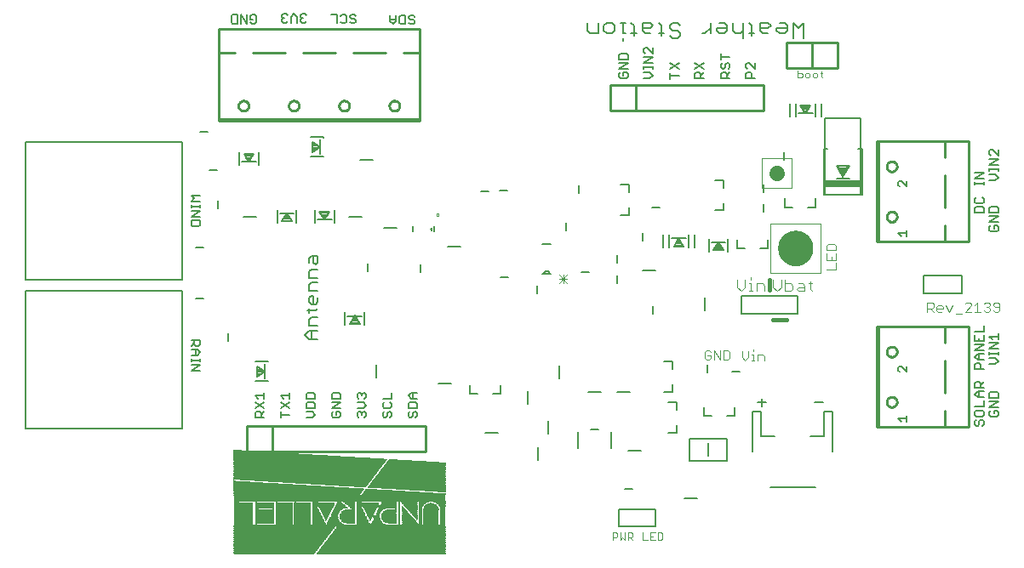
<source format=gto>
G75*
%MOIN*%
%OFA0B0*%
%FSLAX25Y25*%
%IPPOS*%
%LPD*%
%AMOC8*
5,1,8,0,0,1.08239X$1,22.5*
%
%ADD10C,0.00500*%
%ADD11C,0.00300*%
%ADD12C,0.00400*%
%ADD13C,0.00800*%
%ADD14C,0.00039*%
%ADD15C,0.00394*%
%ADD16C,0.00600*%
%ADD17C,0.01600*%
%ADD18C,0.01000*%
%ADD19C,0.00700*%
%ADD20R,0.00504X0.00031*%
%ADD21R,0.01008X0.00031*%
%ADD22R,0.01543X0.00031*%
%ADD23R,0.02079X0.00031*%
%ADD24R,0.02583X0.00031*%
%ADD25R,0.03118X0.00031*%
%ADD26R,0.03622X0.00031*%
%ADD27R,0.04157X0.00031*%
%ADD28R,0.04693X0.00031*%
%ADD29R,0.05197X0.00031*%
%ADD30R,0.05732X0.00031*%
%ADD31R,0.06268X0.00031*%
%ADD32R,0.06772X0.00031*%
%ADD33R,0.07307X0.00031*%
%ADD34R,0.07811X0.00031*%
%ADD35R,0.08346X0.00031*%
%ADD36R,0.08882X0.00031*%
%ADD37R,0.09386X0.00031*%
%ADD38R,0.09921X0.00031*%
%ADD39R,0.10457X0.00031*%
%ADD40R,0.10961X0.00031*%
%ADD41R,0.11496X0.00031*%
%ADD42R,0.12000X0.00031*%
%ADD43R,0.12535X0.00031*%
%ADD44R,0.13071X0.00031*%
%ADD45R,0.13575X0.00031*%
%ADD46R,0.14110X0.00031*%
%ADD47R,0.14614X0.00031*%
%ADD48R,0.15150X0.00031*%
%ADD49R,0.15685X0.00031*%
%ADD50R,0.16189X0.00031*%
%ADD51R,0.16724X0.00031*%
%ADD52R,0.17260X0.00031*%
%ADD53R,0.17764X0.00031*%
%ADD54R,0.18299X0.00031*%
%ADD55R,0.18803X0.00031*%
%ADD56R,0.19339X0.00031*%
%ADD57R,0.19874X0.00031*%
%ADD58R,0.20378X0.00031*%
%ADD59R,0.20913X0.00031*%
%ADD60R,0.21417X0.00031*%
%ADD61R,0.21953X0.00031*%
%ADD62R,0.22488X0.00031*%
%ADD63R,0.22992X0.00031*%
%ADD64R,0.23528X0.00031*%
%ADD65R,0.24063X0.00031*%
%ADD66R,0.24567X0.00031*%
%ADD67R,0.25102X0.00031*%
%ADD68R,0.25606X0.00031*%
%ADD69R,0.26142X0.00031*%
%ADD70R,0.26677X0.00031*%
%ADD71R,0.27181X0.00031*%
%ADD72R,0.27717X0.00031*%
%ADD73R,0.28252X0.00031*%
%ADD74R,0.28756X0.00031*%
%ADD75R,0.29291X0.00031*%
%ADD76R,0.29795X0.00031*%
%ADD77R,0.30331X0.00031*%
%ADD78R,0.30866X0.00031*%
%ADD79R,0.31370X0.00031*%
%ADD80R,0.31906X0.00031*%
%ADD81R,0.32409X0.00031*%
%ADD82R,0.32945X0.00031*%
%ADD83R,0.33480X0.00031*%
%ADD84R,0.33984X0.00031*%
%ADD85R,0.34520X0.00031*%
%ADD86R,0.35055X0.00031*%
%ADD87R,0.35559X0.00031*%
%ADD88R,0.36094X0.00031*%
%ADD89R,0.36598X0.00031*%
%ADD90R,0.37134X0.00031*%
%ADD91R,0.37669X0.00031*%
%ADD92R,0.38173X0.00031*%
%ADD93R,0.38709X0.00031*%
%ADD94R,0.39213X0.00031*%
%ADD95R,0.39748X0.00031*%
%ADD96R,0.40283X0.00031*%
%ADD97R,0.40787X0.00031*%
%ADD98R,0.41323X0.00031*%
%ADD99R,0.41858X0.00031*%
%ADD100R,0.42362X0.00031*%
%ADD101R,0.42898X0.00031*%
%ADD102R,0.43402X0.00031*%
%ADD103R,0.43937X0.00031*%
%ADD104R,0.44472X0.00031*%
%ADD105R,0.44976X0.00031*%
%ADD106R,0.45512X0.00031*%
%ADD107R,0.46047X0.00031*%
%ADD108R,0.46551X0.00031*%
%ADD109R,0.47087X0.00031*%
%ADD110R,0.47591X0.00031*%
%ADD111R,0.48126X0.00031*%
%ADD112R,0.48661X0.00031*%
%ADD113R,0.49165X0.00031*%
%ADD114R,0.49701X0.00031*%
%ADD115R,0.50205X0.00031*%
%ADD116R,0.50740X0.00031*%
%ADD117R,0.51276X0.00031*%
%ADD118R,0.51780X0.00031*%
%ADD119R,0.52315X0.00031*%
%ADD120R,0.52850X0.00031*%
%ADD121R,0.53354X0.00031*%
%ADD122R,0.53890X0.00031*%
%ADD123R,0.54394X0.00031*%
%ADD124R,0.54929X0.00031*%
%ADD125R,0.55465X0.00031*%
%ADD126R,0.55969X0.00031*%
%ADD127R,0.56504X0.00031*%
%ADD128R,0.57008X0.00031*%
%ADD129R,0.57543X0.00031*%
%ADD130R,0.58079X0.00031*%
%ADD131R,0.58583X0.00031*%
%ADD132R,0.59118X0.00031*%
%ADD133R,0.59654X0.00031*%
%ADD134R,0.60000X0.00031*%
%ADD135R,0.59969X0.00031*%
%ADD136R,0.00346X0.00031*%
%ADD137R,0.59937X0.00031*%
%ADD138R,0.00882X0.00031*%
%ADD139R,0.59906X0.00031*%
%ADD140R,0.01449X0.00031*%
%ADD141R,0.01984X0.00031*%
%ADD142R,0.59874X0.00031*%
%ADD143R,0.02551X0.00031*%
%ADD144R,0.59843X0.00031*%
%ADD145R,0.59811X0.00031*%
%ADD146R,0.04189X0.00031*%
%ADD147R,0.59780X0.00031*%
%ADD148R,0.04724X0.00031*%
%ADD149R,0.59748X0.00031*%
%ADD150R,0.05291X0.00031*%
%ADD151R,0.59717X0.00031*%
%ADD152R,0.05827X0.00031*%
%ADD153R,0.06362X0.00031*%
%ADD154R,0.59685X0.00031*%
%ADD155R,0.06929X0.00031*%
%ADD156R,0.07465X0.00031*%
%ADD157R,0.59622X0.00031*%
%ADD158R,0.08000X0.00031*%
%ADD159R,0.59591X0.00031*%
%ADD160R,0.08567X0.00031*%
%ADD161R,0.09102X0.00031*%
%ADD162R,0.59559X0.00031*%
%ADD163R,0.09669X0.00031*%
%ADD164R,0.59528X0.00031*%
%ADD165R,0.10236X0.00031*%
%ADD166R,0.59496X0.00031*%
%ADD167R,0.10740X0.00031*%
%ADD168R,0.11307X0.00031*%
%ADD169R,0.59465X0.00031*%
%ADD170R,0.11843X0.00031*%
%ADD171R,0.59433X0.00031*%
%ADD172R,0.12409X0.00031*%
%ADD173R,0.59402X0.00031*%
%ADD174R,0.12945X0.00031*%
%ADD175R,0.59370X0.00031*%
%ADD176R,0.13480X0.00031*%
%ADD177R,0.14047X0.00031*%
%ADD178R,0.59339X0.00031*%
%ADD179R,0.59307X0.00031*%
%ADD180R,0.15118X0.00031*%
%ADD181R,0.59276X0.00031*%
%ADD182R,0.16220X0.00031*%
%ADD183R,0.59244X0.00031*%
%ADD184R,0.16787X0.00031*%
%ADD185R,0.59213X0.00031*%
%ADD186R,0.17354X0.00031*%
%ADD187R,0.59181X0.00031*%
%ADD188R,0.17858X0.00031*%
%ADD189R,0.18425X0.00031*%
%ADD190R,0.59150X0.00031*%
%ADD191R,0.18961X0.00031*%
%ADD192R,0.19528X0.00031*%
%ADD193R,0.59087X0.00031*%
%ADD194R,0.20063X0.00031*%
%ADD195R,0.59055X0.00031*%
%ADD196R,0.20598X0.00031*%
%ADD197R,0.21165X0.00031*%
%ADD198R,0.59024X0.00031*%
%ADD199R,0.21732X0.00031*%
%ADD200R,0.58992X0.00031*%
%ADD201R,0.22236X0.00031*%
%ADD202R,0.58961X0.00031*%
%ADD203R,0.22803X0.00031*%
%ADD204R,0.23055X0.00031*%
%ADD205R,0.58929X0.00031*%
%ADD206R,0.23087X0.00031*%
%ADD207R,0.58898X0.00031*%
%ADD208R,0.23118X0.00031*%
%ADD209R,0.58866X0.00031*%
%ADD210R,0.23150X0.00031*%
%ADD211R,0.58835X0.00031*%
%ADD212R,0.23181X0.00031*%
%ADD213R,0.58803X0.00031*%
%ADD214R,0.23213X0.00031*%
%ADD215R,0.58772X0.00031*%
%ADD216R,0.58740X0.00031*%
%ADD217R,0.23244X0.00031*%
%ADD218R,0.23276X0.00031*%
%ADD219R,0.58709X0.00031*%
%ADD220R,0.23307X0.00031*%
%ADD221R,0.58677X0.00031*%
%ADD222R,0.58646X0.00031*%
%ADD223R,0.23339X0.00031*%
%ADD224R,0.23370X0.00031*%
%ADD225R,0.58614X0.00031*%
%ADD226R,0.23402X0.00031*%
%ADD227R,0.23433X0.00031*%
%ADD228R,0.58551X0.00031*%
%ADD229R,0.23465X0.00031*%
%ADD230R,0.58520X0.00031*%
%ADD231R,0.23496X0.00031*%
%ADD232R,0.58488X0.00031*%
%ADD233R,0.58457X0.00031*%
%ADD234R,0.58425X0.00031*%
%ADD235R,0.23559X0.00031*%
%ADD236R,0.23591X0.00031*%
%ADD237R,0.58394X0.00031*%
%ADD238R,0.23622X0.00031*%
%ADD239R,0.58362X0.00031*%
%ADD240R,0.58331X0.00031*%
%ADD241R,0.23654X0.00031*%
%ADD242R,0.23685X0.00031*%
%ADD243R,0.58299X0.00031*%
%ADD244R,0.23717X0.00031*%
%ADD245R,0.58268X0.00031*%
%ADD246R,0.23748X0.00031*%
%ADD247R,0.58236X0.00031*%
%ADD248R,0.23780X0.00031*%
%ADD249R,0.58205X0.00031*%
%ADD250R,0.23811X0.00031*%
%ADD251R,0.58173X0.00031*%
%ADD252R,0.23843X0.00031*%
%ADD253R,0.58142X0.00031*%
%ADD254R,0.58110X0.00031*%
%ADD255R,0.23874X0.00031*%
%ADD256R,0.23906X0.00031*%
%ADD257R,0.23937X0.00031*%
%ADD258R,0.58047X0.00031*%
%ADD259R,0.58016X0.00031*%
%ADD260R,0.23969X0.00031*%
%ADD261R,0.24000X0.00031*%
%ADD262R,0.57984X0.00031*%
%ADD263R,0.24031X0.00031*%
%ADD264R,0.57953X0.00031*%
%ADD265R,0.57921X0.00031*%
%ADD266R,0.24094X0.00031*%
%ADD267R,0.57890X0.00031*%
%ADD268R,0.24126X0.00031*%
%ADD269R,0.57858X0.00031*%
%ADD270R,0.24157X0.00031*%
%ADD271R,0.57827X0.00031*%
%ADD272R,0.57795X0.00031*%
%ADD273R,0.24189X0.00031*%
%ADD274R,0.24220X0.00031*%
%ADD275R,0.57764X0.00031*%
%ADD276R,0.24252X0.00031*%
%ADD277R,0.57732X0.00031*%
%ADD278R,0.24283X0.00031*%
%ADD279R,0.57701X0.00031*%
%ADD280R,0.24315X0.00031*%
%ADD281R,0.57669X0.00031*%
%ADD282R,0.24346X0.00031*%
%ADD283R,0.57638X0.00031*%
%ADD284R,0.24378X0.00031*%
%ADD285R,0.57606X0.00031*%
%ADD286R,0.24409X0.00031*%
%ADD287R,0.57575X0.00031*%
%ADD288R,0.24441X0.00031*%
%ADD289R,0.24472X0.00031*%
%ADD290R,0.57512X0.00031*%
%ADD291R,0.57480X0.00031*%
%ADD292R,0.24504X0.00031*%
%ADD293R,0.24535X0.00031*%
%ADD294R,0.57449X0.00031*%
%ADD295R,0.57417X0.00031*%
%ADD296R,0.24598X0.00031*%
%ADD297R,0.57386X0.00031*%
%ADD298R,0.24630X0.00031*%
%ADD299R,0.57354X0.00031*%
%ADD300R,0.24661X0.00031*%
%ADD301R,0.57323X0.00031*%
%ADD302R,0.24693X0.00031*%
%ADD303R,0.57291X0.00031*%
%ADD304R,0.57260X0.00031*%
%ADD305R,0.24724X0.00031*%
%ADD306R,0.24756X0.00031*%
%ADD307R,0.57228X0.00031*%
%ADD308R,0.24787X0.00031*%
%ADD309R,0.57197X0.00031*%
%ADD310R,0.57165X0.00031*%
%ADD311R,0.24819X0.00031*%
%ADD312R,0.24850X0.00031*%
%ADD313R,0.57134X0.00031*%
%ADD314R,0.24882X0.00031*%
%ADD315R,0.57102X0.00031*%
%ADD316R,0.24913X0.00031*%
%ADD317R,0.57071X0.00031*%
%ADD318R,0.24945X0.00031*%
%ADD319R,0.57039X0.00031*%
%ADD320R,0.24976X0.00031*%
%ADD321R,0.25008X0.00031*%
%ADD322R,0.56976X0.00031*%
%ADD323R,0.56945X0.00031*%
%ADD324R,0.25039X0.00031*%
%ADD325R,0.25071X0.00031*%
%ADD326R,0.56913X0.00031*%
%ADD327R,0.56882X0.00031*%
%ADD328R,0.56850X0.00031*%
%ADD329R,0.25134X0.00031*%
%ADD330R,0.25165X0.00031*%
%ADD331R,0.56819X0.00031*%
%ADD332R,0.25197X0.00031*%
%ADD333R,0.56787X0.00031*%
%ADD334R,0.25228X0.00031*%
%ADD335R,0.56756X0.00031*%
%ADD336R,0.25260X0.00031*%
%ADD337R,0.56724X0.00031*%
%ADD338R,0.25291X0.00031*%
%ADD339R,0.56693X0.00031*%
%ADD340R,0.25323X0.00031*%
%ADD341R,0.56661X0.00031*%
%ADD342R,0.56630X0.00031*%
%ADD343R,0.25354X0.00031*%
%ADD344R,0.25386X0.00031*%
%ADD345R,0.56598X0.00031*%
%ADD346R,0.25417X0.00031*%
%ADD347R,0.56567X0.00031*%
%ADD348R,0.56535X0.00031*%
%ADD349R,0.25449X0.00031*%
%ADD350R,0.25480X0.00031*%
%ADD351R,0.25512X0.00031*%
%ADD352R,0.56472X0.00031*%
%ADD353R,0.25543X0.00031*%
%ADD354R,0.56441X0.00031*%
%ADD355R,0.25575X0.00031*%
%ADD356R,0.56409X0.00031*%
%ADD357R,0.56378X0.00031*%
%ADD358R,0.25638X0.00031*%
%ADD359R,0.56346X0.00031*%
%ADD360R,0.56315X0.00031*%
%ADD361R,0.25669X0.00031*%
%ADD362R,0.25701X0.00031*%
%ADD363R,0.56283X0.00031*%
%ADD364R,0.25732X0.00031*%
%ADD365R,0.56252X0.00031*%
%ADD366R,0.56220X0.00031*%
%ADD367R,0.25764X0.00031*%
%ADD368R,0.25795X0.00031*%
%ADD369R,0.56189X0.00031*%
%ADD370R,0.25827X0.00031*%
%ADD371R,0.56157X0.00031*%
%ADD372R,0.25858X0.00031*%
%ADD373R,0.56126X0.00031*%
%ADD374R,0.25890X0.00031*%
%ADD375R,0.56094X0.00031*%
%ADD376R,0.25921X0.00031*%
%ADD377R,0.56063X0.00031*%
%ADD378R,0.25953X0.00031*%
%ADD379R,0.56031X0.00031*%
%ADD380R,0.56000X0.00031*%
%ADD381R,0.25984X0.00031*%
%ADD382R,0.26016X0.00031*%
%ADD383R,0.26047X0.00031*%
%ADD384R,0.55937X0.00031*%
%ADD385R,0.55906X0.00031*%
%ADD386R,0.26079X0.00031*%
%ADD387R,0.26110X0.00031*%
%ADD388R,0.55874X0.00031*%
%ADD389R,0.55843X0.00031*%
%ADD390R,0.26173X0.00031*%
%ADD391R,0.55811X0.00031*%
%ADD392R,0.26205X0.00031*%
%ADD393R,0.55780X0.00031*%
%ADD394R,0.26236X0.00031*%
%ADD395R,0.55748X0.00031*%
%ADD396R,0.26268X0.00031*%
%ADD397R,0.55717X0.00031*%
%ADD398R,0.55685X0.00031*%
%ADD399R,0.26299X0.00031*%
%ADD400R,0.26331X0.00031*%
%ADD401R,0.55654X0.00031*%
%ADD402R,0.26362X0.00031*%
%ADD403R,0.55622X0.00031*%
%ADD404R,0.26394X0.00031*%
%ADD405R,0.55591X0.00031*%
%ADD406R,0.26425X0.00031*%
%ADD407R,0.55559X0.00031*%
%ADD408R,0.26457X0.00031*%
%ADD409R,0.55528X0.00031*%
%ADD410R,0.26488X0.00031*%
%ADD411R,0.55496X0.00031*%
%ADD412R,0.26520X0.00031*%
%ADD413R,0.26551X0.00031*%
%ADD414R,0.55433X0.00031*%
%ADD415R,0.26583X0.00031*%
%ADD416R,0.55402X0.00031*%
%ADD417R,0.55370X0.00031*%
%ADD418R,0.26614X0.00031*%
%ADD419R,0.26646X0.00031*%
%ADD420R,0.55339X0.00031*%
%ADD421R,0.55307X0.00031*%
%ADD422R,0.26709X0.00031*%
%ADD423R,0.55276X0.00031*%
%ADD424R,0.26740X0.00031*%
%ADD425R,0.55244X0.00031*%
%ADD426R,0.26772X0.00031*%
%ADD427R,0.55213X0.00031*%
%ADD428R,0.26803X0.00031*%
%ADD429R,0.55181X0.00031*%
%ADD430R,0.55150X0.00031*%
%ADD431R,0.26835X0.00031*%
%ADD432R,0.26866X0.00031*%
%ADD433R,0.55118X0.00031*%
%ADD434R,0.26898X0.00031*%
%ADD435R,0.55087X0.00031*%
%ADD436R,0.55055X0.00031*%
%ADD437R,0.26929X0.00031*%
%ADD438R,0.26961X0.00031*%
%ADD439R,0.55024X0.00031*%
%ADD440R,0.26992X0.00031*%
%ADD441R,0.54992X0.00031*%
%ADD442R,0.27024X0.00031*%
%ADD443R,0.54961X0.00031*%
%ADD444R,0.27055X0.00031*%
%ADD445R,0.27087X0.00031*%
%ADD446R,0.54898X0.00031*%
%ADD447R,0.27118X0.00031*%
%ADD448R,0.54866X0.00031*%
%ADD449R,0.54835X0.00031*%
%ADD450R,0.27150X0.00031*%
%ADD451R,0.54803X0.00031*%
%ADD452R,0.27213X0.00031*%
%ADD453R,0.54772X0.00031*%
%ADD454R,0.54740X0.00031*%
%ADD455R,0.27244X0.00031*%
%ADD456R,0.27276X0.00031*%
%ADD457R,0.54709X0.00031*%
%ADD458R,0.27307X0.00031*%
%ADD459R,0.54677X0.00031*%
%ADD460R,0.27339X0.00031*%
%ADD461R,0.54646X0.00031*%
%ADD462R,0.27370X0.00031*%
%ADD463R,0.54614X0.00031*%
%ADD464R,0.27402X0.00031*%
%ADD465R,0.54583X0.00031*%
%ADD466R,0.27433X0.00031*%
%ADD467R,0.54551X0.00031*%
%ADD468R,0.54520X0.00031*%
%ADD469R,0.27465X0.00031*%
%ADD470R,0.27496X0.00031*%
%ADD471R,0.54488X0.00031*%
%ADD472R,0.27528X0.00031*%
%ADD473R,0.54457X0.00031*%
%ADD474R,0.54425X0.00031*%
%ADD475R,0.27559X0.00031*%
%ADD476R,0.27591X0.00031*%
%ADD477R,0.27622X0.00031*%
%ADD478R,0.54362X0.00031*%
%ADD479R,0.27654X0.00031*%
%ADD480R,0.54331X0.00031*%
%ADD481R,0.27685X0.00031*%
%ADD482R,0.54299X0.00031*%
%ADD483R,0.54268X0.00031*%
%ADD484R,0.27748X0.00031*%
%ADD485R,0.54236X0.00031*%
%ADD486R,0.54205X0.00031*%
%ADD487R,0.27780X0.00031*%
%ADD488R,0.27811X0.00031*%
%ADD489R,0.54173X0.00031*%
%ADD490R,0.27843X0.00031*%
%ADD491R,0.54142X0.00031*%
%ADD492R,0.54110X0.00031*%
%ADD493R,0.27874X0.00031*%
%ADD494R,0.27906X0.00031*%
%ADD495R,0.54079X0.00031*%
%ADD496R,0.27937X0.00031*%
%ADD497R,0.54047X0.00031*%
%ADD498R,0.27969X0.00031*%
%ADD499R,0.54016X0.00031*%
%ADD500R,0.28000X0.00031*%
%ADD501R,0.53701X0.00031*%
%ADD502R,0.00157X0.00031*%
%ADD503R,0.28031X0.00031*%
%ADD504R,0.53134X0.00031*%
%ADD505R,0.00126X0.00031*%
%ADD506R,0.28063X0.00031*%
%ADD507R,0.52598X0.00031*%
%ADD508R,0.52031X0.00031*%
%ADD509R,0.28094X0.00031*%
%ADD510R,0.51496X0.00031*%
%ADD511R,0.28126X0.00031*%
%ADD512R,0.50961X0.00031*%
%ADD513R,0.28157X0.00031*%
%ADD514R,0.50394X0.00031*%
%ADD515R,0.49827X0.00031*%
%ADD516R,0.28189X0.00031*%
%ADD517R,0.49323X0.00031*%
%ADD518R,0.28220X0.00031*%
%ADD519R,0.48756X0.00031*%
%ADD520R,0.48220X0.00031*%
%ADD521R,0.28283X0.00031*%
%ADD522R,0.47654X0.00031*%
%ADD523R,0.47118X0.00031*%
%ADD524R,0.28315X0.00031*%
%ADD525R,0.46583X0.00031*%
%ADD526R,0.28346X0.00031*%
%ADD527R,0.46016X0.00031*%
%ADD528R,0.28378X0.00031*%
%ADD529R,0.45480X0.00031*%
%ADD530R,0.44913X0.00031*%
%ADD531R,0.28409X0.00031*%
%ADD532R,0.44378X0.00031*%
%ADD533R,0.28441X0.00031*%
%ADD534R,0.43843X0.00031*%
%ADD535R,0.28472X0.00031*%
%ADD536R,0.43276X0.00031*%
%ADD537R,0.28504X0.00031*%
%ADD538R,0.42740X0.00031*%
%ADD539R,0.42205X0.00031*%
%ADD540R,0.28535X0.00031*%
%ADD541R,0.41638X0.00031*%
%ADD542R,0.28567X0.00031*%
%ADD543R,0.41102X0.00031*%
%ADD544R,0.28598X0.00031*%
%ADD545R,0.40535X0.00031*%
%ADD546R,0.00630X0.00031*%
%ADD547R,0.40000X0.00031*%
%ADD548R,0.01134X0.00031*%
%ADD549R,0.28630X0.00031*%
%ADD550R,0.39465X0.00031*%
%ADD551R,0.01669X0.00031*%
%ADD552R,0.28661X0.00031*%
%ADD553R,0.38898X0.00031*%
%ADD554R,0.02173X0.00031*%
%ADD555R,0.28693X0.00031*%
%ADD556R,0.38362X0.00031*%
%ADD557R,0.02709X0.00031*%
%ADD558R,0.37795X0.00031*%
%ADD559R,0.03244X0.00031*%
%ADD560R,0.28724X0.00031*%
%ADD561R,0.37260X0.00031*%
%ADD562R,0.03748X0.00031*%
%ADD563R,0.36724X0.00031*%
%ADD564R,0.04283X0.00031*%
%ADD565R,0.28787X0.00031*%
%ADD566R,0.36157X0.00031*%
%ADD567R,0.04787X0.00031*%
%ADD568R,0.28819X0.00031*%
%ADD569R,0.35622X0.00031*%
%ADD570R,0.05323X0.00031*%
%ADD571R,0.35087X0.00031*%
%ADD572R,0.05858X0.00031*%
%ADD573R,0.28850X0.00031*%
%ADD574R,0.28882X0.00031*%
%ADD575R,0.06898X0.00031*%
%ADD576R,0.28913X0.00031*%
%ADD577R,0.33417X0.00031*%
%ADD578R,0.07433X0.00031*%
%ADD579R,0.32850X0.00031*%
%ADD580R,0.07937X0.00031*%
%ADD581R,0.28945X0.00031*%
%ADD582R,0.32346X0.00031*%
%ADD583R,0.08472X0.00031*%
%ADD584R,0.28976X0.00031*%
%ADD585R,0.31780X0.00031*%
%ADD586R,0.08976X0.00031*%
%ADD587R,0.29008X0.00031*%
%ADD588R,0.31244X0.00031*%
%ADD589R,0.09512X0.00031*%
%ADD590R,0.30677X0.00031*%
%ADD591R,0.10047X0.00031*%
%ADD592R,0.29039X0.00031*%
%ADD593R,0.30142X0.00031*%
%ADD594R,0.10551X0.00031*%
%ADD595R,0.29071X0.00031*%
%ADD596R,0.29606X0.00031*%
%ADD597R,0.11087X0.00031*%
%ADD598R,0.29102X0.00031*%
%ADD599R,0.11591X0.00031*%
%ADD600R,0.29134X0.00031*%
%ADD601R,0.12126X0.00031*%
%ADD602R,0.12661X0.00031*%
%ADD603R,0.29165X0.00031*%
%ADD604R,0.13165X0.00031*%
%ADD605R,0.29197X0.00031*%
%ADD606R,0.13701X0.00031*%
%ADD607R,0.29228X0.00031*%
%ADD608R,0.14236X0.00031*%
%ADD609R,0.14740X0.00031*%
%ADD610R,0.29260X0.00031*%
%ADD611R,0.15276X0.00031*%
%ADD612R,0.15780X0.00031*%
%ADD613R,0.29323X0.00031*%
%ADD614R,0.16315X0.00031*%
%ADD615R,0.16850X0.00031*%
%ADD616R,0.29354X0.00031*%
%ADD617R,0.23024X0.00031*%
%ADD618R,0.29386X0.00031*%
%ADD619R,0.17890X0.00031*%
%ADD620R,0.29417X0.00031*%
%ADD621R,0.21921X0.00031*%
%ADD622R,0.18394X0.00031*%
%ADD623R,0.29449X0.00031*%
%ADD624R,0.21386X0.00031*%
%ADD625R,0.18929X0.00031*%
%ADD626R,0.20850X0.00031*%
%ADD627R,0.19465X0.00031*%
%ADD628R,0.29480X0.00031*%
%ADD629R,0.20283X0.00031*%
%ADD630R,0.19969X0.00031*%
%ADD631R,0.29512X0.00031*%
%ADD632R,0.19748X0.00031*%
%ADD633R,0.20504X0.00031*%
%ADD634R,0.29543X0.00031*%
%ADD635R,0.19181X0.00031*%
%ADD636R,0.21008X0.00031*%
%ADD637R,0.18646X0.00031*%
%ADD638R,0.21543X0.00031*%
%ADD639R,0.29575X0.00031*%
%ADD640R,0.18110X0.00031*%
%ADD641R,0.22079X0.00031*%
%ADD642R,0.17543X0.00031*%
%ADD643R,0.22583X0.00031*%
%ADD644R,0.29638X0.00031*%
%ADD645R,0.17008X0.00031*%
%ADD646R,0.16441X0.00031*%
%ADD647R,0.29669X0.00031*%
%ADD648R,0.15937X0.00031*%
%ADD649R,0.29701X0.00031*%
%ADD650R,0.15370X0.00031*%
%ADD651R,0.29732X0.00031*%
%ADD652R,0.14803X0.00031*%
%ADD653R,0.29764X0.00031*%
%ADD654R,0.14268X0.00031*%
%ADD655R,0.13732X0.00031*%
%ADD656R,0.29827X0.00031*%
%ADD657R,0.12630X0.00031*%
%ADD658R,0.29858X0.00031*%
%ADD659R,0.12063X0.00031*%
%ADD660R,0.11528X0.00031*%
%ADD661R,0.29890X0.00031*%
%ADD662R,0.10992X0.00031*%
%ADD663R,0.29921X0.00031*%
%ADD664R,0.10425X0.00031*%
%ADD665R,0.29953X0.00031*%
%ADD666R,0.09890X0.00031*%
%ADD667R,0.09323X0.00031*%
%ADD668R,0.30457X0.00031*%
%ADD669R,0.29984X0.00031*%
%ADD670R,0.08819X0.00031*%
%ADD671R,0.30961X0.00031*%
%ADD672R,0.30016X0.00031*%
%ADD673R,0.08252X0.00031*%
%ADD674R,0.31496X0.00031*%
%ADD675R,0.30047X0.00031*%
%ADD676R,0.07685X0.00031*%
%ADD677R,0.32000X0.00031*%
%ADD678R,0.30079X0.00031*%
%ADD679R,0.07150X0.00031*%
%ADD680R,0.32535X0.00031*%
%ADD681R,0.06614X0.00031*%
%ADD682R,0.33071X0.00031*%
%ADD683R,0.30110X0.00031*%
%ADD684R,0.06047X0.00031*%
%ADD685R,0.33575X0.00031*%
%ADD686R,0.05512X0.00031*%
%ADD687R,0.34110X0.00031*%
%ADD688R,0.30173X0.00031*%
%ADD689R,0.04945X0.00031*%
%ADD690R,0.34614X0.00031*%
%ADD691R,0.04409X0.00031*%
%ADD692R,0.35150X0.00031*%
%ADD693R,0.30205X0.00031*%
%ADD694R,0.03874X0.00031*%
%ADD695R,0.35685X0.00031*%
%ADD696R,0.30236X0.00031*%
%ADD697R,0.03307X0.00031*%
%ADD698R,0.36189X0.00031*%
%ADD699R,0.30268X0.00031*%
%ADD700R,0.02772X0.00031*%
%ADD701R,0.02205X0.00031*%
%ADD702R,0.37228X0.00031*%
%ADD703R,0.30299X0.00031*%
%ADD704R,0.01701X0.00031*%
%ADD705R,0.37764X0.00031*%
%ADD706R,0.38299X0.00031*%
%ADD707R,0.30362X0.00031*%
%ADD708R,0.00567X0.00031*%
%ADD709R,0.38803X0.00031*%
%ADD710R,0.30394X0.00031*%
%ADD711R,0.00031X0.00031*%
%ADD712R,0.39339X0.00031*%
%ADD713R,0.39874X0.00031*%
%ADD714R,0.40378X0.00031*%
%ADD715R,0.40913X0.00031*%
%ADD716R,0.41417X0.00031*%
%ADD717R,0.41953X0.00031*%
%ADD718R,0.42488X0.00031*%
%ADD719R,0.42992X0.00031*%
%ADD720R,0.43528X0.00031*%
%ADD721R,0.44031X0.00031*%
%ADD722R,0.44567X0.00031*%
%ADD723R,0.45102X0.00031*%
%ADD724R,0.45606X0.00031*%
%ADD725R,0.46142X0.00031*%
%ADD726R,0.46646X0.00031*%
%ADD727R,0.47181X0.00031*%
%ADD728R,0.22961X0.00031*%
%ADD729R,0.47717X0.00031*%
%ADD730R,0.22425X0.00031*%
%ADD731R,0.49291X0.00031*%
%ADD732R,0.20882X0.00031*%
%ADD733R,0.49795X0.00031*%
%ADD734R,0.20346X0.00031*%
%ADD735R,0.50331X0.00031*%
%ADD736R,0.19811X0.00031*%
%ADD737R,0.50835X0.00031*%
%ADD738R,0.19307X0.00031*%
%ADD739R,0.51055X0.00031*%
%ADD740R,0.18772X0.00031*%
%ADD741R,0.51024X0.00031*%
%ADD742R,0.18236X0.00031*%
%ADD743R,0.50992X0.00031*%
%ADD744R,0.17732X0.00031*%
%ADD745R,0.01071X0.00031*%
%ADD746R,0.17197X0.00031*%
%ADD747R,0.01575X0.00031*%
%ADD748R,0.50929X0.00031*%
%ADD749R,0.16693X0.00031*%
%ADD750R,0.02142X0.00031*%
%ADD751R,0.16157X0.00031*%
%ADD752R,0.50898X0.00031*%
%ADD753R,0.15622X0.00031*%
%ADD754R,0.50866X0.00031*%
%ADD755R,0.03780X0.00031*%
%ADD756R,0.14583X0.00031*%
%ADD757R,0.04346X0.00031*%
%ADD758R,0.14079X0.00031*%
%ADD759R,0.04882X0.00031*%
%ADD760R,0.50803X0.00031*%
%ADD761R,0.13543X0.00031*%
%ADD762R,0.05449X0.00031*%
%ADD763R,0.50772X0.00031*%
%ADD764R,0.13008X0.00031*%
%ADD765R,0.05984X0.00031*%
%ADD766R,0.12504X0.00031*%
%ADD767R,0.06520X0.00031*%
%ADD768R,0.11969X0.00031*%
%ADD769R,0.07087X0.00031*%
%ADD770R,0.50709X0.00031*%
%ADD771R,0.11433X0.00031*%
%ADD772R,0.07622X0.00031*%
%ADD773R,0.50677X0.00031*%
%ADD774R,0.10929X0.00031*%
%ADD775R,0.08189X0.00031*%
%ADD776R,0.50646X0.00031*%
%ADD777R,0.10394X0.00031*%
%ADD778R,0.08693X0.00031*%
%ADD779R,0.50614X0.00031*%
%ADD780R,0.09260X0.00031*%
%ADD781R,0.09354X0.00031*%
%ADD782R,0.09827X0.00031*%
%ADD783R,0.50583X0.00031*%
%ADD784R,0.10362X0.00031*%
%ADD785R,0.50551X0.00031*%
%ADD786R,0.08315X0.00031*%
%ADD787R,0.10898X0.00031*%
%ADD788R,0.50520X0.00031*%
%ADD789R,0.07780X0.00031*%
%ADD790R,0.07276X0.00031*%
%ADD791R,0.50488X0.00031*%
%ADD792R,0.06740X0.00031*%
%ADD793R,0.12567X0.00031*%
%ADD794R,0.50457X0.00031*%
%ADD795R,0.06205X0.00031*%
%ADD796R,0.13102X0.00031*%
%ADD797R,0.50425X0.00031*%
%ADD798R,0.05701X0.00031*%
%ADD799R,0.13638X0.00031*%
%ADD800R,0.05165X0.00031*%
%ADD801R,0.14205X0.00031*%
%ADD802R,0.04661X0.00031*%
%ADD803R,0.50362X0.00031*%
%ADD804R,0.04126X0.00031*%
%ADD805R,0.15307X0.00031*%
%ADD806R,0.03591X0.00031*%
%ADD807R,0.15811X0.00031*%
%ADD808R,0.50299X0.00031*%
%ADD809R,0.03087X0.00031*%
%ADD810R,0.16378X0.00031*%
%ADD811R,0.16945X0.00031*%
%ADD812R,0.50268X0.00031*%
%ADD813R,0.02016X0.00031*%
%ADD814R,0.17480X0.00031*%
%ADD815R,0.50236X0.00031*%
%ADD816R,0.01512X0.00031*%
%ADD817R,0.18016X0.00031*%
%ADD818R,0.00976X0.00031*%
%ADD819R,0.18551X0.00031*%
%ADD820R,0.00472X0.00031*%
%ADD821R,0.19118X0.00031*%
%ADD822R,0.50173X0.00031*%
%ADD823R,0.19685X0.00031*%
%ADD824R,0.50142X0.00031*%
%ADD825R,0.20220X0.00031*%
%ADD826R,0.50110X0.00031*%
%ADD827R,0.20756X0.00031*%
%ADD828R,0.21291X0.00031*%
%ADD829R,0.50079X0.00031*%
%ADD830R,0.21858X0.00031*%
%ADD831R,0.50047X0.00031*%
%ADD832R,0.50016X0.00031*%
%ADD833R,0.22929X0.00031*%
%ADD834R,0.49984X0.00031*%
%ADD835R,0.49953X0.00031*%
%ADD836R,0.49921X0.00031*%
%ADD837R,0.49890X0.00031*%
%ADD838R,0.49858X0.00031*%
%ADD839R,0.49764X0.00031*%
%ADD840R,0.49732X0.00031*%
%ADD841R,0.49669X0.00031*%
%ADD842R,0.30614X0.00031*%
%ADD843R,0.31181X0.00031*%
%ADD844R,0.49638X0.00031*%
%ADD845R,0.31717X0.00031*%
%ADD846R,0.49606X0.00031*%
%ADD847R,0.32252X0.00031*%
%ADD848R,0.49575X0.00031*%
%ADD849R,0.32441X0.00031*%
%ADD850R,0.49543X0.00031*%
%ADD851R,0.32472X0.00031*%
%ADD852R,0.49512X0.00031*%
%ADD853R,0.32504X0.00031*%
%ADD854R,0.49480X0.00031*%
%ADD855R,0.49449X0.00031*%
%ADD856R,0.32567X0.00031*%
%ADD857R,0.49417X0.00031*%
%ADD858R,0.32598X0.00031*%
%ADD859R,0.49386X0.00031*%
%ADD860R,0.49354X0.00031*%
%ADD861R,0.32630X0.00031*%
%ADD862R,0.32661X0.00031*%
%ADD863R,0.32693X0.00031*%
%ADD864R,0.49260X0.00031*%
%ADD865R,0.32724X0.00031*%
%ADD866R,0.32756X0.00031*%
%ADD867R,0.49228X0.00031*%
%ADD868R,0.32787X0.00031*%
%ADD869R,0.49197X0.00031*%
%ADD870R,0.32819X0.00031*%
%ADD871R,0.49134X0.00031*%
%ADD872R,0.32882X0.00031*%
%ADD873R,0.49102X0.00031*%
%ADD874R,0.82898X0.00031*%
%ADD875R,0.04220X0.00031*%
%ADD876R,0.05606X0.00031*%
%ADD877R,0.01354X0.00031*%
%ADD878R,0.00787X0.00031*%
%ADD879R,0.01323X0.00031*%
%ADD880R,0.00756X0.00031*%
%ADD881R,0.00724X0.00031*%
%ADD882R,0.01921X0.00031*%
%ADD883R,0.04976X0.00031*%
%ADD884R,0.04031X0.00031*%
%ADD885R,0.06583X0.00031*%
%ADD886R,0.00819X0.00031*%
%ADD887R,0.01417X0.00031*%
%ADD888R,0.00850X0.00031*%
%ADD889R,0.01386X0.00031*%
%ADD890R,0.04819X0.00031*%
%ADD891R,0.06551X0.00031*%
%ADD892R,0.01480X0.00031*%
%ADD893R,0.04630X0.00031*%
%ADD894R,0.00913X0.00031*%
%ADD895R,0.05638X0.00031*%
%ADD896R,0.04598X0.00031*%
%ADD897R,0.04567X0.00031*%
%ADD898R,0.06488X0.00031*%
%ADD899R,0.01606X0.00031*%
%ADD900R,0.04472X0.00031*%
%ADD901R,0.03528X0.00031*%
%ADD902R,0.06457X0.00031*%
%ADD903R,0.05669X0.00031*%
%ADD904R,0.04535X0.00031*%
%ADD905R,0.01638X0.00031*%
%ADD906R,0.04378X0.00031*%
%ADD907R,0.03433X0.00031*%
%ADD908R,0.06425X0.00031*%
%ADD909R,0.01732X0.00031*%
%ADD910R,0.01102X0.00031*%
%ADD911R,0.03370X0.00031*%
%ADD912R,0.06394X0.00031*%
%ADD913R,0.01795X0.00031*%
%ADD914R,0.04441X0.00031*%
%ADD915R,0.01197X0.00031*%
%ADD916R,0.01764X0.00031*%
%ADD917R,0.03276X0.00031*%
%ADD918R,0.01858X0.00031*%
%ADD919R,0.01228X0.00031*%
%ADD920R,0.01827X0.00031*%
%ADD921R,0.03213X0.00031*%
%ADD922R,0.01291X0.00031*%
%ADD923R,0.01890X0.00031*%
%ADD924R,0.04063X0.00031*%
%ADD925R,0.06331X0.00031*%
%ADD926R,0.01953X0.00031*%
%ADD927R,0.04000X0.00031*%
%ADD928R,0.03055X0.00031*%
%ADD929R,0.06299X0.00031*%
%ADD930R,0.05764X0.00031*%
%ADD931R,0.02047X0.00031*%
%ADD932R,0.03937X0.00031*%
%ADD933R,0.02992X0.00031*%
%ADD934R,0.02110X0.00031*%
%ADD935R,0.04252X0.00031*%
%ADD936R,0.02929X0.00031*%
%ADD937R,0.06236X0.00031*%
%ADD938R,0.05795X0.00031*%
%ADD939R,0.03811X0.00031*%
%ADD940R,0.02898X0.00031*%
%ADD941R,0.02236X0.00031*%
%ADD942R,0.02835X0.00031*%
%ADD943R,0.06173X0.00031*%
%ADD944R,0.02299X0.00031*%
%ADD945R,0.03717X0.00031*%
%ADD946R,0.06142X0.00031*%
%ADD947R,0.02362X0.00031*%
%ADD948R,0.04094X0.00031*%
%ADD949R,0.03654X0.00031*%
%ADD950R,0.02740X0.00031*%
%ADD951R,0.06110X0.00031*%
%ADD952R,0.02425X0.00031*%
%ADD953R,0.02677X0.00031*%
%ADD954R,0.06079X0.00031*%
%ADD955R,0.02520X0.00031*%
%ADD956R,0.02488X0.00031*%
%ADD957R,0.03559X0.00031*%
%ADD958R,0.02614X0.00031*%
%ADD959R,0.05890X0.00031*%
%ADD960R,0.02646X0.00031*%
%ADD961R,0.03969X0.00031*%
%ADD962R,0.03465X0.00031*%
%ADD963R,0.06016X0.00031*%
%ADD964R,0.05921X0.00031*%
%ADD965R,0.03906X0.00031*%
%ADD966R,0.03402X0.00031*%
%ADD967R,0.00661X0.00031*%
%ADD968R,0.02457X0.00031*%
%ADD969R,0.05953X0.00031*%
%ADD970R,0.08756X0.00031*%
%ADD971R,0.03843X0.00031*%
%ADD972R,0.07370X0.00031*%
%ADD973R,0.07654X0.00031*%
%ADD974R,0.03339X0.00031*%
%ADD975R,0.08724X0.00031*%
%ADD976R,0.02331X0.00031*%
%ADD977R,0.03685X0.00031*%
%ADD978R,0.02268X0.00031*%
%ADD979R,0.08661X0.00031*%
%ADD980R,0.03150X0.00031*%
%ADD981R,0.02394X0.00031*%
%ADD982R,0.08630X0.00031*%
%ADD983R,0.03496X0.00031*%
%ADD984R,0.08598X0.00031*%
%ADD985R,0.03024X0.00031*%
%ADD986R,0.02866X0.00031*%
%ADD987R,0.02961X0.00031*%
%ADD988R,0.05575X0.00031*%
%ADD989R,0.08535X0.00031*%
%ADD990R,0.03181X0.00031*%
%ADD991R,0.05543X0.00031*%
%ADD992R,0.08504X0.00031*%
%ADD993R,0.05480X0.00031*%
%ADD994R,0.02803X0.00031*%
%ADD995R,0.05417X0.00031*%
%ADD996R,0.08441X0.00031*%
%ADD997R,0.05386X0.00031*%
%ADD998R,0.05354X0.00031*%
%ADD999R,0.08409X0.00031*%
%ADD1000R,0.05260X0.00031*%
%ADD1001R,0.08378X0.00031*%
%ADD1002R,0.05228X0.00031*%
%ADD1003R,0.04315X0.00031*%
%ADD1004R,0.05134X0.00031*%
%ADD1005R,0.08913X0.00031*%
%ADD1006R,0.05102X0.00031*%
%ADD1007R,0.08283X0.00031*%
%ADD1008R,0.05071X0.00031*%
%ADD1009R,0.09039X0.00031*%
%ADD1010R,0.04504X0.00031*%
%ADD1011R,0.05039X0.00031*%
%ADD1012R,0.15528X0.00031*%
%ADD1013R,0.05008X0.00031*%
%ADD1014R,0.08220X0.00031*%
%ADD1015R,0.13827X0.00031*%
%ADD1016R,0.04913X0.00031*%
%ADD1017R,0.13764X0.00031*%
%ADD1018R,0.04756X0.00031*%
%ADD1019R,0.04850X0.00031*%
%ADD1020R,0.00063X0.00031*%
%ADD1021R,0.00094X0.00031*%
%ADD1022R,0.13417X0.00031*%
%ADD1023R,0.13354X0.00031*%
%ADD1024R,0.00189X0.00031*%
%ADD1025R,0.13291X0.00031*%
%ADD1026R,0.00220X0.00031*%
%ADD1027R,0.00252X0.00031*%
%ADD1028R,0.00283X0.00031*%
%ADD1029R,0.07213X0.00031*%
%ADD1030R,0.00315X0.00031*%
%ADD1031R,0.01260X0.00031*%
%ADD1032R,0.07024X0.00031*%
%ADD1033R,0.00378X0.00031*%
%ADD1034R,0.06961X0.00031*%
%ADD1035R,0.00409X0.00031*%
%ADD1036R,0.00441X0.00031*%
%ADD1037R,0.06835X0.00031*%
%ADD1038R,0.00535X0.00031*%
%ADD1039R,0.06803X0.00031*%
%ADD1040R,0.01165X0.00031*%
%ADD1041R,0.00598X0.00031*%
%ADD1042R,0.00693X0.00031*%
%ADD1043R,0.00945X0.00031*%
%ADD1044R,0.01039X0.00031*%
%ADD1045R,0.06677X0.00031*%
%ADD1046R,0.07055X0.00031*%
%ADD1047R,0.07244X0.00031*%
%ADD1048R,0.07496X0.00031*%
%ADD1049R,0.17134X0.00031*%
%ADD1050R,0.36126X0.00031*%
%ADD1051R,0.39937X0.00031*%
%ADD1052R,0.42866X0.00031*%
%ADD1053R,0.39906X0.00031*%
%ADD1054R,0.42835X0.00031*%
%ADD1055R,0.42803X0.00031*%
%ADD1056R,0.39843X0.00031*%
%ADD1057R,0.42772X0.00031*%
%ADD1058R,0.39811X0.00031*%
%ADD1059R,0.39780X0.00031*%
%ADD1060R,0.42709X0.00031*%
%ADD1061R,0.42677X0.00031*%
%ADD1062R,0.42646X0.00031*%
%ADD1063R,0.39717X0.00031*%
%ADD1064R,0.42614X0.00031*%
%ADD1065R,0.39685X0.00031*%
%ADD1066R,0.42583X0.00031*%
%ADD1067R,0.39654X0.00031*%
%ADD1068R,0.42551X0.00031*%
%ADD1069R,0.42520X0.00031*%
%ADD1070R,0.39622X0.00031*%
%ADD1071R,0.39591X0.00031*%
%ADD1072R,0.42457X0.00031*%
%ADD1073R,0.39559X0.00031*%
%ADD1074R,0.42425X0.00031*%
%ADD1075R,0.39528X0.00031*%
%ADD1076R,0.39496X0.00031*%
%ADD1077R,0.39433X0.00031*%
%ADD1078R,0.39402X0.00031*%
%ADD1079R,0.39370X0.00031*%
%ADD1080R,0.39307X0.00031*%
%ADD1081R,0.39276X0.00031*%
%ADD1082R,0.39244X0.00031*%
%ADD1083R,0.39181X0.00031*%
%ADD1084R,0.39150X0.00031*%
%ADD1085R,0.39118X0.00031*%
%ADD1086R,0.39087X0.00031*%
%ADD1087R,0.42929X0.00031*%
%ADD1088R,0.39055X0.00031*%
%ADD1089R,0.39024X0.00031*%
%ADD1090R,0.42961X0.00031*%
%ADD1091R,0.38992X0.00031*%
%ADD1092R,0.43024X0.00031*%
%ADD1093R,0.38961X0.00031*%
%ADD1094R,0.43055X0.00031*%
%ADD1095R,0.38929X0.00031*%
%ADD1096R,0.43087X0.00031*%
%ADD1097R,0.43118X0.00031*%
%ADD1098R,0.38866X0.00031*%
%ADD1099R,0.43150X0.00031*%
%ADD1100R,0.38835X0.00031*%
%ADD1101R,0.43181X0.00031*%
%ADD1102R,0.43213X0.00031*%
%ADD1103R,0.38772X0.00031*%
%ADD1104R,0.43244X0.00031*%
%ADD1105R,0.38740X0.00031*%
%ADD1106R,0.43307X0.00031*%
%ADD1107R,0.38677X0.00031*%
%ADD1108R,0.43339X0.00031*%
%ADD1109R,0.38646X0.00031*%
%ADD1110R,0.43370X0.00031*%
%ADD1111R,0.38614X0.00031*%
%ADD1112R,0.38583X0.00031*%
%ADD1113R,0.43433X0.00031*%
%ADD1114R,0.38551X0.00031*%
%ADD1115R,0.43465X0.00031*%
%ADD1116R,0.38520X0.00031*%
%ADD1117R,0.38488X0.00031*%
%ADD1118R,0.43496X0.00031*%
%ADD1119R,0.38457X0.00031*%
%ADD1120R,0.43559X0.00031*%
%ADD1121R,0.38425X0.00031*%
%ADD1122R,0.38394X0.00031*%
%ADD1123R,0.43591X0.00031*%
%ADD1124R,0.43622X0.00031*%
%ADD1125R,0.43654X0.00031*%
%ADD1126R,0.38331X0.00031*%
%ADD1127R,0.43685X0.00031*%
%ADD1128R,0.43717X0.00031*%
%ADD1129R,0.38268X0.00031*%
%ADD1130R,0.43748X0.00031*%
%ADD1131R,0.38236X0.00031*%
%ADD1132R,0.43780X0.00031*%
%ADD1133R,0.38205X0.00031*%
%ADD1134R,0.43811X0.00031*%
%ADD1135R,0.38142X0.00031*%
%ADD1136R,0.43874X0.00031*%
%ADD1137R,0.38110X0.00031*%
%ADD1138R,0.43906X0.00031*%
%ADD1139R,0.38079X0.00031*%
%ADD1140R,0.38047X0.00031*%
%ADD1141R,0.43969X0.00031*%
%ADD1142R,0.38016X0.00031*%
%ADD1143R,0.44000X0.00031*%
%ADD1144R,0.37984X0.00031*%
%ADD1145R,0.37953X0.00031*%
%ADD1146R,0.44063X0.00031*%
%ADD1147R,0.37921X0.00031*%
%ADD1148R,0.44094X0.00031*%
%ADD1149R,0.37890X0.00031*%
%ADD1150R,0.37858X0.00031*%
%ADD1151R,0.44126X0.00031*%
%ADD1152R,0.44157X0.00031*%
%ADD1153R,0.37827X0.00031*%
%ADD1154R,0.44189X0.00031*%
%ADD1155R,0.44220X0.00031*%
%ADD1156R,0.44252X0.00031*%
%ADD1157R,0.37732X0.00031*%
%ADD1158R,0.44283X0.00031*%
%ADD1159R,0.37701X0.00031*%
%ADD1160R,0.44315X0.00031*%
%ADD1161R,0.37638X0.00031*%
%ADD1162R,0.44346X0.00031*%
%ADD1163R,0.37606X0.00031*%
%ADD1164R,0.44409X0.00031*%
%ADD1165R,0.37575X0.00031*%
%ADD1166R,0.37543X0.00031*%
%ADD1167R,0.44441X0.00031*%
%ADD1168R,0.37512X0.00031*%
%ADD1169R,0.44504X0.00031*%
%ADD1170R,0.37480X0.00031*%
%ADD1171R,0.44535X0.00031*%
%ADD1172R,0.37449X0.00031*%
%ADD1173R,0.37417X0.00031*%
%ADD1174R,0.44598X0.00031*%
%ADD1175R,0.37386X0.00031*%
%ADD1176R,0.44630X0.00031*%
%ADD1177R,0.37354X0.00031*%
%ADD1178R,0.37323X0.00031*%
%ADD1179R,0.44661X0.00031*%
%ADD1180R,0.44693X0.00031*%
%ADD1181R,0.37291X0.00031*%
%ADD1182R,0.44724X0.00031*%
%ADD1183R,0.44756X0.00031*%
%ADD1184R,0.44787X0.00031*%
%ADD1185R,0.37197X0.00031*%
%ADD1186R,0.44819X0.00031*%
%ADD1187R,0.37165X0.00031*%
%ADD1188R,0.44850X0.00031*%
%ADD1189R,0.44882X0.00031*%
%ADD1190R,0.37102X0.00031*%
%ADD1191R,0.37071X0.00031*%
%ADD1192R,0.44945X0.00031*%
%ADD1193R,0.37039X0.00031*%
%ADD1194R,0.37008X0.00031*%
%ADD1195R,0.45008X0.00031*%
%ADD1196R,0.36976X0.00031*%
%ADD1197R,0.45039X0.00031*%
%ADD1198R,0.36945X0.00031*%
%ADD1199R,0.36913X0.00031*%
%ADD1200R,0.45071X0.00031*%
%ADD1201R,0.36882X0.00031*%
%ADD1202R,0.45134X0.00031*%
%ADD1203R,0.36850X0.00031*%
%ADD1204R,0.45165X0.00031*%
%ADD1205R,0.36819X0.00031*%
%ADD1206R,0.45197X0.00031*%
%ADD1207R,0.36787X0.00031*%
%ADD1208R,0.45228X0.00031*%
%ADD1209R,0.36756X0.00031*%
%ADD1210R,0.45260X0.00031*%
%ADD1211R,0.36693X0.00031*%
%ADD1212R,0.45291X0.00031*%
%ADD1213R,0.45323X0.00031*%
%ADD1214R,0.36661X0.00031*%
%ADD1215R,0.45354X0.00031*%
%ADD1216R,0.36630X0.00031*%
%ADD1217R,0.45386X0.00031*%
%ADD1218R,0.45417X0.00031*%
%ADD1219R,0.36567X0.00031*%
%ADD1220R,0.45449X0.00031*%
%ADD1221R,0.36535X0.00031*%
%ADD1222R,0.36504X0.00031*%
%ADD1223R,0.36472X0.00031*%
%ADD1224R,0.45543X0.00031*%
%ADD1225R,0.36441X0.00031*%
%ADD1226R,0.45575X0.00031*%
%ADD1227R,0.36409X0.00031*%
%ADD1228R,0.36378X0.00031*%
%ADD1229R,0.45638X0.00031*%
%ADD1230R,0.36346X0.00031*%
%ADD1231R,0.45669X0.00031*%
%ADD1232R,0.36315X0.00031*%
%ADD1233R,0.36283X0.00031*%
%ADD1234R,0.45701X0.00031*%
%ADD1235R,0.45732X0.00031*%
%ADD1236R,0.36252X0.00031*%
%ADD1237R,0.45764X0.00031*%
%ADD1238R,0.36220X0.00031*%
%ADD1239R,0.45795X0.00031*%
%ADD1240R,0.45827X0.00031*%
%ADD1241R,0.45858X0.00031*%
%ADD1242R,0.45890X0.00031*%
%ADD1243R,0.36063X0.00031*%
%ADD1244R,0.45921X0.00031*%
%ADD1245R,0.45953X0.00031*%
%ADD1246R,0.36031X0.00031*%
%ADD1247R,0.45984X0.00031*%
%ADD1248R,0.36000X0.00031*%
%ADD1249R,0.35969X0.00031*%
%ADD1250R,0.35937X0.00031*%
%ADD1251R,0.46079X0.00031*%
%ADD1252R,0.35906X0.00031*%
%ADD1253R,0.46110X0.00031*%
%ADD1254R,0.35874X0.00031*%
%ADD1255R,0.35843X0.00031*%
%ADD1256R,0.46173X0.00031*%
%ADD1257R,0.35811X0.00031*%
%ADD1258R,0.46205X0.00031*%
%ADD1259R,0.35780X0.00031*%
%ADD1260R,0.35748X0.00031*%
%ADD1261R,0.46236X0.00031*%
%ADD1262R,0.46268X0.00031*%
%ADD1263R,0.35717X0.00031*%
%ADD1264R,0.46299X0.00031*%
%ADD1265R,0.46331X0.00031*%
%ADD1266R,0.35654X0.00031*%
%ADD1267R,0.46362X0.00031*%
%ADD1268R,0.46394X0.00031*%
%ADD1269R,0.35591X0.00031*%
%ADD1270R,0.46425X0.00031*%
%ADD1271R,0.35528X0.00031*%
%ADD1272R,0.46457X0.00031*%
%ADD1273R,0.46488X0.00031*%
%ADD1274R,0.35496X0.00031*%
%ADD1275R,0.46520X0.00031*%
%ADD1276R,0.35465X0.00031*%
%ADD1277R,0.35433X0.00031*%
%ADD1278R,0.35402X0.00031*%
%ADD1279R,0.46614X0.00031*%
%ADD1280R,0.35370X0.00031*%
%ADD1281R,0.35339X0.00031*%
%ADD1282R,0.46677X0.00031*%
%ADD1283R,0.35307X0.00031*%
%ADD1284R,0.46709X0.00031*%
%ADD1285R,0.35276X0.00031*%
%ADD1286R,0.46740X0.00031*%
%ADD1287R,0.35244X0.00031*%
%ADD1288R,0.35213X0.00031*%
%ADD1289R,0.46772X0.00031*%
%ADD1290R,0.46803X0.00031*%
%ADD1291R,0.35181X0.00031*%
%ADD1292R,0.46835X0.00031*%
%ADD1293R,0.35118X0.00031*%
%ADD1294R,0.46866X0.00031*%
%ADD1295R,0.46898X0.00031*%
%ADD1296R,0.46929X0.00031*%
%ADD1297R,0.46961X0.00031*%
%ADD1298R,0.35024X0.00031*%
%ADD1299R,0.46992X0.00031*%
%ADD1300R,0.34992X0.00031*%
%ADD1301R,0.47024X0.00031*%
%ADD1302R,0.34961X0.00031*%
%ADD1303R,0.47055X0.00031*%
%ADD1304R,0.34929X0.00031*%
%ADD1305R,0.34898X0.00031*%
%ADD1306R,0.34866X0.00031*%
%ADD1307R,0.47150X0.00031*%
%ADD1308R,0.34835X0.00031*%
%ADD1309R,0.34803X0.00031*%
%ADD1310R,0.47213X0.00031*%
%ADD1311R,0.34772X0.00031*%
%ADD1312R,0.47244X0.00031*%
%ADD1313R,0.34740X0.00031*%
%ADD1314R,0.47276X0.00031*%
%ADD1315R,0.34709X0.00031*%
%ADD1316R,0.47307X0.00031*%
%ADD1317R,0.34677X0.00031*%
%ADD1318R,0.47339X0.00031*%
%ADD1319R,0.34646X0.00031*%
%ADD1320R,0.47370X0.00031*%
%ADD1321R,0.34583X0.00031*%
%ADD1322R,0.47402X0.00031*%
%ADD1323R,0.47433X0.00031*%
%ADD1324R,0.34551X0.00031*%
%ADD1325R,0.47465X0.00031*%
%ADD1326R,0.34488X0.00031*%
%ADD1327R,0.47496X0.00031*%
%ADD1328R,0.47528X0.00031*%
%ADD1329R,0.34457X0.00031*%
%ADD1330R,0.47559X0.00031*%
%ADD1331R,0.34425X0.00031*%
%ADD1332R,0.34394X0.00031*%
%ADD1333R,0.47622X0.00031*%
%ADD1334R,0.34362X0.00031*%
%ADD1335R,0.34331X0.00031*%
%ADD1336R,0.47685X0.00031*%
%ADD1337R,0.34299X0.00031*%
%ADD1338R,0.34268X0.00031*%
%ADD1339R,0.47748X0.00031*%
%ADD1340R,0.34236X0.00031*%
%ADD1341R,0.47780X0.00031*%
%ADD1342R,0.34205X0.00031*%
%ADD1343R,0.34173X0.00031*%
%ADD1344R,0.47811X0.00031*%
%ADD1345R,0.47843X0.00031*%
%ADD1346R,0.34142X0.00031*%
%ADD1347R,0.47874X0.00031*%
%ADD1348R,0.47906X0.00031*%
%ADD1349R,0.34079X0.00031*%
%ADD1350R,0.47937X0.00031*%
%ADD1351R,0.34047X0.00031*%
%ADD1352R,0.47969X0.00031*%
%ADD1353R,0.34016X0.00031*%
%ADD1354R,0.48000X0.00031*%
%ADD1355R,0.33953X0.00031*%
%ADD1356R,0.48031X0.00031*%
%ADD1357R,0.48063X0.00031*%
%ADD1358R,0.33921X0.00031*%
%ADD1359R,0.48094X0.00031*%
%ADD1360R,0.33890X0.00031*%
%ADD1361R,0.33858X0.00031*%
%ADD1362R,0.48157X0.00031*%
%ADD1363R,0.33827X0.00031*%
%ADD1364R,0.48189X0.00031*%
%ADD1365R,0.33795X0.00031*%
%ADD1366R,0.33764X0.00031*%
%ADD1367R,0.33732X0.00031*%
%ADD1368R,0.48252X0.00031*%
%ADD1369R,0.48283X0.00031*%
%ADD1370R,0.33701X0.00031*%
%ADD1371R,0.48315X0.00031*%
%ADD1372R,0.33669X0.00031*%
%ADD1373R,0.33638X0.00031*%
%ADD1374R,0.48346X0.00031*%
%ADD1375R,0.48378X0.00031*%
%ADD1376R,0.33606X0.00031*%
%ADD1377R,0.48409X0.00031*%
%ADD1378R,0.48441X0.00031*%
%ADD1379R,0.33543X0.00031*%
%ADD1380R,0.48472X0.00031*%
%ADD1381R,0.33512X0.00031*%
%ADD1382R,0.48504X0.00031*%
%ADD1383R,0.48535X0.00031*%
%ADD1384R,0.33449X0.00031*%
%ADD1385R,0.48567X0.00031*%
%ADD1386R,0.48598X0.00031*%
%ADD1387R,0.33386X0.00031*%
%ADD1388R,0.48630X0.00031*%
%ADD1389R,0.33354X0.00031*%
%ADD1390R,0.33323X0.00031*%
%ADD1391R,0.48693X0.00031*%
%ADD1392R,0.33291X0.00031*%
%ADD1393R,0.48724X0.00031*%
%ADD1394R,0.33260X0.00031*%
%ADD1395R,0.33228X0.00031*%
%ADD1396R,0.48787X0.00031*%
%ADD1397R,0.33197X0.00031*%
%ADD1398R,0.48819X0.00031*%
%ADD1399R,0.33165X0.00031*%
%ADD1400R,0.48850X0.00031*%
%ADD1401R,0.33134X0.00031*%
%ADD1402R,0.33102X0.00031*%
%ADD1403R,0.48882X0.00031*%
%ADD1404R,0.48913X0.00031*%
%ADD1405R,0.48945X0.00031*%
%ADD1406R,0.33039X0.00031*%
%ADD1407R,0.33008X0.00031*%
%ADD1408R,0.48976X0.00031*%
%ADD1409R,0.49008X0.00031*%
%ADD1410R,0.32976X0.00031*%
%ADD1411R,0.49039X0.00031*%
%ADD1412R,0.49071X0.00031*%
%ADD1413R,0.32913X0.00031*%
%ADD1414R,0.32378X0.00031*%
%ADD1415R,0.32315X0.00031*%
%ADD1416R,0.32283X0.00031*%
%ADD1417R,0.32220X0.00031*%
%ADD1418R,0.32189X0.00031*%
%ADD1419R,0.32157X0.00031*%
%ADD1420R,0.32126X0.00031*%
%ADD1421R,0.32094X0.00031*%
%ADD1422R,0.32063X0.00031*%
%ADD1423R,0.32031X0.00031*%
%ADD1424R,0.31969X0.00031*%
%ADD1425R,0.31937X0.00031*%
%ADD1426R,0.31874X0.00031*%
%ADD1427R,0.31843X0.00031*%
%ADD1428R,0.31811X0.00031*%
%ADD1429R,0.31748X0.00031*%
%ADD1430R,0.31685X0.00031*%
%ADD1431R,0.31654X0.00031*%
%ADD1432R,0.31622X0.00031*%
%ADD1433R,0.31591X0.00031*%
%ADD1434R,0.31559X0.00031*%
%ADD1435R,0.31528X0.00031*%
%ADD1436R,0.31465X0.00031*%
%ADD1437R,0.31433X0.00031*%
%ADD1438R,0.14000X0.02500*%
D10*
X0102794Y0089534D02*
X0102794Y0091286D01*
X0103377Y0091870D01*
X0104545Y0091870D01*
X0105129Y0091286D01*
X0105129Y0089534D01*
X0106297Y0089534D02*
X0102794Y0089534D01*
X0105129Y0090702D02*
X0106297Y0091870D01*
X0106297Y0093218D02*
X0102794Y0095553D01*
X0103961Y0096901D02*
X0102794Y0098068D01*
X0106297Y0098068D01*
X0106297Y0096901D02*
X0106297Y0099236D01*
X0106297Y0095553D02*
X0102794Y0093218D01*
X0112794Y0093218D02*
X0116297Y0095553D01*
X0116297Y0096901D02*
X0116297Y0099236D01*
X0116297Y0098068D02*
X0112794Y0098068D01*
X0113961Y0096901D01*
X0112794Y0095553D02*
X0116297Y0093218D01*
X0116297Y0090702D02*
X0112794Y0090702D01*
X0112794Y0089534D02*
X0112794Y0091870D01*
X0122794Y0091870D02*
X0125129Y0091870D01*
X0126297Y0090702D01*
X0125129Y0089534D01*
X0122794Y0089534D01*
X0122794Y0093218D02*
X0122794Y0094969D01*
X0123377Y0095553D01*
X0125713Y0095553D01*
X0126297Y0094969D01*
X0126297Y0093218D01*
X0122794Y0093218D01*
X0122794Y0096901D02*
X0122794Y0098652D01*
X0123377Y0099236D01*
X0125713Y0099236D01*
X0126297Y0098652D01*
X0126297Y0096901D01*
X0122794Y0096901D01*
X0132794Y0096901D02*
X0132794Y0098652D01*
X0133377Y0099236D01*
X0135713Y0099236D01*
X0136297Y0098652D01*
X0136297Y0096901D01*
X0132794Y0096901D01*
X0132794Y0095553D02*
X0136297Y0095553D01*
X0132794Y0093218D01*
X0136297Y0093218D01*
X0135713Y0091870D02*
X0136297Y0091286D01*
X0136297Y0090118D01*
X0135713Y0089534D01*
X0133377Y0089534D01*
X0132794Y0090118D01*
X0132794Y0091286D01*
X0133377Y0091870D01*
X0134545Y0091870D02*
X0134545Y0090702D01*
X0134545Y0091870D02*
X0135713Y0091870D01*
X0142794Y0091286D02*
X0143377Y0091870D01*
X0143961Y0091870D01*
X0144545Y0091286D01*
X0145129Y0091870D01*
X0145713Y0091870D01*
X0146297Y0091286D01*
X0146297Y0090118D01*
X0145713Y0089534D01*
X0144545Y0090702D02*
X0144545Y0091286D01*
X0142794Y0091286D02*
X0142794Y0090118D01*
X0143377Y0089534D01*
X0142794Y0093218D02*
X0145129Y0093218D01*
X0146297Y0094385D01*
X0145129Y0095553D01*
X0142794Y0095553D01*
X0143377Y0096901D02*
X0142794Y0097485D01*
X0142794Y0098652D01*
X0143377Y0099236D01*
X0143961Y0099236D01*
X0144545Y0098652D01*
X0145129Y0099236D01*
X0145713Y0099236D01*
X0146297Y0098652D01*
X0146297Y0097485D01*
X0145713Y0096901D01*
X0144545Y0098068D02*
X0144545Y0098652D01*
X0152794Y0096901D02*
X0156297Y0096901D01*
X0156297Y0099236D01*
X0155713Y0095553D02*
X0156297Y0094969D01*
X0156297Y0093801D01*
X0155713Y0093218D01*
X0153377Y0093218D01*
X0152794Y0093801D01*
X0152794Y0094969D01*
X0153377Y0095553D01*
X0153377Y0091870D02*
X0152794Y0091286D01*
X0152794Y0090118D01*
X0153377Y0089534D01*
X0153961Y0089534D01*
X0154545Y0090118D01*
X0154545Y0091286D01*
X0155129Y0091870D01*
X0155713Y0091870D01*
X0156297Y0091286D01*
X0156297Y0090118D01*
X0155713Y0089534D01*
X0162794Y0090118D02*
X0163377Y0089534D01*
X0163961Y0089534D01*
X0164545Y0090118D01*
X0164545Y0091286D01*
X0165129Y0091870D01*
X0165713Y0091870D01*
X0166297Y0091286D01*
X0166297Y0090118D01*
X0165713Y0089534D01*
X0162794Y0090118D02*
X0162794Y0091286D01*
X0163377Y0091870D01*
X0162794Y0093218D02*
X0162794Y0094969D01*
X0163377Y0095553D01*
X0165713Y0095553D01*
X0166297Y0094969D01*
X0166297Y0093218D01*
X0162794Y0093218D01*
X0163961Y0096901D02*
X0162794Y0098068D01*
X0163961Y0099236D01*
X0166297Y0099236D01*
X0164545Y0099236D02*
X0164545Y0096901D01*
X0163961Y0096901D02*
X0166297Y0096901D01*
X0187002Y0099027D02*
X0189980Y0099027D01*
X0187002Y0099027D02*
X0187002Y0102382D01*
X0195993Y0099027D02*
X0198971Y0099027D01*
X0198971Y0102382D01*
X0263085Y0099447D02*
X0266441Y0099447D01*
X0266441Y0102425D01*
X0266441Y0108438D02*
X0266441Y0111416D01*
X0263085Y0111416D01*
X0264663Y0095397D02*
X0268019Y0095397D01*
X0268019Y0092419D01*
X0268019Y0086407D02*
X0268019Y0083429D01*
X0264663Y0083429D01*
X0278639Y0090176D02*
X0278639Y0093532D01*
X0278639Y0090176D02*
X0281617Y0090176D01*
X0287629Y0090176D02*
X0290607Y0090176D01*
X0290607Y0093532D01*
X0297573Y0091906D02*
X0300920Y0091906D01*
X0300920Y0082063D01*
X0306431Y0082063D01*
X0297573Y0076157D02*
X0297573Y0091906D01*
X0320211Y0082063D02*
X0325723Y0082063D01*
X0325723Y0091906D01*
X0329069Y0091906D01*
X0329069Y0076157D01*
X0322180Y0062378D02*
X0304463Y0062378D01*
X0384626Y0086939D02*
X0385210Y0086355D01*
X0385794Y0086355D01*
X0386378Y0086939D01*
X0386378Y0088107D01*
X0386962Y0088691D01*
X0387546Y0088691D01*
X0388129Y0088107D01*
X0388129Y0086939D01*
X0387546Y0086355D01*
X0384626Y0086939D02*
X0384626Y0088107D01*
X0385210Y0088691D01*
X0385210Y0090039D02*
X0387546Y0090039D01*
X0388129Y0090622D01*
X0388129Y0091790D01*
X0387546Y0092374D01*
X0385210Y0092374D01*
X0384626Y0091790D01*
X0384626Y0090622D01*
X0385210Y0090039D01*
X0384626Y0093722D02*
X0388129Y0093722D01*
X0388129Y0096057D01*
X0388129Y0097405D02*
X0385794Y0097405D01*
X0384626Y0098573D01*
X0385794Y0099740D01*
X0388129Y0099740D01*
X0388129Y0101088D02*
X0384626Y0101088D01*
X0384626Y0102840D01*
X0385210Y0103423D01*
X0386378Y0103423D01*
X0386962Y0102840D01*
X0386962Y0101088D01*
X0386962Y0102256D02*
X0388129Y0103423D01*
X0388129Y0108454D02*
X0384626Y0108454D01*
X0384626Y0110206D01*
X0385210Y0110790D01*
X0386378Y0110790D01*
X0386962Y0110206D01*
X0386962Y0108454D01*
X0390407Y0110391D02*
X0392742Y0110391D01*
X0393910Y0111559D01*
X0392742Y0112727D01*
X0390407Y0112727D01*
X0390407Y0114074D02*
X0390407Y0115242D01*
X0390407Y0114658D02*
X0393910Y0114658D01*
X0393910Y0114074D02*
X0393910Y0115242D01*
X0393910Y0116530D02*
X0390407Y0116530D01*
X0393910Y0118865D01*
X0390407Y0118865D01*
X0391575Y0120213D02*
X0390407Y0121381D01*
X0393910Y0121381D01*
X0393910Y0122548D02*
X0393910Y0120213D01*
X0388129Y0119504D02*
X0388129Y0121839D01*
X0388129Y0123187D02*
X0384626Y0123187D01*
X0384626Y0121839D02*
X0384626Y0119504D01*
X0388129Y0119504D01*
X0388129Y0118156D02*
X0384626Y0118156D01*
X0386378Y0119504D02*
X0386378Y0120671D01*
X0388129Y0118156D02*
X0384626Y0115821D01*
X0388129Y0115821D01*
X0388129Y0114473D02*
X0385794Y0114473D01*
X0384626Y0113305D01*
X0385794Y0112137D01*
X0388129Y0112137D01*
X0386378Y0112137D02*
X0386378Y0114473D01*
X0388129Y0123187D02*
X0388129Y0125522D01*
X0386378Y0099740D02*
X0386378Y0097405D01*
X0390407Y0097332D02*
X0390407Y0099083D01*
X0390991Y0099667D01*
X0393326Y0099667D01*
X0393910Y0099083D01*
X0393910Y0097332D01*
X0390407Y0097332D01*
X0390407Y0095984D02*
X0393910Y0095984D01*
X0390407Y0093649D01*
X0393910Y0093649D01*
X0393326Y0092301D02*
X0392158Y0092301D01*
X0392158Y0091133D01*
X0390991Y0089965D02*
X0393326Y0089965D01*
X0393910Y0090549D01*
X0393910Y0091717D01*
X0393326Y0092301D01*
X0390991Y0092301D02*
X0390407Y0091717D01*
X0390407Y0090549D01*
X0390991Y0089965D01*
X0303571Y0155902D02*
X0300593Y0155902D01*
X0303571Y0155902D02*
X0303571Y0159257D01*
X0294580Y0155902D02*
X0291603Y0155902D01*
X0291603Y0159257D01*
X0286262Y0170724D02*
X0286262Y0173702D01*
X0286262Y0170724D02*
X0282906Y0170724D01*
X0286262Y0179715D02*
X0286262Y0182693D01*
X0282906Y0182693D01*
X0310201Y0175407D02*
X0310201Y0172051D01*
X0313179Y0172051D01*
X0319192Y0172051D02*
X0322170Y0172051D01*
X0322170Y0175407D01*
X0384626Y0175173D02*
X0384626Y0174006D01*
X0385210Y0173422D01*
X0387546Y0173422D01*
X0388129Y0174006D01*
X0388129Y0175173D01*
X0387546Y0175757D01*
X0385210Y0175757D02*
X0384626Y0175173D01*
X0385210Y0172074D02*
X0384626Y0171490D01*
X0384626Y0169739D01*
X0388129Y0169739D01*
X0388129Y0171490D01*
X0387546Y0172074D01*
X0385210Y0172074D01*
X0390407Y0171524D02*
X0390407Y0169773D01*
X0393910Y0169773D01*
X0393910Y0171524D01*
X0393326Y0172108D01*
X0390991Y0172108D01*
X0390407Y0171524D01*
X0390407Y0168425D02*
X0393910Y0168425D01*
X0390407Y0166090D01*
X0393910Y0166090D01*
X0393326Y0164742D02*
X0392158Y0164742D01*
X0392158Y0163574D01*
X0390991Y0162406D02*
X0390407Y0162990D01*
X0390407Y0164158D01*
X0390991Y0164742D01*
X0393326Y0164742D02*
X0393910Y0164158D01*
X0393910Y0162990D01*
X0393326Y0162406D01*
X0390991Y0162406D01*
X0388129Y0180788D02*
X0388129Y0181956D01*
X0388129Y0181372D02*
X0384626Y0181372D01*
X0384626Y0180788D02*
X0384626Y0181956D01*
X0384626Y0183244D02*
X0388129Y0185579D01*
X0384626Y0185579D01*
X0384626Y0183244D02*
X0388129Y0183244D01*
X0390407Y0182537D02*
X0392742Y0182537D01*
X0393910Y0183705D01*
X0392742Y0184872D01*
X0390407Y0184872D01*
X0390407Y0186220D02*
X0390407Y0187388D01*
X0390407Y0186804D02*
X0393910Y0186804D01*
X0393910Y0186220D02*
X0393910Y0187388D01*
X0393910Y0188676D02*
X0390407Y0188676D01*
X0393910Y0191011D01*
X0390407Y0191011D01*
X0390991Y0192359D02*
X0390407Y0192942D01*
X0390407Y0194110D01*
X0390991Y0194694D01*
X0391575Y0194694D01*
X0393910Y0192359D01*
X0393910Y0194694D01*
X0298605Y0222482D02*
X0295102Y0222482D01*
X0295102Y0224234D01*
X0295686Y0224818D01*
X0296853Y0224818D01*
X0297437Y0224234D01*
X0297437Y0222482D01*
X0298605Y0226165D02*
X0296269Y0228501D01*
X0295686Y0228501D01*
X0295102Y0227917D01*
X0295102Y0226749D01*
X0295686Y0226165D01*
X0298605Y0226165D02*
X0298605Y0228501D01*
X0288762Y0227917D02*
X0288762Y0226749D01*
X0288178Y0226165D01*
X0287011Y0226749D02*
X0287011Y0227917D01*
X0287595Y0228501D01*
X0288178Y0228501D01*
X0288762Y0227917D01*
X0287011Y0226749D02*
X0286427Y0226165D01*
X0285843Y0226165D01*
X0285259Y0226749D01*
X0285259Y0227917D01*
X0285843Y0228501D01*
X0285259Y0229849D02*
X0285259Y0232184D01*
X0285259Y0231016D02*
X0288762Y0231016D01*
X0288762Y0224818D02*
X0287595Y0223650D01*
X0287595Y0224234D02*
X0287595Y0222482D01*
X0288762Y0222482D02*
X0285259Y0222482D01*
X0285259Y0224234D01*
X0285843Y0224818D01*
X0287011Y0224818D01*
X0287595Y0224234D01*
X0278526Y0224818D02*
X0277358Y0223650D01*
X0277358Y0224234D02*
X0277358Y0222482D01*
X0278526Y0222482D02*
X0275023Y0222482D01*
X0275023Y0224234D01*
X0275607Y0224818D01*
X0276774Y0224818D01*
X0277358Y0224234D01*
X0278526Y0226165D02*
X0275023Y0228501D01*
X0275023Y0226165D02*
X0278526Y0228501D01*
X0268782Y0228402D02*
X0265279Y0226067D01*
X0265279Y0224719D02*
X0265279Y0222384D01*
X0265279Y0223552D02*
X0268782Y0223552D01*
X0268782Y0226067D02*
X0265279Y0228402D01*
X0258546Y0228621D02*
X0255043Y0228621D01*
X0258546Y0230956D01*
X0255043Y0230956D01*
X0255627Y0232304D02*
X0255043Y0232888D01*
X0255043Y0234055D01*
X0255627Y0234639D01*
X0256210Y0234639D01*
X0258546Y0232304D01*
X0258546Y0234639D01*
X0248802Y0231600D02*
X0248802Y0229849D01*
X0245299Y0229849D01*
X0245299Y0231600D01*
X0245882Y0232184D01*
X0248218Y0232184D01*
X0248802Y0231600D01*
X0248802Y0228501D02*
X0245299Y0228501D01*
X0245299Y0226165D02*
X0248802Y0228501D01*
X0248802Y0226165D02*
X0245299Y0226165D01*
X0245882Y0224818D02*
X0245299Y0224234D01*
X0245299Y0223066D01*
X0245882Y0222482D01*
X0248218Y0222482D01*
X0248802Y0223066D01*
X0248802Y0224234D01*
X0248218Y0224818D01*
X0247050Y0224818D01*
X0247050Y0223650D01*
X0255043Y0224818D02*
X0257378Y0224818D01*
X0258546Y0223650D01*
X0257378Y0222482D01*
X0255043Y0222482D01*
X0255043Y0226165D02*
X0255043Y0227333D01*
X0255043Y0226749D02*
X0258546Y0226749D01*
X0258546Y0226165D02*
X0258546Y0227333D01*
X0249254Y0180791D02*
X0245898Y0180791D01*
X0249254Y0180791D02*
X0249254Y0177813D01*
X0249254Y0171800D02*
X0249254Y0168822D01*
X0245898Y0168822D01*
X0165391Y0244358D02*
X0165391Y0244942D01*
X0164807Y0245526D01*
X0163640Y0245526D01*
X0163056Y0246110D01*
X0163056Y0246694D01*
X0163640Y0247278D01*
X0164807Y0247278D01*
X0165391Y0246694D01*
X0165391Y0244358D02*
X0164807Y0243775D01*
X0163640Y0243775D01*
X0163056Y0244358D01*
X0161708Y0243775D02*
X0159957Y0243775D01*
X0159373Y0244358D01*
X0159373Y0246694D01*
X0159957Y0247278D01*
X0161708Y0247278D01*
X0161708Y0243775D01*
X0158025Y0244942D02*
X0158025Y0247278D01*
X0158025Y0245526D02*
X0155690Y0245526D01*
X0155690Y0244942D02*
X0155690Y0247278D01*
X0155690Y0244942D02*
X0156857Y0243775D01*
X0158025Y0244942D01*
X0142305Y0244693D02*
X0142305Y0245277D01*
X0141721Y0245861D01*
X0140553Y0245861D01*
X0139969Y0246445D01*
X0139969Y0247028D01*
X0140553Y0247612D01*
X0141721Y0247612D01*
X0142305Y0247028D01*
X0142305Y0244693D02*
X0141721Y0244109D01*
X0140553Y0244109D01*
X0139969Y0244693D01*
X0138621Y0244693D02*
X0138621Y0247028D01*
X0138038Y0247612D01*
X0136870Y0247612D01*
X0136286Y0247028D01*
X0134938Y0247612D02*
X0134938Y0244109D01*
X0136286Y0244693D02*
X0136870Y0244109D01*
X0138038Y0244109D01*
X0138621Y0244693D01*
X0134938Y0247612D02*
X0132603Y0247612D01*
X0122915Y0247225D02*
X0122331Y0247809D01*
X0121163Y0247809D01*
X0120580Y0247225D01*
X0120580Y0246641D01*
X0121163Y0246058D01*
X0121747Y0246058D01*
X0121163Y0246058D02*
X0120580Y0245474D01*
X0120580Y0244890D01*
X0121163Y0244306D01*
X0122331Y0244306D01*
X0122915Y0244890D01*
X0119232Y0244306D02*
X0119232Y0246641D01*
X0118064Y0247809D01*
X0116896Y0246641D01*
X0116896Y0244306D01*
X0115549Y0244890D02*
X0114965Y0244306D01*
X0113797Y0244306D01*
X0113213Y0244890D01*
X0113213Y0245474D01*
X0113797Y0246058D01*
X0113213Y0246641D01*
X0113213Y0247225D01*
X0113797Y0247809D01*
X0114965Y0247809D01*
X0115549Y0247225D01*
X0114381Y0246058D02*
X0113797Y0246058D01*
X0103230Y0246832D02*
X0103230Y0244496D01*
X0102646Y0243912D01*
X0101478Y0243912D01*
X0100895Y0244496D01*
X0100895Y0245664D02*
X0102062Y0245664D01*
X0100895Y0245664D02*
X0100895Y0246832D01*
X0101478Y0247415D01*
X0102646Y0247415D01*
X0103230Y0246832D01*
X0099547Y0247415D02*
X0099547Y0243912D01*
X0097211Y0247415D01*
X0097211Y0243912D01*
X0095864Y0243912D02*
X0094112Y0243912D01*
X0093528Y0244496D01*
X0093528Y0246832D01*
X0094112Y0247415D01*
X0095864Y0247415D01*
X0095864Y0243912D01*
X0081346Y0176596D02*
X0077843Y0176596D01*
X0079011Y0175429D01*
X0077843Y0174261D01*
X0081346Y0174261D01*
X0081346Y0172913D02*
X0081346Y0171746D01*
X0081346Y0172329D02*
X0077843Y0172329D01*
X0077843Y0171746D02*
X0077843Y0172913D01*
X0077843Y0170458D02*
X0081346Y0170458D01*
X0077843Y0168123D01*
X0081346Y0168123D01*
X0081346Y0166775D02*
X0081346Y0165023D01*
X0080762Y0164439D01*
X0078427Y0164439D01*
X0077843Y0165023D01*
X0077843Y0166775D01*
X0081346Y0166775D01*
X0081346Y0120002D02*
X0077843Y0120002D01*
X0079011Y0120002D02*
X0079011Y0118250D01*
X0079594Y0117667D01*
X0080762Y0117667D01*
X0081346Y0118250D01*
X0081346Y0120002D01*
X0079011Y0118834D02*
X0077843Y0117667D01*
X0077843Y0116319D02*
X0080178Y0116319D01*
X0081346Y0115151D01*
X0080178Y0113984D01*
X0077843Y0113984D01*
X0077843Y0112636D02*
X0077843Y0111468D01*
X0077843Y0112052D02*
X0081346Y0112052D01*
X0081346Y0112636D02*
X0081346Y0111468D01*
X0081346Y0110180D02*
X0077843Y0110180D01*
X0077843Y0107845D02*
X0081346Y0107845D01*
X0081346Y0110180D02*
X0077843Y0107845D01*
X0079594Y0113984D02*
X0079594Y0116319D01*
D11*
X0221977Y0142378D02*
X0225113Y0145514D01*
X0225113Y0143946D02*
X0221977Y0143946D01*
X0221977Y0145514D02*
X0225113Y0142378D01*
X0223545Y0142378D02*
X0223545Y0145514D01*
X0278835Y0115230D02*
X0278835Y0112761D01*
X0279453Y0112144D01*
X0280687Y0112144D01*
X0281304Y0112761D01*
X0281304Y0113996D01*
X0280070Y0113996D01*
X0281304Y0115230D02*
X0280687Y0115847D01*
X0279453Y0115847D01*
X0278835Y0115230D01*
X0282519Y0115847D02*
X0284987Y0112144D01*
X0284987Y0115847D01*
X0286202Y0115847D02*
X0288053Y0115847D01*
X0288670Y0115230D01*
X0288670Y0112761D01*
X0288053Y0112144D01*
X0286202Y0112144D01*
X0286202Y0115847D01*
X0282519Y0115847D02*
X0282519Y0112144D01*
X0293523Y0113066D02*
X0294757Y0111832D01*
X0295992Y0113066D01*
X0295992Y0115535D01*
X0297206Y0114300D02*
X0297823Y0114300D01*
X0297823Y0111832D01*
X0297206Y0111832D02*
X0298440Y0111832D01*
X0299662Y0111832D02*
X0299662Y0114300D01*
X0301513Y0114300D01*
X0302130Y0113683D01*
X0302130Y0111832D01*
X0297823Y0115535D02*
X0297823Y0116152D01*
X0293523Y0115535D02*
X0293523Y0113066D01*
X0366072Y0131002D02*
X0366072Y0134706D01*
X0367924Y0134706D01*
X0368541Y0134088D01*
X0368541Y0132854D01*
X0367924Y0132237D01*
X0366072Y0132237D01*
X0367307Y0132237D02*
X0368541Y0131002D01*
X0369755Y0131620D02*
X0370372Y0131002D01*
X0371607Y0131002D01*
X0372224Y0132237D02*
X0369755Y0132237D01*
X0369755Y0132854D02*
X0370372Y0133471D01*
X0371607Y0133471D01*
X0372224Y0132854D01*
X0372224Y0132237D01*
X0373438Y0133471D02*
X0374673Y0131002D01*
X0375907Y0133471D01*
X0377122Y0130385D02*
X0379590Y0130385D01*
X0380805Y0131002D02*
X0383273Y0133471D01*
X0383273Y0134088D01*
X0382656Y0134706D01*
X0381422Y0134706D01*
X0380805Y0134088D01*
X0380805Y0131002D02*
X0383273Y0131002D01*
X0384488Y0131002D02*
X0386957Y0131002D01*
X0385722Y0131002D02*
X0385722Y0134706D01*
X0384488Y0133471D01*
X0388171Y0134088D02*
X0388788Y0134706D01*
X0390023Y0134706D01*
X0390640Y0134088D01*
X0390640Y0133471D01*
X0390023Y0132854D01*
X0390640Y0132237D01*
X0390640Y0131620D01*
X0390023Y0131002D01*
X0388788Y0131002D01*
X0388171Y0131620D01*
X0389405Y0132854D02*
X0390023Y0132854D01*
X0391854Y0133471D02*
X0392471Y0132854D01*
X0394323Y0132854D01*
X0394323Y0134088D02*
X0393706Y0134706D01*
X0392471Y0134706D01*
X0391854Y0134088D01*
X0391854Y0133471D01*
X0391854Y0131620D02*
X0392471Y0131002D01*
X0393706Y0131002D01*
X0394323Y0131620D01*
X0394323Y0134088D01*
X0369755Y0132854D02*
X0369755Y0131620D01*
D12*
X0330309Y0147694D02*
X0330309Y0150096D01*
X0330309Y0151377D02*
X0330309Y0153779D01*
X0330309Y0155060D02*
X0326706Y0155060D01*
X0326706Y0156861D01*
X0327306Y0157462D01*
X0329708Y0157462D01*
X0330309Y0156861D01*
X0330309Y0155060D01*
X0328507Y0152578D02*
X0328507Y0151377D01*
X0326706Y0151377D02*
X0330309Y0151377D01*
X0326706Y0151377D02*
X0326706Y0153779D01*
X0326706Y0147694D02*
X0330309Y0147694D01*
X0321107Y0142138D02*
X0319572Y0142138D01*
X0320340Y0142906D02*
X0320340Y0139836D01*
X0321107Y0139069D01*
X0318038Y0139069D02*
X0318038Y0141371D01*
X0317270Y0142138D01*
X0315736Y0142138D01*
X0315736Y0140604D02*
X0318038Y0140604D01*
X0318038Y0139069D02*
X0315736Y0139069D01*
X0314968Y0139836D01*
X0315736Y0140604D01*
X0313434Y0139836D02*
X0313434Y0141371D01*
X0312666Y0142138D01*
X0310364Y0142138D01*
X0310364Y0143673D02*
X0310364Y0139069D01*
X0312666Y0139069D01*
X0313434Y0139836D01*
X0308830Y0140604D02*
X0308830Y0143673D01*
X0308830Y0140604D02*
X0307295Y0139069D01*
X0305760Y0140604D01*
X0305760Y0143673D01*
X0302351Y0141371D02*
X0302351Y0139069D01*
X0302351Y0141371D02*
X0301583Y0142138D01*
X0299281Y0142138D01*
X0299281Y0139069D01*
X0297747Y0139069D02*
X0296212Y0139069D01*
X0296980Y0139069D02*
X0296980Y0142138D01*
X0296212Y0142138D01*
X0296980Y0143673D02*
X0296980Y0144440D01*
X0294678Y0143673D02*
X0294678Y0140604D01*
X0293143Y0139069D01*
X0291608Y0140604D01*
X0291608Y0143673D01*
X0174751Y0168715D02*
X0173984Y0168715D01*
X0173984Y0169482D01*
X0174751Y0169482D01*
X0174751Y0168715D01*
X0315296Y0222749D02*
X0316697Y0222749D01*
X0317164Y0223216D01*
X0317164Y0224150D01*
X0316697Y0224617D01*
X0315296Y0224617D01*
X0315296Y0225551D02*
X0315296Y0222749D01*
X0318243Y0223216D02*
X0318710Y0222749D01*
X0319644Y0222749D01*
X0320111Y0223216D01*
X0320111Y0224150D01*
X0319644Y0224617D01*
X0318710Y0224617D01*
X0318243Y0224150D01*
X0318243Y0223216D01*
X0321189Y0223216D02*
X0321656Y0222749D01*
X0322590Y0222749D01*
X0323057Y0223216D01*
X0323057Y0224150D01*
X0322590Y0224617D01*
X0321656Y0224617D01*
X0321189Y0224150D01*
X0321189Y0223216D01*
X0324136Y0224617D02*
X0325070Y0224617D01*
X0324603Y0225084D02*
X0324603Y0223216D01*
X0325070Y0222749D01*
X0261977Y0044438D02*
X0260575Y0044438D01*
X0260575Y0041636D01*
X0261977Y0041636D01*
X0262444Y0042103D01*
X0262444Y0043971D01*
X0261977Y0044438D01*
X0259497Y0044438D02*
X0257629Y0044438D01*
X0257629Y0041636D01*
X0259497Y0041636D01*
X0258563Y0043037D02*
X0257629Y0043037D01*
X0256551Y0041636D02*
X0254682Y0041636D01*
X0254682Y0044438D01*
X0250658Y0043971D02*
X0250658Y0043037D01*
X0250190Y0042570D01*
X0248789Y0042570D01*
X0249723Y0042570D02*
X0250658Y0041636D01*
X0248789Y0041636D02*
X0248789Y0044438D01*
X0250190Y0044438D01*
X0250658Y0043971D01*
X0247711Y0044438D02*
X0247711Y0041636D01*
X0246777Y0042570D01*
X0245843Y0041636D01*
X0245843Y0044438D01*
X0244765Y0043971D02*
X0244765Y0043037D01*
X0244297Y0042570D01*
X0242896Y0042570D01*
X0242896Y0041636D02*
X0242896Y0044438D01*
X0244297Y0044438D01*
X0244765Y0043971D01*
D13*
X0245359Y0046728D02*
X0245359Y0053603D01*
X0259734Y0053603D01*
X0259734Y0046728D01*
X0245359Y0046728D01*
X0247545Y0061701D02*
X0250545Y0061701D01*
X0271023Y0058037D02*
X0276023Y0058037D01*
X0274523Y0058037D02*
X0272523Y0058037D01*
X0272950Y0072590D02*
X0272950Y0081251D01*
X0287517Y0081251D01*
X0287517Y0072590D01*
X0272950Y0072590D01*
X0280233Y0074420D02*
X0280233Y0079420D01*
X0280233Y0077920D02*
X0280233Y0075920D01*
X0254023Y0076551D02*
X0249023Y0076551D01*
X0250523Y0076551D02*
X0252523Y0076551D01*
X0242357Y0077535D02*
X0242357Y0083835D01*
X0237435Y0084819D02*
X0234286Y0084819D01*
X0229365Y0083835D02*
X0229365Y0077535D01*
X0217652Y0083126D02*
X0217652Y0088126D01*
X0217652Y0086626D02*
X0217652Y0084626D01*
X0213715Y0077772D02*
X0213715Y0072772D01*
X0213715Y0074272D02*
X0213715Y0076272D01*
X0198080Y0083712D02*
X0193080Y0083712D01*
X0194580Y0083712D02*
X0196580Y0083712D01*
X0209620Y0094789D02*
X0209620Y0099789D01*
X0209620Y0098289D02*
X0209620Y0096289D01*
X0221786Y0104735D02*
X0221786Y0109735D01*
X0221786Y0108235D02*
X0221786Y0106235D01*
X0233361Y0099681D02*
X0238361Y0099681D01*
X0236861Y0099681D02*
X0234861Y0099681D01*
X0244593Y0099681D02*
X0249593Y0099681D01*
X0248093Y0099681D02*
X0246093Y0099681D01*
X0279935Y0107057D02*
X0279935Y0110057D01*
X0289498Y0107636D02*
X0292498Y0107636D01*
X0293287Y0130360D02*
X0293287Y0137378D01*
X0315334Y0137378D01*
X0315334Y0130360D01*
X0293287Y0130360D01*
X0278976Y0131413D02*
X0278976Y0136413D01*
X0278976Y0134913D02*
X0278976Y0132913D01*
X0258494Y0133278D02*
X0258494Y0130278D01*
X0244640Y0142362D02*
X0244640Y0145362D01*
X0244640Y0150103D02*
X0244640Y0153103D01*
X0254473Y0147371D02*
X0259473Y0147371D01*
X0257973Y0147371D02*
X0255973Y0147371D01*
X0262514Y0156177D02*
X0262514Y0161177D01*
X0265014Y0161177D02*
X0265014Y0156177D01*
X0266796Y0156709D02*
X0268764Y0159858D01*
X0270733Y0156709D01*
X0266796Y0156709D01*
X0266986Y0157013D02*
X0270542Y0157013D01*
X0270043Y0157812D02*
X0267485Y0157812D01*
X0267984Y0158610D02*
X0269544Y0158610D01*
X0269045Y0159409D02*
X0268483Y0159409D01*
X0266008Y0159833D02*
X0271520Y0159833D01*
X0272504Y0161177D02*
X0272514Y0161177D01*
X0272514Y0156177D01*
X0275014Y0156177D02*
X0275014Y0161177D01*
X0280528Y0159609D02*
X0280528Y0154609D01*
X0282310Y0155140D02*
X0284278Y0158290D01*
X0286247Y0155140D01*
X0282310Y0155140D01*
X0282483Y0155416D02*
X0286074Y0155416D01*
X0285575Y0156215D02*
X0282982Y0156215D01*
X0283481Y0157013D02*
X0285076Y0157013D01*
X0284577Y0157812D02*
X0283980Y0157812D01*
X0281523Y0158265D02*
X0287034Y0158265D01*
X0288019Y0159609D02*
X0288028Y0159609D01*
X0288028Y0154609D01*
X0280538Y0159609D02*
X0280528Y0159609D01*
X0265024Y0161177D02*
X0265014Y0161177D01*
X0254650Y0161772D02*
X0254650Y0158772D01*
X0258445Y0171940D02*
X0261445Y0171940D01*
X0229586Y0177709D02*
X0229586Y0180709D01*
X0224739Y0165945D02*
X0224739Y0162945D01*
X0201475Y0178470D02*
X0198475Y0178470D01*
X0194127Y0178372D02*
X0191127Y0178372D01*
X0158134Y0163852D02*
X0153134Y0163852D01*
X0154634Y0163852D02*
X0156634Y0163852D01*
X0144660Y0168087D02*
X0139660Y0168087D01*
X0141160Y0168087D02*
X0143160Y0168087D01*
X0133804Y0165882D02*
X0133804Y0170882D01*
X0132022Y0170350D02*
X0130054Y0167201D01*
X0128085Y0170350D01*
X0132022Y0170350D01*
X0131672Y0169790D02*
X0128436Y0169790D01*
X0128935Y0168991D02*
X0131172Y0168991D01*
X0130673Y0168193D02*
X0129434Y0168193D01*
X0129933Y0167394D02*
X0130174Y0167394D01*
X0132809Y0167226D02*
X0127298Y0167226D01*
X0126313Y0165882D02*
X0126304Y0165882D01*
X0126304Y0170882D01*
X0119040Y0170882D02*
X0119040Y0165882D01*
X0117258Y0166413D02*
X0115290Y0169563D01*
X0113321Y0166413D01*
X0117258Y0166413D01*
X0117144Y0166595D02*
X0113435Y0166595D01*
X0113934Y0167394D02*
X0116645Y0167394D01*
X0116146Y0168193D02*
X0114433Y0168193D01*
X0114932Y0168991D02*
X0115647Y0168991D01*
X0118046Y0169538D02*
X0112534Y0169538D01*
X0111550Y0170882D02*
X0111540Y0170882D01*
X0111540Y0165882D01*
X0103223Y0168185D02*
X0098223Y0168185D01*
X0099723Y0168185D02*
X0101723Y0168185D01*
X0088124Y0171508D02*
X0088124Y0174508D01*
X0087986Y0186620D02*
X0084986Y0186620D01*
X0096678Y0188421D02*
X0096678Y0193421D01*
X0098459Y0192890D02*
X0102396Y0192890D01*
X0100428Y0189740D01*
X0098459Y0192890D01*
X0098923Y0192148D02*
X0101932Y0192148D01*
X0101433Y0191349D02*
X0099422Y0191349D01*
X0099921Y0190551D02*
X0100934Y0190551D01*
X0100435Y0189752D02*
X0100420Y0189752D01*
X0097672Y0189765D02*
X0103183Y0189765D01*
X0104168Y0188421D02*
X0104178Y0188421D01*
X0104178Y0193421D01*
X0096687Y0188421D02*
X0096678Y0188421D01*
X0084295Y0201704D02*
X0081295Y0201704D01*
X0074400Y0197547D02*
X0012900Y0197547D01*
X0012900Y0143547D01*
X0074400Y0143547D01*
X0074400Y0197547D01*
X0119030Y0170882D02*
X0119040Y0170882D01*
X0133794Y0165882D02*
X0133804Y0165882D01*
X0146810Y0149744D02*
X0146810Y0146744D01*
X0167726Y0146582D02*
X0167726Y0149582D01*
X0178119Y0156568D02*
X0183119Y0156568D01*
X0181619Y0156568D02*
X0179619Y0156568D01*
X0198928Y0144661D02*
X0201928Y0144661D01*
X0213420Y0141240D02*
X0213420Y0138240D01*
X0230704Y0146433D02*
X0233704Y0146433D01*
X0302002Y0170369D02*
X0302002Y0173369D01*
X0302002Y0177746D02*
X0302002Y0180746D01*
X0309971Y0190562D02*
X0309971Y0193562D01*
X0325579Y0194910D02*
X0327047Y0194910D01*
X0325579Y0194910D02*
X0325579Y0176800D01*
X0327047Y0176800D01*
X0325995Y0177036D02*
X0339995Y0177036D01*
X0339995Y0207036D01*
X0325995Y0207036D01*
X0325995Y0177036D01*
X0330559Y0183355D02*
X0335559Y0183355D01*
X0333059Y0183980D02*
X0330559Y0188355D01*
X0335559Y0188355D01*
X0333059Y0183980D01*
X0333059Y0184674D02*
X0335028Y0188217D01*
X0331091Y0188217D01*
X0333059Y0184674D01*
X0332899Y0184961D02*
X0333219Y0184961D01*
X0333663Y0185760D02*
X0332456Y0185760D01*
X0332012Y0186558D02*
X0334106Y0186558D01*
X0334550Y0187357D02*
X0331569Y0187357D01*
X0331125Y0188155D02*
X0334993Y0188155D01*
X0339071Y0194910D02*
X0340540Y0194910D01*
X0340540Y0176800D01*
X0339071Y0176800D01*
X0324640Y0207411D02*
X0324640Y0212411D01*
X0322140Y0212411D02*
X0322140Y0207411D01*
X0322130Y0207411D01*
X0321146Y0208755D02*
X0315634Y0208755D01*
X0314650Y0207411D02*
X0314640Y0207411D01*
X0314640Y0212411D01*
X0316422Y0211880D02*
X0320359Y0211880D01*
X0318390Y0208730D01*
X0316422Y0211880D01*
X0316776Y0211312D02*
X0320004Y0211312D01*
X0319505Y0210514D02*
X0317275Y0210514D01*
X0317775Y0209715D02*
X0319006Y0209715D01*
X0318507Y0208917D02*
X0318274Y0208917D01*
X0312140Y0207411D02*
X0312140Y0212411D01*
X0313559Y0238179D02*
X0313559Y0244384D01*
X0315628Y0242316D01*
X0317696Y0244384D01*
X0317696Y0238179D01*
X0311251Y0241282D02*
X0310216Y0240248D01*
X0308148Y0240248D01*
X0307114Y0241282D01*
X0307114Y0242316D01*
X0311251Y0242316D01*
X0311251Y0243350D02*
X0311251Y0241282D01*
X0311251Y0243350D02*
X0310216Y0244384D01*
X0308148Y0244384D01*
X0304805Y0243350D02*
X0303771Y0242316D01*
X0300668Y0242316D01*
X0300668Y0241282D02*
X0300668Y0244384D01*
X0303771Y0244384D01*
X0304805Y0243350D01*
X0303771Y0240248D02*
X0301702Y0240248D01*
X0300668Y0241282D01*
X0298360Y0240248D02*
X0296291Y0240248D01*
X0297325Y0239213D02*
X0297325Y0243350D01*
X0296291Y0244384D01*
X0294063Y0244384D02*
X0294063Y0238179D01*
X0293028Y0240248D02*
X0290960Y0240248D01*
X0289926Y0241282D01*
X0289926Y0244384D01*
X0287617Y0243350D02*
X0287617Y0241282D01*
X0286583Y0240248D01*
X0284514Y0240248D01*
X0283480Y0241282D01*
X0283480Y0242316D01*
X0287617Y0242316D01*
X0287617Y0243350D02*
X0286583Y0244384D01*
X0284514Y0244384D01*
X0281172Y0244384D02*
X0281172Y0240248D01*
X0281172Y0242316D02*
X0279103Y0240248D01*
X0278069Y0240248D01*
X0269355Y0240248D02*
X0269355Y0239213D01*
X0268321Y0238179D01*
X0266252Y0238179D01*
X0265218Y0239213D01*
X0266252Y0241282D02*
X0265218Y0242316D01*
X0265218Y0243350D01*
X0266252Y0244384D01*
X0268321Y0244384D01*
X0269355Y0243350D01*
X0268321Y0241282D02*
X0266252Y0241282D01*
X0268321Y0241282D02*
X0269355Y0240248D01*
X0262909Y0240248D02*
X0260841Y0240248D01*
X0261875Y0239213D02*
X0261875Y0243350D01*
X0260841Y0244384D01*
X0258612Y0243350D02*
X0257578Y0242316D01*
X0254476Y0242316D01*
X0254476Y0241282D02*
X0254476Y0244384D01*
X0257578Y0244384D01*
X0258612Y0243350D01*
X0257578Y0240248D02*
X0255510Y0240248D01*
X0254476Y0241282D01*
X0252167Y0240248D02*
X0250098Y0240248D01*
X0251133Y0239213D02*
X0251133Y0243350D01*
X0250098Y0244384D01*
X0247870Y0244384D02*
X0245801Y0244384D01*
X0246836Y0244384D02*
X0246836Y0240248D01*
X0247870Y0240248D01*
X0246836Y0238179D02*
X0246836Y0237145D01*
X0243573Y0241282D02*
X0243573Y0243350D01*
X0242539Y0244384D01*
X0240470Y0244384D01*
X0239436Y0243350D01*
X0239436Y0241282D01*
X0240470Y0240248D01*
X0242539Y0240248D01*
X0243573Y0241282D01*
X0237127Y0240248D02*
X0237127Y0244384D01*
X0237127Y0240248D02*
X0234025Y0240248D01*
X0232991Y0241282D01*
X0232991Y0244384D01*
X0293028Y0240248D02*
X0294063Y0241282D01*
X0148794Y0190656D02*
X0143794Y0190656D01*
X0145294Y0190656D02*
X0147294Y0190656D01*
X0129601Y0191896D02*
X0124601Y0191896D01*
X0125132Y0193677D02*
X0125132Y0197614D01*
X0128282Y0195646D01*
X0125132Y0193677D01*
X0125132Y0193745D02*
X0125241Y0193745D01*
X0125132Y0194543D02*
X0126518Y0194543D01*
X0127796Y0195342D02*
X0125132Y0195342D01*
X0125132Y0196140D02*
X0127490Y0196140D01*
X0126213Y0196939D02*
X0125132Y0196939D01*
X0124601Y0199396D02*
X0129601Y0199396D01*
X0129601Y0199386D01*
X0128257Y0198402D02*
X0128257Y0192890D01*
X0129601Y0191906D02*
X0129601Y0191896D01*
X0082636Y0156285D02*
X0079636Y0156285D01*
X0074400Y0139280D02*
X0012900Y0139280D01*
X0012900Y0085280D01*
X0074400Y0085280D01*
X0074400Y0139280D01*
X0079730Y0136251D02*
X0082730Y0136251D01*
X0092258Y0122441D02*
X0092258Y0119441D01*
X0103046Y0111438D02*
X0108046Y0111438D01*
X0108046Y0111428D01*
X0106702Y0110444D02*
X0106702Y0104932D01*
X0108046Y0103948D02*
X0108046Y0103938D01*
X0103046Y0103938D01*
X0103577Y0105719D02*
X0106727Y0107688D01*
X0103577Y0109656D01*
X0103577Y0105719D01*
X0103577Y0105909D02*
X0103880Y0105909D01*
X0103577Y0106707D02*
X0105157Y0106707D01*
X0106435Y0107506D02*
X0103577Y0107506D01*
X0103577Y0108304D02*
X0105741Y0108304D01*
X0104463Y0109103D02*
X0103577Y0109103D01*
X0138070Y0125724D02*
X0138070Y0130724D01*
X0138080Y0130724D01*
X0139064Y0129381D02*
X0144576Y0129381D01*
X0145560Y0130724D02*
X0145570Y0130724D01*
X0145570Y0125724D01*
X0143789Y0126256D02*
X0139852Y0126256D01*
X0141820Y0129406D01*
X0143789Y0126256D01*
X0143530Y0126670D02*
X0140111Y0126670D01*
X0140610Y0127468D02*
X0143031Y0127468D01*
X0142532Y0128267D02*
X0141109Y0128267D01*
X0141608Y0129065D02*
X0142033Y0129065D01*
X0150231Y0110286D02*
X0150231Y0105286D01*
X0150231Y0106786D02*
X0150231Y0108786D01*
X0174763Y0102826D02*
X0179763Y0102826D01*
X0178263Y0102826D02*
X0176263Y0102826D01*
X0364483Y0138209D02*
X0364483Y0145209D01*
X0379483Y0145209D01*
X0379483Y0138209D01*
X0364483Y0138209D01*
D14*
X0320769Y0153912D02*
X0320367Y0152942D01*
X0319819Y0152046D01*
X0319137Y0151248D01*
X0318338Y0150566D01*
X0317442Y0150017D01*
X0316472Y0149615D01*
X0315451Y0149370D01*
X0314404Y0149287D01*
X0313357Y0149370D01*
X0312336Y0149615D01*
X0311365Y0150017D01*
X0310470Y0150566D01*
X0309671Y0151248D01*
X0308989Y0152046D01*
X0308441Y0152942D01*
X0308039Y0153912D01*
X0307793Y0154933D01*
X0307711Y0155980D01*
X0321097Y0155980D01*
X0321014Y0154933D01*
X0320769Y0153912D01*
X0320763Y0153896D02*
X0308045Y0153896D01*
X0308033Y0153934D02*
X0320775Y0153934D01*
X0320784Y0153972D02*
X0308024Y0153972D01*
X0308015Y0154010D02*
X0320793Y0154010D01*
X0320802Y0154048D02*
X0308006Y0154048D01*
X0307997Y0154086D02*
X0320811Y0154086D01*
X0320820Y0154124D02*
X0307988Y0154124D01*
X0307979Y0154162D02*
X0320829Y0154162D01*
X0320838Y0154199D02*
X0307970Y0154199D01*
X0307961Y0154237D02*
X0320847Y0154237D01*
X0320856Y0154275D02*
X0307951Y0154275D01*
X0307942Y0154313D02*
X0320866Y0154313D01*
X0320875Y0154351D02*
X0307933Y0154351D01*
X0307924Y0154389D02*
X0320884Y0154389D01*
X0320893Y0154427D02*
X0307915Y0154427D01*
X0307906Y0154465D02*
X0320902Y0154465D01*
X0320911Y0154502D02*
X0307897Y0154502D01*
X0307888Y0154540D02*
X0320920Y0154540D01*
X0320929Y0154578D02*
X0307879Y0154578D01*
X0307870Y0154616D02*
X0320938Y0154616D01*
X0320947Y0154654D02*
X0307860Y0154654D01*
X0307851Y0154692D02*
X0320956Y0154692D01*
X0320966Y0154730D02*
X0307842Y0154730D01*
X0307833Y0154768D02*
X0320975Y0154768D01*
X0320984Y0154805D02*
X0307824Y0154805D01*
X0307815Y0154843D02*
X0320993Y0154843D01*
X0321002Y0154881D02*
X0307806Y0154881D01*
X0307797Y0154919D02*
X0321011Y0154919D01*
X0321016Y0154957D02*
X0307792Y0154957D01*
X0307789Y0154995D02*
X0321019Y0154995D01*
X0321022Y0155033D02*
X0307786Y0155033D01*
X0307783Y0155071D02*
X0321025Y0155071D01*
X0321028Y0155109D02*
X0307780Y0155109D01*
X0307777Y0155146D02*
X0321031Y0155146D01*
X0321034Y0155184D02*
X0307774Y0155184D01*
X0307771Y0155222D02*
X0321037Y0155222D01*
X0321040Y0155260D02*
X0307768Y0155260D01*
X0307765Y0155298D02*
X0321043Y0155298D01*
X0321046Y0155336D02*
X0307762Y0155336D01*
X0307759Y0155374D02*
X0321049Y0155374D01*
X0321052Y0155412D02*
X0307756Y0155412D01*
X0307753Y0155449D02*
X0321055Y0155449D01*
X0321058Y0155487D02*
X0307750Y0155487D01*
X0307747Y0155525D02*
X0321061Y0155525D01*
X0321064Y0155563D02*
X0307744Y0155563D01*
X0307741Y0155601D02*
X0321067Y0155601D01*
X0321070Y0155639D02*
X0307738Y0155639D01*
X0307735Y0155677D02*
X0321073Y0155677D01*
X0321076Y0155715D02*
X0307732Y0155715D01*
X0307729Y0155753D02*
X0321079Y0155753D01*
X0321082Y0155790D02*
X0307726Y0155790D01*
X0307723Y0155828D02*
X0321085Y0155828D01*
X0321088Y0155866D02*
X0307720Y0155866D01*
X0307717Y0155904D02*
X0321091Y0155904D01*
X0321094Y0155942D02*
X0307714Y0155942D01*
X0307711Y0155980D02*
X0307786Y0157036D01*
X0308026Y0158066D01*
X0308424Y0159047D01*
X0308970Y0159953D01*
X0309651Y0160762D01*
X0310450Y0161455D01*
X0311348Y0162014D01*
X0312323Y0162426D01*
X0313350Y0162681D01*
X0314404Y0162772D01*
X0315458Y0162681D01*
X0316485Y0162426D01*
X0317459Y0162014D01*
X0318357Y0161455D01*
X0319157Y0160762D01*
X0319838Y0159953D01*
X0320384Y0159047D01*
X0320782Y0158066D01*
X0321022Y0157036D01*
X0321097Y0155980D01*
X0321094Y0156018D02*
X0307714Y0156018D01*
X0307716Y0156056D02*
X0321091Y0156056D01*
X0321089Y0156093D02*
X0307719Y0156093D01*
X0307722Y0156131D02*
X0321086Y0156131D01*
X0321083Y0156169D02*
X0307724Y0156169D01*
X0307727Y0156207D02*
X0321081Y0156207D01*
X0321078Y0156245D02*
X0307730Y0156245D01*
X0307733Y0156283D02*
X0321075Y0156283D01*
X0321073Y0156321D02*
X0307735Y0156321D01*
X0307738Y0156359D02*
X0321070Y0156359D01*
X0321067Y0156397D02*
X0307741Y0156397D01*
X0307743Y0156434D02*
X0321064Y0156434D01*
X0321062Y0156472D02*
X0307746Y0156472D01*
X0307749Y0156510D02*
X0321059Y0156510D01*
X0321056Y0156548D02*
X0307752Y0156548D01*
X0307754Y0156586D02*
X0321054Y0156586D01*
X0321051Y0156624D02*
X0307757Y0156624D01*
X0307760Y0156662D02*
X0321048Y0156662D01*
X0321046Y0156700D02*
X0307762Y0156700D01*
X0307765Y0156737D02*
X0321043Y0156737D01*
X0321040Y0156775D02*
X0307768Y0156775D01*
X0307770Y0156813D02*
X0321037Y0156813D01*
X0321035Y0156851D02*
X0307773Y0156851D01*
X0307776Y0156889D02*
X0321032Y0156889D01*
X0321029Y0156927D02*
X0307779Y0156927D01*
X0307781Y0156965D02*
X0321027Y0156965D01*
X0321024Y0157003D02*
X0307784Y0157003D01*
X0307787Y0157041D02*
X0321020Y0157041D01*
X0321012Y0157078D02*
X0307796Y0157078D01*
X0307805Y0157116D02*
X0321003Y0157116D01*
X0320994Y0157154D02*
X0307814Y0157154D01*
X0307823Y0157192D02*
X0320985Y0157192D01*
X0320976Y0157230D02*
X0307831Y0157230D01*
X0307840Y0157268D02*
X0320968Y0157268D01*
X0320959Y0157306D02*
X0307849Y0157306D01*
X0307858Y0157344D02*
X0320950Y0157344D01*
X0320941Y0157381D02*
X0307867Y0157381D01*
X0307875Y0157419D02*
X0320932Y0157419D01*
X0320924Y0157457D02*
X0307884Y0157457D01*
X0307893Y0157495D02*
X0320915Y0157495D01*
X0320906Y0157533D02*
X0307902Y0157533D01*
X0307911Y0157571D02*
X0320897Y0157571D01*
X0320888Y0157609D02*
X0307920Y0157609D01*
X0307928Y0157647D02*
X0320880Y0157647D01*
X0320871Y0157684D02*
X0307937Y0157684D01*
X0307946Y0157722D02*
X0320862Y0157722D01*
X0320853Y0157760D02*
X0307955Y0157760D01*
X0307964Y0157798D02*
X0320844Y0157798D01*
X0320836Y0157836D02*
X0307972Y0157836D01*
X0307981Y0157874D02*
X0320827Y0157874D01*
X0320818Y0157912D02*
X0307990Y0157912D01*
X0307999Y0157950D02*
X0320809Y0157950D01*
X0320800Y0157988D02*
X0308008Y0157988D01*
X0308016Y0158025D02*
X0320792Y0158025D01*
X0320783Y0158063D02*
X0308025Y0158063D01*
X0308040Y0158101D02*
X0320768Y0158101D01*
X0320752Y0158139D02*
X0308055Y0158139D01*
X0308071Y0158177D02*
X0320737Y0158177D01*
X0320722Y0158215D02*
X0308086Y0158215D01*
X0308101Y0158253D02*
X0320706Y0158253D01*
X0320691Y0158291D02*
X0308117Y0158291D01*
X0308132Y0158328D02*
X0320676Y0158328D01*
X0320660Y0158366D02*
X0308148Y0158366D01*
X0308163Y0158404D02*
X0320645Y0158404D01*
X0320630Y0158442D02*
X0308178Y0158442D01*
X0308194Y0158480D02*
X0320614Y0158480D01*
X0320599Y0158518D02*
X0308209Y0158518D01*
X0308224Y0158556D02*
X0320583Y0158556D01*
X0320568Y0158594D02*
X0308240Y0158594D01*
X0308255Y0158632D02*
X0320553Y0158632D01*
X0320537Y0158669D02*
X0308271Y0158669D01*
X0308286Y0158707D02*
X0320522Y0158707D01*
X0320507Y0158745D02*
X0308301Y0158745D01*
X0308317Y0158783D02*
X0320491Y0158783D01*
X0320476Y0158821D02*
X0308332Y0158821D01*
X0308347Y0158859D02*
X0320461Y0158859D01*
X0320445Y0158897D02*
X0308363Y0158897D01*
X0308378Y0158935D02*
X0320430Y0158935D01*
X0320414Y0158972D02*
X0308393Y0158972D01*
X0308409Y0159010D02*
X0320399Y0159010D01*
X0320383Y0159048D02*
X0308425Y0159048D01*
X0308447Y0159086D02*
X0320360Y0159086D01*
X0320338Y0159124D02*
X0308470Y0159124D01*
X0308493Y0159162D02*
X0320315Y0159162D01*
X0320292Y0159200D02*
X0308516Y0159200D01*
X0308539Y0159238D02*
X0320269Y0159238D01*
X0320246Y0159276D02*
X0308562Y0159276D01*
X0308584Y0159313D02*
X0320223Y0159313D01*
X0320201Y0159351D02*
X0308607Y0159351D01*
X0308630Y0159389D02*
X0320178Y0159389D01*
X0320155Y0159427D02*
X0308653Y0159427D01*
X0308676Y0159465D02*
X0320132Y0159465D01*
X0320109Y0159503D02*
X0308699Y0159503D01*
X0308721Y0159541D02*
X0320086Y0159541D01*
X0320064Y0159579D02*
X0308744Y0159579D01*
X0308767Y0159616D02*
X0320041Y0159616D01*
X0320018Y0159654D02*
X0308790Y0159654D01*
X0308813Y0159692D02*
X0319995Y0159692D01*
X0319972Y0159730D02*
X0308836Y0159730D01*
X0308858Y0159768D02*
X0319949Y0159768D01*
X0319927Y0159806D02*
X0308881Y0159806D01*
X0308904Y0159844D02*
X0319904Y0159844D01*
X0319881Y0159882D02*
X0308927Y0159882D01*
X0308950Y0159919D02*
X0319858Y0159919D01*
X0319834Y0159957D02*
X0308974Y0159957D01*
X0309006Y0159995D02*
X0319802Y0159995D01*
X0319770Y0160033D02*
X0309037Y0160033D01*
X0309069Y0160071D02*
X0319739Y0160071D01*
X0319707Y0160109D02*
X0309101Y0160109D01*
X0309133Y0160147D02*
X0319675Y0160147D01*
X0319643Y0160185D02*
X0309165Y0160185D01*
X0309197Y0160223D02*
X0319611Y0160223D01*
X0319579Y0160260D02*
X0309229Y0160260D01*
X0309261Y0160298D02*
X0319547Y0160298D01*
X0319515Y0160336D02*
X0309292Y0160336D01*
X0309324Y0160374D02*
X0319483Y0160374D01*
X0319452Y0160412D02*
X0309356Y0160412D01*
X0309388Y0160450D02*
X0319420Y0160450D01*
X0319388Y0160488D02*
X0309420Y0160488D01*
X0309452Y0160526D02*
X0319356Y0160526D01*
X0319324Y0160563D02*
X0309484Y0160563D01*
X0309516Y0160601D02*
X0319292Y0160601D01*
X0319260Y0160639D02*
X0309548Y0160639D01*
X0309579Y0160677D02*
X0319228Y0160677D01*
X0319197Y0160715D02*
X0309611Y0160715D01*
X0309643Y0160753D02*
X0319165Y0160753D01*
X0319124Y0160791D02*
X0309684Y0160791D01*
X0309728Y0160829D02*
X0319080Y0160829D01*
X0319036Y0160867D02*
X0309771Y0160867D01*
X0309815Y0160904D02*
X0318993Y0160904D01*
X0318949Y0160942D02*
X0309859Y0160942D01*
X0309902Y0160980D02*
X0318905Y0160980D01*
X0318862Y0161018D02*
X0309946Y0161018D01*
X0309990Y0161056D02*
X0318818Y0161056D01*
X0318774Y0161094D02*
X0310034Y0161094D01*
X0310077Y0161132D02*
X0318731Y0161132D01*
X0318687Y0161170D02*
X0310121Y0161170D01*
X0310165Y0161207D02*
X0318643Y0161207D01*
X0318599Y0161245D02*
X0310208Y0161245D01*
X0310252Y0161283D02*
X0318556Y0161283D01*
X0318512Y0161321D02*
X0310296Y0161321D01*
X0310340Y0161359D02*
X0318468Y0161359D01*
X0318425Y0161397D02*
X0310383Y0161397D01*
X0310427Y0161435D02*
X0318381Y0161435D01*
X0318329Y0161473D02*
X0310479Y0161473D01*
X0310539Y0161511D02*
X0318268Y0161511D01*
X0318208Y0161548D02*
X0310600Y0161548D01*
X0310661Y0161586D02*
X0318147Y0161586D01*
X0318086Y0161624D02*
X0310722Y0161624D01*
X0310783Y0161662D02*
X0318025Y0161662D01*
X0317964Y0161700D02*
X0310843Y0161700D01*
X0310904Y0161738D02*
X0317904Y0161738D01*
X0317843Y0161776D02*
X0310965Y0161776D01*
X0311026Y0161814D02*
X0317782Y0161814D01*
X0317721Y0161851D02*
X0311087Y0161851D01*
X0311148Y0161889D02*
X0317660Y0161889D01*
X0317600Y0161927D02*
X0311208Y0161927D01*
X0311269Y0161965D02*
X0317539Y0161965D01*
X0317478Y0162003D02*
X0311330Y0162003D01*
X0311411Y0162041D02*
X0317397Y0162041D01*
X0317307Y0162079D02*
X0311500Y0162079D01*
X0311590Y0162117D02*
X0317218Y0162117D01*
X0317128Y0162154D02*
X0311680Y0162154D01*
X0311769Y0162192D02*
X0317039Y0162192D01*
X0316949Y0162230D02*
X0311859Y0162230D01*
X0311948Y0162268D02*
X0316859Y0162268D01*
X0316770Y0162306D02*
X0312038Y0162306D01*
X0312128Y0162344D02*
X0316680Y0162344D01*
X0316591Y0162382D02*
X0312217Y0162382D01*
X0312307Y0162420D02*
X0316501Y0162420D01*
X0316360Y0162458D02*
X0312448Y0162458D01*
X0312601Y0162495D02*
X0316207Y0162495D01*
X0316054Y0162533D02*
X0312754Y0162533D01*
X0312907Y0162571D02*
X0315901Y0162571D01*
X0315748Y0162609D02*
X0313060Y0162609D01*
X0313213Y0162647D02*
X0315595Y0162647D01*
X0315413Y0162685D02*
X0313395Y0162685D01*
X0313835Y0162723D02*
X0314973Y0162723D01*
X0314532Y0162761D02*
X0314275Y0162761D01*
X0308061Y0153858D02*
X0320747Y0153858D01*
X0320731Y0153821D02*
X0308077Y0153821D01*
X0308092Y0153783D02*
X0320716Y0153783D01*
X0320700Y0153745D02*
X0308108Y0153745D01*
X0308124Y0153707D02*
X0320684Y0153707D01*
X0320669Y0153669D02*
X0308139Y0153669D01*
X0308155Y0153631D02*
X0320653Y0153631D01*
X0320637Y0153593D02*
X0308171Y0153593D01*
X0308186Y0153555D02*
X0320622Y0153555D01*
X0320606Y0153518D02*
X0308202Y0153518D01*
X0308218Y0153480D02*
X0320590Y0153480D01*
X0320574Y0153442D02*
X0308233Y0153442D01*
X0308249Y0153404D02*
X0320559Y0153404D01*
X0320543Y0153366D02*
X0308265Y0153366D01*
X0308280Y0153328D02*
X0320527Y0153328D01*
X0320512Y0153290D02*
X0308296Y0153290D01*
X0308312Y0153252D02*
X0320496Y0153252D01*
X0320480Y0153214D02*
X0308328Y0153214D01*
X0308343Y0153177D02*
X0320465Y0153177D01*
X0320449Y0153139D02*
X0308359Y0153139D01*
X0308375Y0153101D02*
X0320433Y0153101D01*
X0320418Y0153063D02*
X0308390Y0153063D01*
X0308406Y0153025D02*
X0320402Y0153025D01*
X0320386Y0152987D02*
X0308422Y0152987D01*
X0308437Y0152949D02*
X0320370Y0152949D01*
X0320349Y0152911D02*
X0308459Y0152911D01*
X0308482Y0152874D02*
X0320326Y0152874D01*
X0320302Y0152836D02*
X0308506Y0152836D01*
X0308529Y0152798D02*
X0320279Y0152798D01*
X0320256Y0152760D02*
X0308552Y0152760D01*
X0308575Y0152722D02*
X0320233Y0152722D01*
X0320209Y0152684D02*
X0308598Y0152684D01*
X0308622Y0152646D02*
X0320186Y0152646D01*
X0320163Y0152608D02*
X0308645Y0152608D01*
X0308668Y0152570D02*
X0320140Y0152570D01*
X0320117Y0152533D02*
X0308691Y0152533D01*
X0308714Y0152495D02*
X0320093Y0152495D01*
X0320070Y0152457D02*
X0308738Y0152457D01*
X0308761Y0152419D02*
X0320047Y0152419D01*
X0320024Y0152381D02*
X0308784Y0152381D01*
X0308807Y0152343D02*
X0320001Y0152343D01*
X0319977Y0152305D02*
X0308831Y0152305D01*
X0308854Y0152267D02*
X0319954Y0152267D01*
X0319931Y0152230D02*
X0308877Y0152230D01*
X0308900Y0152192D02*
X0319908Y0152192D01*
X0319884Y0152154D02*
X0308923Y0152154D01*
X0308947Y0152116D02*
X0319861Y0152116D01*
X0319838Y0152078D02*
X0308970Y0152078D01*
X0308995Y0152040D02*
X0319813Y0152040D01*
X0319781Y0152002D02*
X0309027Y0152002D01*
X0309059Y0151964D02*
X0319749Y0151964D01*
X0319716Y0151927D02*
X0309092Y0151927D01*
X0309124Y0151889D02*
X0319684Y0151889D01*
X0319652Y0151851D02*
X0309156Y0151851D01*
X0309189Y0151813D02*
X0319619Y0151813D01*
X0319587Y0151775D02*
X0309221Y0151775D01*
X0309253Y0151737D02*
X0319555Y0151737D01*
X0319522Y0151699D02*
X0309286Y0151699D01*
X0309318Y0151661D02*
X0319490Y0151661D01*
X0319457Y0151623D02*
X0309350Y0151623D01*
X0309383Y0151586D02*
X0319425Y0151586D01*
X0319393Y0151548D02*
X0309415Y0151548D01*
X0309447Y0151510D02*
X0319360Y0151510D01*
X0319328Y0151472D02*
X0309480Y0151472D01*
X0309512Y0151434D02*
X0319296Y0151434D01*
X0319263Y0151396D02*
X0309545Y0151396D01*
X0309577Y0151358D02*
X0319231Y0151358D01*
X0319199Y0151320D02*
X0309609Y0151320D01*
X0309642Y0151283D02*
X0319166Y0151283D01*
X0319133Y0151245D02*
X0309675Y0151245D01*
X0309719Y0151207D02*
X0319089Y0151207D01*
X0319044Y0151169D02*
X0309764Y0151169D01*
X0309808Y0151131D02*
X0319000Y0151131D01*
X0318956Y0151093D02*
X0309852Y0151093D01*
X0309897Y0151055D02*
X0318911Y0151055D01*
X0318867Y0151017D02*
X0309941Y0151017D01*
X0309985Y0150979D02*
X0318822Y0150979D01*
X0318778Y0150942D02*
X0310030Y0150942D01*
X0310074Y0150904D02*
X0318734Y0150904D01*
X0318689Y0150866D02*
X0310118Y0150866D01*
X0310163Y0150828D02*
X0318645Y0150828D01*
X0318601Y0150790D02*
X0310207Y0150790D01*
X0310252Y0150752D02*
X0318556Y0150752D01*
X0318512Y0150714D02*
X0310296Y0150714D01*
X0310340Y0150676D02*
X0318468Y0150676D01*
X0318423Y0150639D02*
X0310385Y0150639D01*
X0310429Y0150601D02*
X0318379Y0150601D01*
X0318333Y0150563D02*
X0310475Y0150563D01*
X0310536Y0150525D02*
X0318271Y0150525D01*
X0318210Y0150487D02*
X0310598Y0150487D01*
X0310660Y0150449D02*
X0318148Y0150449D01*
X0318086Y0150411D02*
X0310722Y0150411D01*
X0310784Y0150373D02*
X0318024Y0150373D01*
X0317962Y0150335D02*
X0310845Y0150335D01*
X0310907Y0150298D02*
X0317901Y0150298D01*
X0317839Y0150260D02*
X0310969Y0150260D01*
X0311031Y0150222D02*
X0317777Y0150222D01*
X0317715Y0150184D02*
X0311093Y0150184D01*
X0311155Y0150146D02*
X0317653Y0150146D01*
X0317591Y0150108D02*
X0311216Y0150108D01*
X0311278Y0150070D02*
X0317530Y0150070D01*
X0317468Y0150032D02*
X0311340Y0150032D01*
X0311419Y0149995D02*
X0317389Y0149995D01*
X0317297Y0149957D02*
X0311511Y0149957D01*
X0311602Y0149919D02*
X0317206Y0149919D01*
X0317114Y0149881D02*
X0311694Y0149881D01*
X0311785Y0149843D02*
X0317023Y0149843D01*
X0316931Y0149805D02*
X0311877Y0149805D01*
X0311968Y0149767D02*
X0316840Y0149767D01*
X0316748Y0149729D02*
X0312059Y0149729D01*
X0312151Y0149692D02*
X0316657Y0149692D01*
X0316565Y0149654D02*
X0312242Y0149654D01*
X0312334Y0149616D02*
X0316474Y0149616D01*
X0316318Y0149578D02*
X0312490Y0149578D01*
X0312648Y0149540D02*
X0316160Y0149540D01*
X0316002Y0149502D02*
X0312806Y0149502D01*
X0312964Y0149464D02*
X0315844Y0149464D01*
X0315686Y0149426D02*
X0313121Y0149426D01*
X0313279Y0149388D02*
X0315529Y0149388D01*
X0315207Y0149351D02*
X0313601Y0149351D01*
X0314083Y0149313D02*
X0314725Y0149313D01*
X0307658Y0182608D02*
X0307120Y0182555D01*
X0306583Y0182608D01*
X0306066Y0182765D01*
X0305589Y0183020D01*
X0305172Y0183362D01*
X0304829Y0183780D01*
X0304574Y0184256D01*
X0304418Y0184773D01*
X0304365Y0185311D01*
X0304409Y0185859D01*
X0304559Y0186388D01*
X0304810Y0186878D01*
X0305151Y0187309D01*
X0305570Y0187665D01*
X0306051Y0187933D01*
X0306574Y0188102D01*
X0307120Y0188165D01*
X0307667Y0188102D01*
X0308190Y0187933D01*
X0308671Y0187665D01*
X0309090Y0187309D01*
X0309431Y0186878D01*
X0309682Y0186388D01*
X0309832Y0185859D01*
X0309876Y0185311D01*
X0309823Y0184773D01*
X0309667Y0184256D01*
X0309412Y0183780D01*
X0309069Y0183362D01*
X0308652Y0183020D01*
X0308175Y0182765D01*
X0307658Y0182608D01*
X0307666Y0182610D02*
X0306575Y0182610D01*
X0306450Y0182648D02*
X0307791Y0182648D01*
X0307916Y0182686D02*
X0306325Y0182686D01*
X0306200Y0182724D02*
X0308041Y0182724D01*
X0308165Y0182762D02*
X0306075Y0182762D01*
X0306000Y0182800D02*
X0308241Y0182800D01*
X0308311Y0182838D02*
X0305930Y0182838D01*
X0305859Y0182876D02*
X0308382Y0182876D01*
X0308453Y0182913D02*
X0305788Y0182913D01*
X0305717Y0182951D02*
X0308524Y0182951D01*
X0308595Y0182989D02*
X0305646Y0182989D01*
X0305580Y0183027D02*
X0308661Y0183027D01*
X0308707Y0183065D02*
X0305534Y0183065D01*
X0305488Y0183103D02*
X0308753Y0183103D01*
X0308799Y0183141D02*
X0305442Y0183141D01*
X0305396Y0183179D02*
X0308845Y0183179D01*
X0308892Y0183217D02*
X0305349Y0183217D01*
X0305303Y0183254D02*
X0308938Y0183254D01*
X0308984Y0183292D02*
X0305257Y0183292D01*
X0305211Y0183330D02*
X0309030Y0183330D01*
X0309074Y0183368D02*
X0305167Y0183368D01*
X0305136Y0183406D02*
X0309105Y0183406D01*
X0309136Y0183444D02*
X0305105Y0183444D01*
X0305074Y0183482D02*
X0309167Y0183482D01*
X0309198Y0183520D02*
X0305043Y0183520D01*
X0305012Y0183557D02*
X0309229Y0183557D01*
X0309260Y0183595D02*
X0304980Y0183595D01*
X0304949Y0183633D02*
X0309292Y0183633D01*
X0309323Y0183671D02*
X0304918Y0183671D01*
X0304887Y0183709D02*
X0309354Y0183709D01*
X0309385Y0183747D02*
X0304856Y0183747D01*
X0304826Y0183785D02*
X0309415Y0183785D01*
X0309435Y0183823D02*
X0304806Y0183823D01*
X0304786Y0183861D02*
X0309455Y0183861D01*
X0309475Y0183898D02*
X0304766Y0183898D01*
X0304745Y0183936D02*
X0309496Y0183936D01*
X0309516Y0183974D02*
X0304725Y0183974D01*
X0304705Y0184012D02*
X0309536Y0184012D01*
X0309556Y0184050D02*
X0304685Y0184050D01*
X0304664Y0184088D02*
X0309577Y0184088D01*
X0309597Y0184126D02*
X0304644Y0184126D01*
X0304624Y0184164D02*
X0309617Y0184164D01*
X0309637Y0184201D02*
X0304604Y0184201D01*
X0304583Y0184239D02*
X0309657Y0184239D01*
X0309673Y0184277D02*
X0304568Y0184277D01*
X0304557Y0184315D02*
X0309684Y0184315D01*
X0309696Y0184353D02*
X0304545Y0184353D01*
X0304534Y0184391D02*
X0309707Y0184391D01*
X0309719Y0184429D02*
X0304522Y0184429D01*
X0304511Y0184467D02*
X0309730Y0184467D01*
X0309742Y0184505D02*
X0304499Y0184505D01*
X0304488Y0184542D02*
X0309753Y0184542D01*
X0309765Y0184580D02*
X0304476Y0184580D01*
X0304465Y0184618D02*
X0309776Y0184618D01*
X0309788Y0184656D02*
X0304453Y0184656D01*
X0304442Y0184694D02*
X0309799Y0184694D01*
X0309811Y0184732D02*
X0304430Y0184732D01*
X0304419Y0184770D02*
X0309822Y0184770D01*
X0309827Y0184808D02*
X0304414Y0184808D01*
X0304410Y0184845D02*
X0309831Y0184845D01*
X0309834Y0184883D02*
X0304407Y0184883D01*
X0304403Y0184921D02*
X0309838Y0184921D01*
X0309842Y0184959D02*
X0304399Y0184959D01*
X0304396Y0184997D02*
X0309845Y0184997D01*
X0309849Y0185035D02*
X0304392Y0185035D01*
X0304388Y0185073D02*
X0309853Y0185073D01*
X0309857Y0185111D02*
X0304384Y0185111D01*
X0304381Y0185148D02*
X0309860Y0185148D01*
X0309864Y0185186D02*
X0304377Y0185186D01*
X0304373Y0185224D02*
X0309868Y0185224D01*
X0309872Y0185262D02*
X0304369Y0185262D01*
X0304366Y0185300D02*
X0309875Y0185300D01*
X0309874Y0185338D02*
X0304367Y0185338D01*
X0304370Y0185376D02*
X0309871Y0185376D01*
X0309868Y0185414D02*
X0304373Y0185414D01*
X0304376Y0185452D02*
X0309865Y0185452D01*
X0309862Y0185489D02*
X0304379Y0185489D01*
X0304382Y0185527D02*
X0309859Y0185527D01*
X0309856Y0185565D02*
X0304385Y0185565D01*
X0304388Y0185603D02*
X0309853Y0185603D01*
X0309850Y0185641D02*
X0304391Y0185641D01*
X0304394Y0185679D02*
X0309847Y0185679D01*
X0309844Y0185717D02*
X0304397Y0185717D01*
X0304400Y0185755D02*
X0309841Y0185755D01*
X0309837Y0185792D02*
X0304403Y0185792D01*
X0304407Y0185830D02*
X0309834Y0185830D01*
X0309830Y0185868D02*
X0304411Y0185868D01*
X0304422Y0185906D02*
X0309819Y0185906D01*
X0309808Y0185944D02*
X0304433Y0185944D01*
X0304444Y0185982D02*
X0309797Y0185982D01*
X0309786Y0186020D02*
X0304455Y0186020D01*
X0304465Y0186058D02*
X0309776Y0186058D01*
X0309765Y0186096D02*
X0304476Y0186096D01*
X0304487Y0186133D02*
X0309754Y0186133D01*
X0309743Y0186171D02*
X0304498Y0186171D01*
X0304508Y0186209D02*
X0309733Y0186209D01*
X0309722Y0186247D02*
X0304519Y0186247D01*
X0304530Y0186285D02*
X0309711Y0186285D01*
X0309700Y0186323D02*
X0304541Y0186323D01*
X0304551Y0186361D02*
X0309690Y0186361D01*
X0309676Y0186399D02*
X0304565Y0186399D01*
X0304584Y0186436D02*
X0309657Y0186436D01*
X0309638Y0186474D02*
X0304603Y0186474D01*
X0304623Y0186512D02*
X0309618Y0186512D01*
X0309599Y0186550D02*
X0304642Y0186550D01*
X0304662Y0186588D02*
X0309579Y0186588D01*
X0309560Y0186626D02*
X0304681Y0186626D01*
X0304700Y0186664D02*
X0309541Y0186664D01*
X0309521Y0186702D02*
X0304720Y0186702D01*
X0304739Y0186740D02*
X0309502Y0186740D01*
X0309482Y0186777D02*
X0304759Y0186777D01*
X0304778Y0186815D02*
X0309463Y0186815D01*
X0309444Y0186853D02*
X0304797Y0186853D01*
X0304820Y0186891D02*
X0309420Y0186891D01*
X0309390Y0186929D02*
X0304850Y0186929D01*
X0304880Y0186967D02*
X0309360Y0186967D01*
X0309330Y0187005D02*
X0304910Y0187005D01*
X0304940Y0187043D02*
X0309300Y0187043D01*
X0309270Y0187080D02*
X0304970Y0187080D01*
X0305000Y0187118D02*
X0309240Y0187118D01*
X0309211Y0187156D02*
X0305030Y0187156D01*
X0305060Y0187194D02*
X0309181Y0187194D01*
X0309151Y0187232D02*
X0305090Y0187232D01*
X0305120Y0187270D02*
X0309121Y0187270D01*
X0309091Y0187308D02*
X0305150Y0187308D01*
X0305194Y0187346D02*
X0309046Y0187346D01*
X0309002Y0187384D02*
X0305239Y0187384D01*
X0305284Y0187421D02*
X0308957Y0187421D01*
X0308913Y0187459D02*
X0305328Y0187459D01*
X0305373Y0187497D02*
X0308868Y0187497D01*
X0308824Y0187535D02*
X0305417Y0187535D01*
X0305462Y0187573D02*
X0308779Y0187573D01*
X0308735Y0187611D02*
X0305506Y0187611D01*
X0305551Y0187649D02*
X0308690Y0187649D01*
X0308632Y0187687D02*
X0305609Y0187687D01*
X0305676Y0187724D02*
X0308564Y0187724D01*
X0308496Y0187762D02*
X0305744Y0187762D01*
X0305812Y0187800D02*
X0308428Y0187800D01*
X0308361Y0187838D02*
X0305880Y0187838D01*
X0305948Y0187876D02*
X0308293Y0187876D01*
X0308225Y0187914D02*
X0306016Y0187914D01*
X0306109Y0187952D02*
X0308132Y0187952D01*
X0308015Y0187990D02*
X0306226Y0187990D01*
X0306344Y0188027D02*
X0307897Y0188027D01*
X0307780Y0188065D02*
X0306461Y0188065D01*
X0306586Y0188103D02*
X0307655Y0188103D01*
X0307329Y0188141D02*
X0306912Y0188141D01*
X0306943Y0182573D02*
X0307298Y0182573D01*
D15*
X0313026Y0179504D02*
X0301215Y0179504D01*
X0301215Y0191315D01*
X0313026Y0191315D01*
X0313026Y0179504D01*
X0304758Y0165626D02*
X0304758Y0146335D01*
X0324148Y0146335D01*
X0324148Y0165626D01*
X0304758Y0165626D01*
D16*
X0218663Y0157648D02*
X0215263Y0157648D01*
X0215263Y0145848D02*
X0215763Y0145848D01*
X0218163Y0145848D01*
X0218663Y0145848D01*
X0218163Y0145848D02*
X0218161Y0145917D01*
X0218155Y0145985D01*
X0218145Y0146053D01*
X0218132Y0146120D01*
X0218114Y0146186D01*
X0218093Y0146251D01*
X0218068Y0146315D01*
X0218040Y0146377D01*
X0218008Y0146438D01*
X0217973Y0146497D01*
X0217934Y0146553D01*
X0217892Y0146608D01*
X0217847Y0146659D01*
X0217799Y0146709D01*
X0217749Y0146755D01*
X0217696Y0146798D01*
X0217640Y0146839D01*
X0217583Y0146876D01*
X0217523Y0146909D01*
X0217461Y0146940D01*
X0217398Y0146966D01*
X0217334Y0146989D01*
X0217268Y0147009D01*
X0217201Y0147024D01*
X0217134Y0147036D01*
X0217066Y0147044D01*
X0216997Y0147048D01*
X0216929Y0147048D01*
X0216860Y0147044D01*
X0216792Y0147036D01*
X0216725Y0147024D01*
X0216658Y0147009D01*
X0216592Y0146989D01*
X0216528Y0146966D01*
X0216465Y0146940D01*
X0216403Y0146909D01*
X0216343Y0146876D01*
X0216286Y0146839D01*
X0216230Y0146798D01*
X0216177Y0146755D01*
X0216127Y0146709D01*
X0216079Y0146659D01*
X0216034Y0146608D01*
X0215992Y0146553D01*
X0215953Y0146497D01*
X0215918Y0146438D01*
X0215886Y0146377D01*
X0215858Y0146315D01*
X0215833Y0146251D01*
X0215812Y0146186D01*
X0215794Y0146120D01*
X0215781Y0146053D01*
X0215771Y0145985D01*
X0215765Y0145917D01*
X0215763Y0145848D01*
X0172984Y0162615D02*
X0172984Y0164415D01*
X0171884Y0164015D02*
X0171857Y0163952D01*
X0171834Y0163887D01*
X0171814Y0163821D01*
X0171799Y0163754D01*
X0171787Y0163686D01*
X0171779Y0163618D01*
X0171775Y0163549D01*
X0171775Y0163481D01*
X0171779Y0163412D01*
X0171787Y0163344D01*
X0171799Y0163276D01*
X0171814Y0163209D01*
X0171834Y0163143D01*
X0171857Y0163078D01*
X0171884Y0163015D01*
X0164584Y0162615D02*
X0164584Y0164415D01*
X0127391Y0152812D02*
X0127391Y0150310D01*
X0126557Y0149476D01*
X0125723Y0150310D01*
X0125723Y0152812D01*
X0124889Y0152812D02*
X0127391Y0152812D01*
X0124889Y0152812D02*
X0124055Y0151978D01*
X0124055Y0150310D01*
X0124889Y0147656D02*
X0127391Y0147656D01*
X0124889Y0147656D02*
X0124055Y0146822D01*
X0124055Y0144320D01*
X0127391Y0144320D01*
X0127391Y0142500D02*
X0124889Y0142500D01*
X0124055Y0141666D01*
X0124055Y0139163D01*
X0127391Y0139163D01*
X0125723Y0137343D02*
X0125723Y0134007D01*
X0124889Y0134007D02*
X0124055Y0134841D01*
X0124055Y0136509D01*
X0124889Y0137343D01*
X0125723Y0137343D01*
X0127391Y0136509D02*
X0127391Y0134841D01*
X0126557Y0134007D01*
X0124889Y0134007D01*
X0124055Y0132238D02*
X0124055Y0130569D01*
X0123221Y0131404D02*
X0126557Y0131404D01*
X0127391Y0132238D01*
X0127391Y0128749D02*
X0124889Y0128749D01*
X0124055Y0127915D01*
X0124055Y0125413D01*
X0127391Y0125413D01*
X0127391Y0123593D02*
X0124055Y0123593D01*
X0122387Y0121925D01*
X0124055Y0120257D01*
X0127391Y0120257D01*
X0124889Y0120257D02*
X0124889Y0123593D01*
D17*
X0304310Y0139494D02*
X0304310Y0143557D01*
X0305560Y0127932D02*
X0310873Y0127932D01*
D18*
X0346160Y0125146D02*
X0346160Y0085846D01*
X0346959Y0085846D01*
X0346959Y0125146D01*
X0372959Y0125146D01*
X0382361Y0125146D01*
X0382361Y0085846D01*
X0372959Y0085846D01*
X0346959Y0085846D01*
X0350161Y0095646D02*
X0350163Y0095735D01*
X0350169Y0095824D01*
X0350179Y0095913D01*
X0350193Y0096001D01*
X0350210Y0096088D01*
X0350232Y0096174D01*
X0350258Y0096260D01*
X0350287Y0096344D01*
X0350320Y0096427D01*
X0350356Y0096508D01*
X0350397Y0096588D01*
X0350440Y0096665D01*
X0350487Y0096741D01*
X0350538Y0096814D01*
X0350591Y0096885D01*
X0350648Y0096954D01*
X0350708Y0097020D01*
X0350771Y0097084D01*
X0350836Y0097144D01*
X0350904Y0097202D01*
X0350975Y0097256D01*
X0351048Y0097307D01*
X0351123Y0097355D01*
X0351200Y0097400D01*
X0351279Y0097441D01*
X0351360Y0097478D01*
X0351442Y0097512D01*
X0351526Y0097543D01*
X0351611Y0097569D01*
X0351697Y0097592D01*
X0351784Y0097610D01*
X0351872Y0097625D01*
X0351961Y0097636D01*
X0352050Y0097643D01*
X0352139Y0097646D01*
X0352228Y0097645D01*
X0352317Y0097640D01*
X0352405Y0097631D01*
X0352494Y0097618D01*
X0352581Y0097601D01*
X0352668Y0097581D01*
X0352754Y0097556D01*
X0352838Y0097528D01*
X0352921Y0097496D01*
X0353003Y0097460D01*
X0353083Y0097421D01*
X0353161Y0097378D01*
X0353237Y0097332D01*
X0353311Y0097282D01*
X0353383Y0097229D01*
X0353452Y0097173D01*
X0353519Y0097114D01*
X0353583Y0097052D01*
X0353644Y0096988D01*
X0353703Y0096920D01*
X0353758Y0096850D01*
X0353810Y0096778D01*
X0353859Y0096703D01*
X0353904Y0096627D01*
X0353946Y0096548D01*
X0353984Y0096468D01*
X0354019Y0096386D01*
X0354050Y0096302D01*
X0354078Y0096217D01*
X0354101Y0096131D01*
X0354121Y0096044D01*
X0354137Y0095957D01*
X0354149Y0095868D01*
X0354157Y0095780D01*
X0354161Y0095691D01*
X0354161Y0095601D01*
X0354157Y0095512D01*
X0354149Y0095424D01*
X0354137Y0095335D01*
X0354121Y0095248D01*
X0354101Y0095161D01*
X0354078Y0095075D01*
X0354050Y0094990D01*
X0354019Y0094906D01*
X0353984Y0094824D01*
X0353946Y0094744D01*
X0353904Y0094665D01*
X0353859Y0094589D01*
X0353810Y0094514D01*
X0353758Y0094442D01*
X0353703Y0094372D01*
X0353644Y0094304D01*
X0353583Y0094240D01*
X0353519Y0094178D01*
X0353452Y0094119D01*
X0353383Y0094063D01*
X0353311Y0094010D01*
X0353237Y0093960D01*
X0353161Y0093914D01*
X0353083Y0093871D01*
X0353003Y0093832D01*
X0352921Y0093796D01*
X0352838Y0093764D01*
X0352754Y0093736D01*
X0352668Y0093711D01*
X0352581Y0093691D01*
X0352494Y0093674D01*
X0352405Y0093661D01*
X0352317Y0093652D01*
X0352228Y0093647D01*
X0352139Y0093646D01*
X0352050Y0093649D01*
X0351961Y0093656D01*
X0351872Y0093667D01*
X0351784Y0093682D01*
X0351697Y0093700D01*
X0351611Y0093723D01*
X0351526Y0093749D01*
X0351442Y0093780D01*
X0351360Y0093814D01*
X0351279Y0093851D01*
X0351200Y0093892D01*
X0351123Y0093937D01*
X0351048Y0093985D01*
X0350975Y0094036D01*
X0350904Y0094090D01*
X0350836Y0094148D01*
X0350771Y0094208D01*
X0350708Y0094272D01*
X0350648Y0094338D01*
X0350591Y0094407D01*
X0350538Y0094478D01*
X0350487Y0094551D01*
X0350440Y0094627D01*
X0350397Y0094704D01*
X0350356Y0094784D01*
X0350320Y0094865D01*
X0350287Y0094948D01*
X0350258Y0095032D01*
X0350232Y0095118D01*
X0350210Y0095204D01*
X0350193Y0095291D01*
X0350179Y0095379D01*
X0350169Y0095468D01*
X0350163Y0095557D01*
X0350161Y0095646D01*
X0372959Y0099146D02*
X0372959Y0111846D01*
X0372959Y0118846D02*
X0372959Y0125146D01*
X0350161Y0115346D02*
X0350163Y0115435D01*
X0350169Y0115524D01*
X0350179Y0115613D01*
X0350193Y0115701D01*
X0350210Y0115788D01*
X0350232Y0115874D01*
X0350258Y0115960D01*
X0350287Y0116044D01*
X0350320Y0116127D01*
X0350356Y0116208D01*
X0350397Y0116288D01*
X0350440Y0116365D01*
X0350487Y0116441D01*
X0350538Y0116514D01*
X0350591Y0116585D01*
X0350648Y0116654D01*
X0350708Y0116720D01*
X0350771Y0116784D01*
X0350836Y0116844D01*
X0350904Y0116902D01*
X0350975Y0116956D01*
X0351048Y0117007D01*
X0351123Y0117055D01*
X0351200Y0117100D01*
X0351279Y0117141D01*
X0351360Y0117178D01*
X0351442Y0117212D01*
X0351526Y0117243D01*
X0351611Y0117269D01*
X0351697Y0117292D01*
X0351784Y0117310D01*
X0351872Y0117325D01*
X0351961Y0117336D01*
X0352050Y0117343D01*
X0352139Y0117346D01*
X0352228Y0117345D01*
X0352317Y0117340D01*
X0352405Y0117331D01*
X0352494Y0117318D01*
X0352581Y0117301D01*
X0352668Y0117281D01*
X0352754Y0117256D01*
X0352838Y0117228D01*
X0352921Y0117196D01*
X0353003Y0117160D01*
X0353083Y0117121D01*
X0353161Y0117078D01*
X0353237Y0117032D01*
X0353311Y0116982D01*
X0353383Y0116929D01*
X0353452Y0116873D01*
X0353519Y0116814D01*
X0353583Y0116752D01*
X0353644Y0116688D01*
X0353703Y0116620D01*
X0353758Y0116550D01*
X0353810Y0116478D01*
X0353859Y0116403D01*
X0353904Y0116327D01*
X0353946Y0116248D01*
X0353984Y0116168D01*
X0354019Y0116086D01*
X0354050Y0116002D01*
X0354078Y0115917D01*
X0354101Y0115831D01*
X0354121Y0115744D01*
X0354137Y0115657D01*
X0354149Y0115568D01*
X0354157Y0115480D01*
X0354161Y0115391D01*
X0354161Y0115301D01*
X0354157Y0115212D01*
X0354149Y0115124D01*
X0354137Y0115035D01*
X0354121Y0114948D01*
X0354101Y0114861D01*
X0354078Y0114775D01*
X0354050Y0114690D01*
X0354019Y0114606D01*
X0353984Y0114524D01*
X0353946Y0114444D01*
X0353904Y0114365D01*
X0353859Y0114289D01*
X0353810Y0114214D01*
X0353758Y0114142D01*
X0353703Y0114072D01*
X0353644Y0114004D01*
X0353583Y0113940D01*
X0353519Y0113878D01*
X0353452Y0113819D01*
X0353383Y0113763D01*
X0353311Y0113710D01*
X0353237Y0113660D01*
X0353161Y0113614D01*
X0353083Y0113571D01*
X0353003Y0113532D01*
X0352921Y0113496D01*
X0352838Y0113464D01*
X0352754Y0113436D01*
X0352668Y0113411D01*
X0352581Y0113391D01*
X0352494Y0113374D01*
X0352405Y0113361D01*
X0352317Y0113352D01*
X0352228Y0113347D01*
X0352139Y0113346D01*
X0352050Y0113349D01*
X0351961Y0113356D01*
X0351872Y0113367D01*
X0351784Y0113382D01*
X0351697Y0113400D01*
X0351611Y0113423D01*
X0351526Y0113449D01*
X0351442Y0113480D01*
X0351360Y0113514D01*
X0351279Y0113551D01*
X0351200Y0113592D01*
X0351123Y0113637D01*
X0351048Y0113685D01*
X0350975Y0113736D01*
X0350904Y0113790D01*
X0350836Y0113848D01*
X0350771Y0113908D01*
X0350708Y0113972D01*
X0350648Y0114038D01*
X0350591Y0114107D01*
X0350538Y0114178D01*
X0350487Y0114251D01*
X0350440Y0114327D01*
X0350397Y0114404D01*
X0350356Y0114484D01*
X0350320Y0114565D01*
X0350287Y0114648D01*
X0350258Y0114732D01*
X0350232Y0114818D01*
X0350210Y0114904D01*
X0350193Y0114991D01*
X0350179Y0115079D01*
X0350169Y0115168D01*
X0350163Y0115257D01*
X0350161Y0115346D01*
X0346959Y0125146D02*
X0346160Y0125146D01*
X0372959Y0092146D02*
X0372959Y0085846D01*
X0372959Y0158484D02*
X0346959Y0158484D01*
X0346160Y0158484D01*
X0346160Y0197783D01*
X0346959Y0197783D01*
X0372959Y0197783D01*
X0382361Y0197783D01*
X0382361Y0158484D01*
X0372959Y0158484D01*
X0372959Y0164783D01*
X0372959Y0171783D02*
X0372959Y0184484D01*
X0372959Y0191484D02*
X0372959Y0197783D01*
X0350161Y0187983D02*
X0350163Y0188072D01*
X0350169Y0188161D01*
X0350179Y0188250D01*
X0350193Y0188338D01*
X0350210Y0188425D01*
X0350232Y0188511D01*
X0350258Y0188597D01*
X0350287Y0188681D01*
X0350320Y0188764D01*
X0350356Y0188845D01*
X0350397Y0188925D01*
X0350440Y0189002D01*
X0350487Y0189078D01*
X0350538Y0189151D01*
X0350591Y0189222D01*
X0350648Y0189291D01*
X0350708Y0189357D01*
X0350771Y0189421D01*
X0350836Y0189481D01*
X0350904Y0189539D01*
X0350975Y0189593D01*
X0351048Y0189644D01*
X0351123Y0189692D01*
X0351200Y0189737D01*
X0351279Y0189778D01*
X0351360Y0189815D01*
X0351442Y0189849D01*
X0351526Y0189880D01*
X0351611Y0189906D01*
X0351697Y0189929D01*
X0351784Y0189947D01*
X0351872Y0189962D01*
X0351961Y0189973D01*
X0352050Y0189980D01*
X0352139Y0189983D01*
X0352228Y0189982D01*
X0352317Y0189977D01*
X0352405Y0189968D01*
X0352494Y0189955D01*
X0352581Y0189938D01*
X0352668Y0189918D01*
X0352754Y0189893D01*
X0352838Y0189865D01*
X0352921Y0189833D01*
X0353003Y0189797D01*
X0353083Y0189758D01*
X0353161Y0189715D01*
X0353237Y0189669D01*
X0353311Y0189619D01*
X0353383Y0189566D01*
X0353452Y0189510D01*
X0353519Y0189451D01*
X0353583Y0189389D01*
X0353644Y0189325D01*
X0353703Y0189257D01*
X0353758Y0189187D01*
X0353810Y0189115D01*
X0353859Y0189040D01*
X0353904Y0188964D01*
X0353946Y0188885D01*
X0353984Y0188805D01*
X0354019Y0188723D01*
X0354050Y0188639D01*
X0354078Y0188554D01*
X0354101Y0188468D01*
X0354121Y0188381D01*
X0354137Y0188294D01*
X0354149Y0188205D01*
X0354157Y0188117D01*
X0354161Y0188028D01*
X0354161Y0187938D01*
X0354157Y0187849D01*
X0354149Y0187761D01*
X0354137Y0187672D01*
X0354121Y0187585D01*
X0354101Y0187498D01*
X0354078Y0187412D01*
X0354050Y0187327D01*
X0354019Y0187243D01*
X0353984Y0187161D01*
X0353946Y0187081D01*
X0353904Y0187002D01*
X0353859Y0186926D01*
X0353810Y0186851D01*
X0353758Y0186779D01*
X0353703Y0186709D01*
X0353644Y0186641D01*
X0353583Y0186577D01*
X0353519Y0186515D01*
X0353452Y0186456D01*
X0353383Y0186400D01*
X0353311Y0186347D01*
X0353237Y0186297D01*
X0353161Y0186251D01*
X0353083Y0186208D01*
X0353003Y0186169D01*
X0352921Y0186133D01*
X0352838Y0186101D01*
X0352754Y0186073D01*
X0352668Y0186048D01*
X0352581Y0186028D01*
X0352494Y0186011D01*
X0352405Y0185998D01*
X0352317Y0185989D01*
X0352228Y0185984D01*
X0352139Y0185983D01*
X0352050Y0185986D01*
X0351961Y0185993D01*
X0351872Y0186004D01*
X0351784Y0186019D01*
X0351697Y0186037D01*
X0351611Y0186060D01*
X0351526Y0186086D01*
X0351442Y0186117D01*
X0351360Y0186151D01*
X0351279Y0186188D01*
X0351200Y0186229D01*
X0351123Y0186274D01*
X0351048Y0186322D01*
X0350975Y0186373D01*
X0350904Y0186427D01*
X0350836Y0186485D01*
X0350771Y0186545D01*
X0350708Y0186609D01*
X0350648Y0186675D01*
X0350591Y0186744D01*
X0350538Y0186815D01*
X0350487Y0186888D01*
X0350440Y0186964D01*
X0350397Y0187041D01*
X0350356Y0187121D01*
X0350320Y0187202D01*
X0350287Y0187285D01*
X0350258Y0187369D01*
X0350232Y0187455D01*
X0350210Y0187541D01*
X0350193Y0187628D01*
X0350179Y0187716D01*
X0350169Y0187805D01*
X0350163Y0187894D01*
X0350161Y0187983D01*
X0346959Y0197783D02*
X0346959Y0158484D01*
X0350161Y0168283D02*
X0350163Y0168372D01*
X0350169Y0168461D01*
X0350179Y0168550D01*
X0350193Y0168638D01*
X0350210Y0168725D01*
X0350232Y0168811D01*
X0350258Y0168897D01*
X0350287Y0168981D01*
X0350320Y0169064D01*
X0350356Y0169145D01*
X0350397Y0169225D01*
X0350440Y0169302D01*
X0350487Y0169378D01*
X0350538Y0169451D01*
X0350591Y0169522D01*
X0350648Y0169591D01*
X0350708Y0169657D01*
X0350771Y0169721D01*
X0350836Y0169781D01*
X0350904Y0169839D01*
X0350975Y0169893D01*
X0351048Y0169944D01*
X0351123Y0169992D01*
X0351200Y0170037D01*
X0351279Y0170078D01*
X0351360Y0170115D01*
X0351442Y0170149D01*
X0351526Y0170180D01*
X0351611Y0170206D01*
X0351697Y0170229D01*
X0351784Y0170247D01*
X0351872Y0170262D01*
X0351961Y0170273D01*
X0352050Y0170280D01*
X0352139Y0170283D01*
X0352228Y0170282D01*
X0352317Y0170277D01*
X0352405Y0170268D01*
X0352494Y0170255D01*
X0352581Y0170238D01*
X0352668Y0170218D01*
X0352754Y0170193D01*
X0352838Y0170165D01*
X0352921Y0170133D01*
X0353003Y0170097D01*
X0353083Y0170058D01*
X0353161Y0170015D01*
X0353237Y0169969D01*
X0353311Y0169919D01*
X0353383Y0169866D01*
X0353452Y0169810D01*
X0353519Y0169751D01*
X0353583Y0169689D01*
X0353644Y0169625D01*
X0353703Y0169557D01*
X0353758Y0169487D01*
X0353810Y0169415D01*
X0353859Y0169340D01*
X0353904Y0169264D01*
X0353946Y0169185D01*
X0353984Y0169105D01*
X0354019Y0169023D01*
X0354050Y0168939D01*
X0354078Y0168854D01*
X0354101Y0168768D01*
X0354121Y0168681D01*
X0354137Y0168594D01*
X0354149Y0168505D01*
X0354157Y0168417D01*
X0354161Y0168328D01*
X0354161Y0168238D01*
X0354157Y0168149D01*
X0354149Y0168061D01*
X0354137Y0167972D01*
X0354121Y0167885D01*
X0354101Y0167798D01*
X0354078Y0167712D01*
X0354050Y0167627D01*
X0354019Y0167543D01*
X0353984Y0167461D01*
X0353946Y0167381D01*
X0353904Y0167302D01*
X0353859Y0167226D01*
X0353810Y0167151D01*
X0353758Y0167079D01*
X0353703Y0167009D01*
X0353644Y0166941D01*
X0353583Y0166877D01*
X0353519Y0166815D01*
X0353452Y0166756D01*
X0353383Y0166700D01*
X0353311Y0166647D01*
X0353237Y0166597D01*
X0353161Y0166551D01*
X0353083Y0166508D01*
X0353003Y0166469D01*
X0352921Y0166433D01*
X0352838Y0166401D01*
X0352754Y0166373D01*
X0352668Y0166348D01*
X0352581Y0166328D01*
X0352494Y0166311D01*
X0352405Y0166298D01*
X0352317Y0166289D01*
X0352228Y0166284D01*
X0352139Y0166283D01*
X0352050Y0166286D01*
X0351961Y0166293D01*
X0351872Y0166304D01*
X0351784Y0166319D01*
X0351697Y0166337D01*
X0351611Y0166360D01*
X0351526Y0166386D01*
X0351442Y0166417D01*
X0351360Y0166451D01*
X0351279Y0166488D01*
X0351200Y0166529D01*
X0351123Y0166574D01*
X0351048Y0166622D01*
X0350975Y0166673D01*
X0350904Y0166727D01*
X0350836Y0166785D01*
X0350771Y0166845D01*
X0350708Y0166909D01*
X0350648Y0166975D01*
X0350591Y0167044D01*
X0350538Y0167115D01*
X0350487Y0167188D01*
X0350440Y0167264D01*
X0350397Y0167341D01*
X0350356Y0167421D01*
X0350320Y0167502D01*
X0350287Y0167585D01*
X0350258Y0167669D01*
X0350232Y0167755D01*
X0350210Y0167841D01*
X0350193Y0167928D01*
X0350179Y0168016D01*
X0350169Y0168105D01*
X0350163Y0168194D01*
X0350161Y0168283D01*
X0301933Y0209740D02*
X0241933Y0209740D01*
X0241933Y0219740D01*
X0251933Y0219740D01*
X0251933Y0209740D01*
X0251933Y0219740D02*
X0301933Y0219740D01*
X0301933Y0209740D01*
X0311017Y0226576D02*
X0311017Y0236576D01*
X0331017Y0236576D01*
X0331017Y0226576D01*
X0321017Y0226576D01*
X0321017Y0236576D01*
X0321017Y0226576D02*
X0311017Y0226576D01*
X0167215Y0232547D02*
X0167215Y0206547D01*
X0167215Y0205748D01*
X0088514Y0205748D01*
X0088514Y0206547D01*
X0088514Y0232547D01*
X0088514Y0241949D01*
X0167215Y0241949D01*
X0167215Y0232547D01*
X0160916Y0232547D01*
X0153916Y0232547D02*
X0141215Y0232547D01*
X0134215Y0232547D02*
X0121514Y0232547D01*
X0114514Y0232547D02*
X0101817Y0232547D01*
X0094817Y0232547D02*
X0088514Y0232547D01*
X0096316Y0211749D02*
X0096318Y0211838D01*
X0096324Y0211927D01*
X0096334Y0212016D01*
X0096348Y0212104D01*
X0096365Y0212191D01*
X0096387Y0212277D01*
X0096413Y0212363D01*
X0096442Y0212447D01*
X0096475Y0212530D01*
X0096511Y0212611D01*
X0096552Y0212691D01*
X0096595Y0212768D01*
X0096642Y0212844D01*
X0096693Y0212917D01*
X0096746Y0212988D01*
X0096803Y0213057D01*
X0096863Y0213123D01*
X0096926Y0213187D01*
X0096991Y0213247D01*
X0097059Y0213305D01*
X0097130Y0213359D01*
X0097203Y0213410D01*
X0097278Y0213458D01*
X0097355Y0213503D01*
X0097434Y0213544D01*
X0097515Y0213581D01*
X0097597Y0213615D01*
X0097681Y0213646D01*
X0097766Y0213672D01*
X0097852Y0213695D01*
X0097939Y0213713D01*
X0098027Y0213728D01*
X0098116Y0213739D01*
X0098205Y0213746D01*
X0098294Y0213749D01*
X0098383Y0213748D01*
X0098472Y0213743D01*
X0098560Y0213734D01*
X0098649Y0213721D01*
X0098736Y0213704D01*
X0098823Y0213684D01*
X0098909Y0213659D01*
X0098993Y0213631D01*
X0099076Y0213599D01*
X0099158Y0213563D01*
X0099238Y0213524D01*
X0099316Y0213481D01*
X0099392Y0213435D01*
X0099466Y0213385D01*
X0099538Y0213332D01*
X0099607Y0213276D01*
X0099674Y0213217D01*
X0099738Y0213155D01*
X0099799Y0213091D01*
X0099858Y0213023D01*
X0099913Y0212953D01*
X0099965Y0212881D01*
X0100014Y0212806D01*
X0100059Y0212730D01*
X0100101Y0212651D01*
X0100139Y0212571D01*
X0100174Y0212489D01*
X0100205Y0212405D01*
X0100233Y0212320D01*
X0100256Y0212234D01*
X0100276Y0212147D01*
X0100292Y0212060D01*
X0100304Y0211971D01*
X0100312Y0211883D01*
X0100316Y0211794D01*
X0100316Y0211704D01*
X0100312Y0211615D01*
X0100304Y0211527D01*
X0100292Y0211438D01*
X0100276Y0211351D01*
X0100256Y0211264D01*
X0100233Y0211178D01*
X0100205Y0211093D01*
X0100174Y0211009D01*
X0100139Y0210927D01*
X0100101Y0210847D01*
X0100059Y0210768D01*
X0100014Y0210692D01*
X0099965Y0210617D01*
X0099913Y0210545D01*
X0099858Y0210475D01*
X0099799Y0210407D01*
X0099738Y0210343D01*
X0099674Y0210281D01*
X0099607Y0210222D01*
X0099538Y0210166D01*
X0099466Y0210113D01*
X0099392Y0210063D01*
X0099316Y0210017D01*
X0099238Y0209974D01*
X0099158Y0209935D01*
X0099076Y0209899D01*
X0098993Y0209867D01*
X0098909Y0209839D01*
X0098823Y0209814D01*
X0098736Y0209794D01*
X0098649Y0209777D01*
X0098560Y0209764D01*
X0098472Y0209755D01*
X0098383Y0209750D01*
X0098294Y0209749D01*
X0098205Y0209752D01*
X0098116Y0209759D01*
X0098027Y0209770D01*
X0097939Y0209785D01*
X0097852Y0209803D01*
X0097766Y0209826D01*
X0097681Y0209852D01*
X0097597Y0209883D01*
X0097515Y0209917D01*
X0097434Y0209954D01*
X0097355Y0209995D01*
X0097278Y0210040D01*
X0097203Y0210088D01*
X0097130Y0210139D01*
X0097059Y0210193D01*
X0096991Y0210251D01*
X0096926Y0210311D01*
X0096863Y0210375D01*
X0096803Y0210441D01*
X0096746Y0210510D01*
X0096693Y0210581D01*
X0096642Y0210654D01*
X0096595Y0210730D01*
X0096552Y0210807D01*
X0096511Y0210887D01*
X0096475Y0210968D01*
X0096442Y0211051D01*
X0096413Y0211135D01*
X0096387Y0211221D01*
X0096365Y0211307D01*
X0096348Y0211394D01*
X0096334Y0211482D01*
X0096324Y0211571D01*
X0096318Y0211660D01*
X0096316Y0211749D01*
X0088514Y0206547D02*
X0167215Y0206547D01*
X0155416Y0211749D02*
X0155418Y0211838D01*
X0155424Y0211927D01*
X0155434Y0212016D01*
X0155448Y0212104D01*
X0155465Y0212191D01*
X0155487Y0212277D01*
X0155513Y0212363D01*
X0155542Y0212447D01*
X0155575Y0212530D01*
X0155611Y0212611D01*
X0155652Y0212691D01*
X0155695Y0212768D01*
X0155742Y0212844D01*
X0155793Y0212917D01*
X0155846Y0212988D01*
X0155903Y0213057D01*
X0155963Y0213123D01*
X0156026Y0213187D01*
X0156091Y0213247D01*
X0156159Y0213305D01*
X0156230Y0213359D01*
X0156303Y0213410D01*
X0156378Y0213458D01*
X0156455Y0213503D01*
X0156534Y0213544D01*
X0156615Y0213581D01*
X0156697Y0213615D01*
X0156781Y0213646D01*
X0156866Y0213672D01*
X0156952Y0213695D01*
X0157039Y0213713D01*
X0157127Y0213728D01*
X0157216Y0213739D01*
X0157305Y0213746D01*
X0157394Y0213749D01*
X0157483Y0213748D01*
X0157572Y0213743D01*
X0157660Y0213734D01*
X0157749Y0213721D01*
X0157836Y0213704D01*
X0157923Y0213684D01*
X0158009Y0213659D01*
X0158093Y0213631D01*
X0158176Y0213599D01*
X0158258Y0213563D01*
X0158338Y0213524D01*
X0158416Y0213481D01*
X0158492Y0213435D01*
X0158566Y0213385D01*
X0158638Y0213332D01*
X0158707Y0213276D01*
X0158774Y0213217D01*
X0158838Y0213155D01*
X0158899Y0213091D01*
X0158958Y0213023D01*
X0159013Y0212953D01*
X0159065Y0212881D01*
X0159114Y0212806D01*
X0159159Y0212730D01*
X0159201Y0212651D01*
X0159239Y0212571D01*
X0159274Y0212489D01*
X0159305Y0212405D01*
X0159333Y0212320D01*
X0159356Y0212234D01*
X0159376Y0212147D01*
X0159392Y0212060D01*
X0159404Y0211971D01*
X0159412Y0211883D01*
X0159416Y0211794D01*
X0159416Y0211704D01*
X0159412Y0211615D01*
X0159404Y0211527D01*
X0159392Y0211438D01*
X0159376Y0211351D01*
X0159356Y0211264D01*
X0159333Y0211178D01*
X0159305Y0211093D01*
X0159274Y0211009D01*
X0159239Y0210927D01*
X0159201Y0210847D01*
X0159159Y0210768D01*
X0159114Y0210692D01*
X0159065Y0210617D01*
X0159013Y0210545D01*
X0158958Y0210475D01*
X0158899Y0210407D01*
X0158838Y0210343D01*
X0158774Y0210281D01*
X0158707Y0210222D01*
X0158638Y0210166D01*
X0158566Y0210113D01*
X0158492Y0210063D01*
X0158416Y0210017D01*
X0158338Y0209974D01*
X0158258Y0209935D01*
X0158176Y0209899D01*
X0158093Y0209867D01*
X0158009Y0209839D01*
X0157923Y0209814D01*
X0157836Y0209794D01*
X0157749Y0209777D01*
X0157660Y0209764D01*
X0157572Y0209755D01*
X0157483Y0209750D01*
X0157394Y0209749D01*
X0157305Y0209752D01*
X0157216Y0209759D01*
X0157127Y0209770D01*
X0157039Y0209785D01*
X0156952Y0209803D01*
X0156866Y0209826D01*
X0156781Y0209852D01*
X0156697Y0209883D01*
X0156615Y0209917D01*
X0156534Y0209954D01*
X0156455Y0209995D01*
X0156378Y0210040D01*
X0156303Y0210088D01*
X0156230Y0210139D01*
X0156159Y0210193D01*
X0156091Y0210251D01*
X0156026Y0210311D01*
X0155963Y0210375D01*
X0155903Y0210441D01*
X0155846Y0210510D01*
X0155793Y0210581D01*
X0155742Y0210654D01*
X0155695Y0210730D01*
X0155652Y0210807D01*
X0155611Y0210887D01*
X0155575Y0210968D01*
X0155542Y0211051D01*
X0155513Y0211135D01*
X0155487Y0211221D01*
X0155465Y0211307D01*
X0155448Y0211394D01*
X0155434Y0211482D01*
X0155424Y0211571D01*
X0155418Y0211660D01*
X0155416Y0211749D01*
X0135716Y0211749D02*
X0135718Y0211838D01*
X0135724Y0211927D01*
X0135734Y0212016D01*
X0135748Y0212104D01*
X0135765Y0212191D01*
X0135787Y0212277D01*
X0135813Y0212363D01*
X0135842Y0212447D01*
X0135875Y0212530D01*
X0135911Y0212611D01*
X0135952Y0212691D01*
X0135995Y0212768D01*
X0136042Y0212844D01*
X0136093Y0212917D01*
X0136146Y0212988D01*
X0136203Y0213057D01*
X0136263Y0213123D01*
X0136326Y0213187D01*
X0136391Y0213247D01*
X0136459Y0213305D01*
X0136530Y0213359D01*
X0136603Y0213410D01*
X0136678Y0213458D01*
X0136755Y0213503D01*
X0136834Y0213544D01*
X0136915Y0213581D01*
X0136997Y0213615D01*
X0137081Y0213646D01*
X0137166Y0213672D01*
X0137252Y0213695D01*
X0137339Y0213713D01*
X0137427Y0213728D01*
X0137516Y0213739D01*
X0137605Y0213746D01*
X0137694Y0213749D01*
X0137783Y0213748D01*
X0137872Y0213743D01*
X0137960Y0213734D01*
X0138049Y0213721D01*
X0138136Y0213704D01*
X0138223Y0213684D01*
X0138309Y0213659D01*
X0138393Y0213631D01*
X0138476Y0213599D01*
X0138558Y0213563D01*
X0138638Y0213524D01*
X0138716Y0213481D01*
X0138792Y0213435D01*
X0138866Y0213385D01*
X0138938Y0213332D01*
X0139007Y0213276D01*
X0139074Y0213217D01*
X0139138Y0213155D01*
X0139199Y0213091D01*
X0139258Y0213023D01*
X0139313Y0212953D01*
X0139365Y0212881D01*
X0139414Y0212806D01*
X0139459Y0212730D01*
X0139501Y0212651D01*
X0139539Y0212571D01*
X0139574Y0212489D01*
X0139605Y0212405D01*
X0139633Y0212320D01*
X0139656Y0212234D01*
X0139676Y0212147D01*
X0139692Y0212060D01*
X0139704Y0211971D01*
X0139712Y0211883D01*
X0139716Y0211794D01*
X0139716Y0211704D01*
X0139712Y0211615D01*
X0139704Y0211527D01*
X0139692Y0211438D01*
X0139676Y0211351D01*
X0139656Y0211264D01*
X0139633Y0211178D01*
X0139605Y0211093D01*
X0139574Y0211009D01*
X0139539Y0210927D01*
X0139501Y0210847D01*
X0139459Y0210768D01*
X0139414Y0210692D01*
X0139365Y0210617D01*
X0139313Y0210545D01*
X0139258Y0210475D01*
X0139199Y0210407D01*
X0139138Y0210343D01*
X0139074Y0210281D01*
X0139007Y0210222D01*
X0138938Y0210166D01*
X0138866Y0210113D01*
X0138792Y0210063D01*
X0138716Y0210017D01*
X0138638Y0209974D01*
X0138558Y0209935D01*
X0138476Y0209899D01*
X0138393Y0209867D01*
X0138309Y0209839D01*
X0138223Y0209814D01*
X0138136Y0209794D01*
X0138049Y0209777D01*
X0137960Y0209764D01*
X0137872Y0209755D01*
X0137783Y0209750D01*
X0137694Y0209749D01*
X0137605Y0209752D01*
X0137516Y0209759D01*
X0137427Y0209770D01*
X0137339Y0209785D01*
X0137252Y0209803D01*
X0137166Y0209826D01*
X0137081Y0209852D01*
X0136997Y0209883D01*
X0136915Y0209917D01*
X0136834Y0209954D01*
X0136755Y0209995D01*
X0136678Y0210040D01*
X0136603Y0210088D01*
X0136530Y0210139D01*
X0136459Y0210193D01*
X0136391Y0210251D01*
X0136326Y0210311D01*
X0136263Y0210375D01*
X0136203Y0210441D01*
X0136146Y0210510D01*
X0136093Y0210581D01*
X0136042Y0210654D01*
X0135995Y0210730D01*
X0135952Y0210807D01*
X0135911Y0210887D01*
X0135875Y0210968D01*
X0135842Y0211051D01*
X0135813Y0211135D01*
X0135787Y0211221D01*
X0135765Y0211307D01*
X0135748Y0211394D01*
X0135734Y0211482D01*
X0135724Y0211571D01*
X0135718Y0211660D01*
X0135716Y0211749D01*
X0116016Y0211749D02*
X0116018Y0211838D01*
X0116024Y0211927D01*
X0116034Y0212016D01*
X0116048Y0212104D01*
X0116065Y0212191D01*
X0116087Y0212277D01*
X0116113Y0212363D01*
X0116142Y0212447D01*
X0116175Y0212530D01*
X0116211Y0212611D01*
X0116252Y0212691D01*
X0116295Y0212768D01*
X0116342Y0212844D01*
X0116393Y0212917D01*
X0116446Y0212988D01*
X0116503Y0213057D01*
X0116563Y0213123D01*
X0116626Y0213187D01*
X0116691Y0213247D01*
X0116759Y0213305D01*
X0116830Y0213359D01*
X0116903Y0213410D01*
X0116978Y0213458D01*
X0117055Y0213503D01*
X0117134Y0213544D01*
X0117215Y0213581D01*
X0117297Y0213615D01*
X0117381Y0213646D01*
X0117466Y0213672D01*
X0117552Y0213695D01*
X0117639Y0213713D01*
X0117727Y0213728D01*
X0117816Y0213739D01*
X0117905Y0213746D01*
X0117994Y0213749D01*
X0118083Y0213748D01*
X0118172Y0213743D01*
X0118260Y0213734D01*
X0118349Y0213721D01*
X0118436Y0213704D01*
X0118523Y0213684D01*
X0118609Y0213659D01*
X0118693Y0213631D01*
X0118776Y0213599D01*
X0118858Y0213563D01*
X0118938Y0213524D01*
X0119016Y0213481D01*
X0119092Y0213435D01*
X0119166Y0213385D01*
X0119238Y0213332D01*
X0119307Y0213276D01*
X0119374Y0213217D01*
X0119438Y0213155D01*
X0119499Y0213091D01*
X0119558Y0213023D01*
X0119613Y0212953D01*
X0119665Y0212881D01*
X0119714Y0212806D01*
X0119759Y0212730D01*
X0119801Y0212651D01*
X0119839Y0212571D01*
X0119874Y0212489D01*
X0119905Y0212405D01*
X0119933Y0212320D01*
X0119956Y0212234D01*
X0119976Y0212147D01*
X0119992Y0212060D01*
X0120004Y0211971D01*
X0120012Y0211883D01*
X0120016Y0211794D01*
X0120016Y0211704D01*
X0120012Y0211615D01*
X0120004Y0211527D01*
X0119992Y0211438D01*
X0119976Y0211351D01*
X0119956Y0211264D01*
X0119933Y0211178D01*
X0119905Y0211093D01*
X0119874Y0211009D01*
X0119839Y0210927D01*
X0119801Y0210847D01*
X0119759Y0210768D01*
X0119714Y0210692D01*
X0119665Y0210617D01*
X0119613Y0210545D01*
X0119558Y0210475D01*
X0119499Y0210407D01*
X0119438Y0210343D01*
X0119374Y0210281D01*
X0119307Y0210222D01*
X0119238Y0210166D01*
X0119166Y0210113D01*
X0119092Y0210063D01*
X0119016Y0210017D01*
X0118938Y0209974D01*
X0118858Y0209935D01*
X0118776Y0209899D01*
X0118693Y0209867D01*
X0118609Y0209839D01*
X0118523Y0209814D01*
X0118436Y0209794D01*
X0118349Y0209777D01*
X0118260Y0209764D01*
X0118172Y0209755D01*
X0118083Y0209750D01*
X0117994Y0209749D01*
X0117905Y0209752D01*
X0117816Y0209759D01*
X0117727Y0209770D01*
X0117639Y0209785D01*
X0117552Y0209803D01*
X0117466Y0209826D01*
X0117381Y0209852D01*
X0117297Y0209883D01*
X0117215Y0209917D01*
X0117134Y0209954D01*
X0117055Y0209995D01*
X0116978Y0210040D01*
X0116903Y0210088D01*
X0116830Y0210139D01*
X0116759Y0210193D01*
X0116691Y0210251D01*
X0116626Y0210311D01*
X0116563Y0210375D01*
X0116503Y0210441D01*
X0116446Y0210510D01*
X0116393Y0210581D01*
X0116342Y0210654D01*
X0116295Y0210730D01*
X0116252Y0210807D01*
X0116211Y0210887D01*
X0116175Y0210968D01*
X0116142Y0211051D01*
X0116113Y0211135D01*
X0116087Y0211221D01*
X0116065Y0211307D01*
X0116048Y0211394D01*
X0116034Y0211482D01*
X0116024Y0211571D01*
X0116018Y0211660D01*
X0116016Y0211749D01*
X0109527Y0086364D02*
X0099527Y0086364D01*
X0099527Y0076364D01*
X0169527Y0076364D01*
X0169527Y0086364D01*
X0109527Y0086364D01*
X0109527Y0076364D01*
D19*
X0299515Y0095391D02*
X0302784Y0095391D01*
X0301150Y0097026D02*
X0301150Y0093756D01*
X0322015Y0095391D02*
X0325284Y0095391D01*
X0354708Y0089097D02*
X0355809Y0087996D01*
X0354708Y0089097D02*
X0358011Y0089097D01*
X0358011Y0087996D02*
X0358011Y0090198D01*
X0358011Y0107496D02*
X0355809Y0109698D01*
X0355258Y0109698D01*
X0354708Y0109147D01*
X0354708Y0108046D01*
X0355258Y0107496D01*
X0358011Y0107496D02*
X0358011Y0109698D01*
X0358011Y0160633D02*
X0358011Y0162835D01*
X0358011Y0161734D02*
X0354708Y0161734D01*
X0355809Y0160633D01*
X0355258Y0180133D02*
X0354708Y0180684D01*
X0354708Y0181785D01*
X0355258Y0182335D01*
X0355809Y0182335D01*
X0358011Y0180133D01*
X0358011Y0182335D01*
D20*
X0160739Y0054051D03*
X0166124Y0049768D03*
X0148014Y0049264D03*
X0146660Y0061295D03*
X0130691Y0049264D03*
X0094754Y0076571D03*
D21*
X0095006Y0076539D03*
X0135731Y0056350D03*
X0130691Y0049799D03*
X0130691Y0049768D03*
X0148014Y0049768D03*
X0160991Y0053484D03*
X0165872Y0050303D03*
X0167605Y0050303D03*
X0167605Y0050272D03*
X0167605Y0050240D03*
X0167605Y0050209D03*
X0167605Y0050177D03*
X0167605Y0050146D03*
X0167605Y0050114D03*
X0167605Y0050083D03*
X0167605Y0050051D03*
X0167605Y0050020D03*
X0167605Y0049988D03*
X0167605Y0049957D03*
X0167605Y0049925D03*
X0167605Y0049894D03*
X0167605Y0049862D03*
X0167605Y0049831D03*
X0167605Y0049799D03*
X0167605Y0049768D03*
X0167605Y0049736D03*
X0167605Y0049705D03*
X0167605Y0049673D03*
X0167605Y0049642D03*
X0167605Y0049610D03*
X0167605Y0049579D03*
X0167605Y0049547D03*
X0167605Y0049516D03*
X0167605Y0049484D03*
X0167605Y0049453D03*
X0167605Y0049421D03*
X0167605Y0049390D03*
X0167605Y0049358D03*
X0167605Y0049327D03*
X0167605Y0049295D03*
X0167605Y0049264D03*
X0167605Y0049232D03*
X0167605Y0049201D03*
X0167605Y0049169D03*
X0167605Y0049138D03*
X0167605Y0049106D03*
X0167605Y0049075D03*
X0167605Y0049043D03*
X0167605Y0049012D03*
X0167605Y0048980D03*
X0167605Y0048949D03*
X0167605Y0048917D03*
X0167605Y0048886D03*
X0167605Y0048854D03*
X0167605Y0048823D03*
X0167605Y0048791D03*
X0167605Y0048760D03*
X0167605Y0048728D03*
X0167605Y0048697D03*
X0167605Y0048665D03*
X0167605Y0048634D03*
X0167605Y0048602D03*
X0167605Y0048571D03*
X0167605Y0048539D03*
X0167605Y0048508D03*
X0167605Y0048476D03*
X0167605Y0048445D03*
X0167605Y0048413D03*
X0167605Y0048382D03*
X0167605Y0048350D03*
X0167605Y0048319D03*
X0167605Y0048287D03*
X0167605Y0048256D03*
X0167605Y0048224D03*
X0167605Y0048193D03*
X0167605Y0048161D03*
X0167605Y0048130D03*
X0167605Y0048098D03*
X0167605Y0048067D03*
X0167605Y0048035D03*
X0167605Y0048004D03*
X0167605Y0047972D03*
X0167605Y0047941D03*
X0167605Y0047909D03*
X0167605Y0047878D03*
X0167605Y0047846D03*
X0167605Y0047815D03*
X0167605Y0047783D03*
X0167605Y0047752D03*
X0167605Y0047720D03*
X0167605Y0047689D03*
X0167605Y0047657D03*
X0167605Y0047626D03*
X0167605Y0047594D03*
X0167605Y0047563D03*
X0167605Y0047531D03*
X0167605Y0047500D03*
X0167605Y0047469D03*
X0167605Y0047437D03*
X0167605Y0047406D03*
X0167605Y0047374D03*
X0167605Y0047343D03*
X0167605Y0050335D03*
X0167605Y0050366D03*
X0167605Y0050398D03*
X0167605Y0050429D03*
X0167605Y0050461D03*
X0167605Y0050492D03*
X0167605Y0050524D03*
X0167605Y0050555D03*
X0167605Y0050587D03*
X0167605Y0050618D03*
X0167605Y0050650D03*
X0167605Y0050681D03*
X0167605Y0050713D03*
X0167605Y0050744D03*
X0167605Y0050776D03*
X0167605Y0050807D03*
X0167605Y0050839D03*
X0167605Y0050870D03*
X0167605Y0050902D03*
X0167605Y0050933D03*
X0167605Y0050965D03*
X0167605Y0050996D03*
X0167605Y0051028D03*
X0167605Y0051059D03*
X0167605Y0051091D03*
X0167605Y0051122D03*
X0167605Y0051154D03*
X0167605Y0051185D03*
X0167605Y0051217D03*
X0167605Y0051248D03*
X0167605Y0051280D03*
X0167605Y0051311D03*
X0167605Y0051343D03*
X0167605Y0051374D03*
X0167605Y0051406D03*
X0167605Y0051437D03*
X0167605Y0051469D03*
X0167605Y0051500D03*
X0167605Y0051531D03*
X0167605Y0051563D03*
X0167605Y0051594D03*
X0167605Y0051626D03*
X0167605Y0051657D03*
X0167605Y0051689D03*
X0167605Y0051720D03*
X0167605Y0051752D03*
X0167605Y0051783D03*
X0167605Y0051815D03*
X0167605Y0051846D03*
X0167605Y0051878D03*
X0167605Y0051909D03*
X0167605Y0051941D03*
X0167605Y0051972D03*
X0167605Y0052004D03*
X0167605Y0052035D03*
X0167605Y0052067D03*
X0167605Y0052098D03*
X0167605Y0052130D03*
X0167605Y0052161D03*
X0167605Y0052193D03*
X0167605Y0052224D03*
X0167605Y0052256D03*
X0167605Y0052287D03*
X0167605Y0052319D03*
X0167605Y0052350D03*
X0167605Y0052382D03*
X0167605Y0052413D03*
X0167605Y0052445D03*
X0167605Y0052476D03*
X0167605Y0052508D03*
X0167605Y0052539D03*
X0167605Y0052571D03*
X0167605Y0052602D03*
X0167605Y0052634D03*
X0167605Y0052665D03*
X0167605Y0052697D03*
X0167605Y0052728D03*
X0167605Y0052760D03*
X0167605Y0052791D03*
X0167605Y0052823D03*
X0167605Y0052854D03*
X0167605Y0052886D03*
X0167605Y0052917D03*
X0167605Y0052949D03*
X0167605Y0052980D03*
X0167605Y0053012D03*
X0167605Y0053043D03*
X0167605Y0053075D03*
X0167605Y0053106D03*
X0167605Y0053138D03*
X0167605Y0053169D03*
X0167605Y0053201D03*
X0167605Y0053232D03*
D22*
X0167872Y0054744D03*
X0161258Y0052917D03*
X0165605Y0050902D03*
X0151526Y0052697D03*
X0151494Y0052665D03*
X0151494Y0052634D03*
X0151463Y0052602D03*
X0150928Y0051500D03*
X0150896Y0051437D03*
X0150896Y0051406D03*
X0150865Y0051343D03*
X0143431Y0056382D03*
X0135841Y0056035D03*
X0095274Y0076508D03*
D23*
X0095542Y0076476D03*
X0126408Y0056098D03*
X0126408Y0053736D03*
X0126408Y0053705D03*
X0130691Y0050870D03*
X0135951Y0055720D03*
X0140896Y0054303D03*
X0143699Y0053799D03*
X0143699Y0053768D03*
X0161526Y0052319D03*
X0165337Y0051500D03*
X0168140Y0055437D03*
X0176361Y0053862D03*
X0176361Y0053831D03*
X0176361Y0053799D03*
D24*
X0176109Y0054902D03*
X0168392Y0055846D03*
X0165085Y0052035D03*
X0161778Y0051752D03*
X0152581Y0053768D03*
X0150471Y0049484D03*
X0150471Y0049453D03*
X0148014Y0051374D03*
X0148014Y0051406D03*
X0143951Y0052728D03*
X0143951Y0052760D03*
X0143951Y0055878D03*
X0140644Y0054713D03*
X0134723Y0052665D03*
X0134691Y0052634D03*
X0134691Y0052602D03*
X0134660Y0052571D03*
X0134156Y0051531D03*
X0134124Y0051469D03*
X0134124Y0051437D03*
X0134093Y0051406D03*
X0134093Y0051374D03*
X0130691Y0051374D03*
X0130691Y0051406D03*
X0126660Y0052697D03*
X0126660Y0052728D03*
X0095794Y0076445D03*
D25*
X0096061Y0076413D03*
X0126928Y0051626D03*
X0126928Y0051594D03*
X0130707Y0051941D03*
X0133762Y0050177D03*
X0133762Y0050146D03*
X0135369Y0053453D03*
X0140376Y0055154D03*
X0144219Y0051657D03*
X0144219Y0051626D03*
X0147998Y0051941D03*
X0162046Y0051185D03*
X0164817Y0052634D03*
X0168660Y0056161D03*
X0175841Y0055531D03*
X0156786Y0072760D03*
D26*
X0157038Y0072728D03*
X0168912Y0056350D03*
X0171778Y0055154D03*
X0175589Y0055909D03*
X0164565Y0053201D03*
X0162298Y0050618D03*
X0150518Y0048508D03*
X0147998Y0052445D03*
X0144471Y0050650D03*
X0144471Y0050618D03*
X0140124Y0055563D03*
X0136282Y0054807D03*
X0127180Y0050587D03*
X0127180Y0050555D03*
X0096313Y0076382D03*
D27*
X0096581Y0076350D03*
X0130691Y0053012D03*
X0130691Y0052980D03*
X0127447Y0049484D03*
X0127447Y0049453D03*
X0133683Y0048949D03*
X0133683Y0048917D03*
X0139857Y0048161D03*
X0144739Y0049516D03*
X0144739Y0049547D03*
X0148014Y0052980D03*
X0148014Y0053012D03*
X0150597Y0048130D03*
X0162565Y0050020D03*
X0164298Y0053768D03*
X0139857Y0056004D03*
X0136392Y0054492D03*
D28*
X0136502Y0054177D03*
X0139589Y0052791D03*
X0139589Y0056445D03*
X0147998Y0053547D03*
X0145006Y0048445D03*
X0145006Y0048413D03*
X0133731Y0048476D03*
X0127715Y0048382D03*
X0127715Y0048350D03*
X0130707Y0053547D03*
X0155841Y0052791D03*
X0162833Y0049453D03*
X0162833Y0049421D03*
X0164030Y0054366D03*
X0171778Y0054618D03*
X0175054Y0056382D03*
X0096849Y0076319D03*
D29*
X0097101Y0076287D03*
X0139337Y0052382D03*
X0139337Y0048823D03*
X0145258Y0047406D03*
X0145258Y0047374D03*
X0155589Y0048854D03*
X0155589Y0052382D03*
X0163085Y0048886D03*
X0163778Y0054933D03*
X0171778Y0054240D03*
X0171778Y0054209D03*
X0127967Y0047374D03*
X0127967Y0047343D03*
D30*
X0133935Y0047846D03*
X0139069Y0049673D03*
X0139069Y0049705D03*
X0139069Y0051500D03*
X0139069Y0051531D03*
X0139069Y0051563D03*
X0130565Y0054335D03*
X0147888Y0054335D03*
X0155321Y0056161D03*
X0155321Y0056193D03*
X0155321Y0051531D03*
X0155321Y0051500D03*
X0155321Y0049736D03*
X0155321Y0049705D03*
X0155321Y0049673D03*
X0163353Y0048287D03*
X0171794Y0053516D03*
X0163510Y0055500D03*
X0097369Y0076256D03*
D31*
X0097636Y0076224D03*
X0130392Y0054555D03*
X0155054Y0055059D03*
X0155054Y0055091D03*
X0155054Y0055122D03*
X0163243Y0056098D03*
X0163620Y0047689D03*
D32*
X0154802Y0054051D03*
X0154802Y0054083D03*
X0097888Y0076193D03*
D33*
X0098156Y0076161D03*
X0154534Y0054335D03*
D34*
X0098408Y0076130D03*
D35*
X0098676Y0076098D03*
X0129542Y0054933D03*
X0129542Y0054902D03*
D36*
X0098943Y0076067D03*
D37*
X0099195Y0076035D03*
D38*
X0099463Y0076004D03*
D39*
X0099731Y0075972D03*
D40*
X0099983Y0075941D03*
D41*
X0100250Y0075909D03*
D42*
X0100502Y0075878D03*
X0151904Y0060634D03*
D43*
X0100770Y0075846D03*
D44*
X0101038Y0075815D03*
D45*
X0101290Y0075783D03*
X0151400Y0054524D03*
D46*
X0101557Y0075752D03*
D47*
X0101809Y0075720D03*
X0162030Y0072098D03*
D48*
X0102077Y0075689D03*
D49*
X0102345Y0075657D03*
X0162534Y0072035D03*
D50*
X0102597Y0075626D03*
D51*
X0102865Y0075594D03*
D52*
X0103132Y0075563D03*
X0139353Y0047154D03*
X0139353Y0047122D03*
D53*
X0103384Y0075531D03*
D54*
X0103652Y0075500D03*
D55*
X0103904Y0075469D03*
D56*
X0104172Y0075437D03*
D57*
X0104439Y0075406D03*
D58*
X0104691Y0075374D03*
D59*
X0104959Y0075343D03*
D60*
X0105211Y0075311D03*
D61*
X0105479Y0075280D03*
D62*
X0105746Y0075248D03*
X0135857Y0063374D03*
D63*
X0105998Y0075217D03*
D64*
X0106266Y0075185D03*
X0165636Y0070996D03*
X0165636Y0070965D03*
D65*
X0165369Y0070303D03*
X0165369Y0070272D03*
X0157400Y0059941D03*
X0106534Y0075154D03*
D66*
X0106786Y0075122D03*
X0165117Y0069642D03*
D67*
X0164849Y0068949D03*
X0164849Y0068917D03*
X0107054Y0075091D03*
D68*
X0107306Y0075059D03*
X0164597Y0068287D03*
D69*
X0164329Y0067594D03*
X0107573Y0075028D03*
D70*
X0107841Y0074996D03*
X0164061Y0066902D03*
D71*
X0163809Y0066240D03*
X0108093Y0074965D03*
D72*
X0108361Y0074933D03*
X0163542Y0065547D03*
D73*
X0163274Y0064854D03*
X0108628Y0074902D03*
D74*
X0108880Y0074870D03*
X0163022Y0064193D03*
D75*
X0162754Y0063500D03*
X0162754Y0047280D03*
X0162754Y0047248D03*
X0109148Y0074839D03*
D76*
X0109400Y0074807D03*
X0162502Y0062839D03*
D77*
X0162235Y0062146D03*
X0109668Y0074776D03*
D78*
X0109935Y0074744D03*
D79*
X0110187Y0074713D03*
D80*
X0110455Y0074681D03*
X0110455Y0036508D03*
D81*
X0110707Y0037169D03*
X0161195Y0059437D03*
X0110707Y0074650D03*
D82*
X0110975Y0074618D03*
X0110975Y0037862D03*
D83*
X0111243Y0038555D03*
X0111243Y0074587D03*
D84*
X0111494Y0074555D03*
X0130613Y0064035D03*
X0111494Y0039217D03*
D85*
X0111762Y0039909D03*
X0130376Y0064067D03*
X0111762Y0074524D03*
D86*
X0112030Y0074492D03*
X0112030Y0040602D03*
D87*
X0112282Y0041264D03*
X0112282Y0074461D03*
D88*
X0112550Y0074429D03*
X0112550Y0047280D03*
X0112550Y0047248D03*
X0112550Y0041957D03*
D89*
X0112802Y0042587D03*
X0112802Y0042618D03*
X0112802Y0074398D03*
D90*
X0113069Y0074366D03*
X0113069Y0043311D03*
X0113069Y0043280D03*
D91*
X0113337Y0044004D03*
X0113337Y0074335D03*
D92*
X0113589Y0074303D03*
X0113589Y0044665D03*
X0113589Y0044634D03*
D93*
X0113857Y0045327D03*
X0113857Y0045358D03*
X0113857Y0074272D03*
D94*
X0114109Y0074240D03*
X0114109Y0045988D03*
D95*
X0114376Y0046681D03*
X0114376Y0046713D03*
X0114376Y0074209D03*
D96*
X0114644Y0074177D03*
D97*
X0114896Y0074146D03*
D98*
X0115164Y0074114D03*
D99*
X0115431Y0074083D03*
D100*
X0115683Y0074051D03*
D101*
X0115951Y0074020D03*
X0155951Y0046933D03*
X0155951Y0045831D03*
D102*
X0155699Y0045169D03*
X0116203Y0073988D03*
D103*
X0116471Y0073957D03*
X0155431Y0044476D03*
D104*
X0155164Y0043783D03*
X0116739Y0073925D03*
D105*
X0116991Y0073894D03*
X0154912Y0043122D03*
D106*
X0154644Y0042429D03*
X0117258Y0073862D03*
D107*
X0117526Y0073831D03*
X0154376Y0041736D03*
D108*
X0154124Y0041075D03*
X0117778Y0073799D03*
D109*
X0118046Y0073768D03*
X0153857Y0040382D03*
D110*
X0153605Y0039752D03*
X0153605Y0039720D03*
X0118298Y0073736D03*
D111*
X0118565Y0073705D03*
X0153337Y0039059D03*
X0153337Y0039028D03*
D112*
X0153069Y0038335D03*
X0118833Y0073673D03*
D113*
X0119085Y0073642D03*
X0119085Y0058933D03*
X0119085Y0058902D03*
X0152817Y0037705D03*
X0152817Y0037673D03*
D114*
X0152550Y0037012D03*
X0152550Y0036980D03*
X0119353Y0059626D03*
X0119353Y0073610D03*
D115*
X0119605Y0073579D03*
X0119605Y0060287D03*
X0119605Y0060256D03*
X0152298Y0036350D03*
D116*
X0119872Y0060949D03*
X0119872Y0060980D03*
X0119872Y0073547D03*
D117*
X0120140Y0073516D03*
D118*
X0120392Y0073484D03*
D119*
X0120660Y0073453D03*
D120*
X0120928Y0073421D03*
D121*
X0121180Y0073390D03*
D122*
X0121447Y0073358D03*
D123*
X0121699Y0073327D03*
X0121699Y0065705D03*
D124*
X0121967Y0066398D03*
X0121967Y0073295D03*
D125*
X0122235Y0073264D03*
X0122235Y0067091D03*
D126*
X0122487Y0067752D03*
X0122487Y0073232D03*
D127*
X0122754Y0073201D03*
X0122754Y0068445D03*
D128*
X0123006Y0069106D03*
X0123006Y0073169D03*
D129*
X0123274Y0073138D03*
X0123274Y0069799D03*
D130*
X0123542Y0070492D03*
X0123542Y0073106D03*
D131*
X0123794Y0073075D03*
X0123794Y0071154D03*
D132*
X0124061Y0071846D03*
X0124061Y0073043D03*
D133*
X0124329Y0073012D03*
X0124329Y0072539D03*
D134*
X0124502Y0072980D03*
D135*
X0124487Y0072949D03*
D136*
X0155526Y0072917D03*
X0160660Y0054240D03*
X0160660Y0054209D03*
X0166203Y0049579D03*
D137*
X0124471Y0072917D03*
D138*
X0141494Y0053295D03*
X0148014Y0049642D03*
X0160928Y0053642D03*
X0165935Y0050177D03*
X0155794Y0072886D03*
X0130691Y0049642D03*
D139*
X0124455Y0072854D03*
X0124455Y0072886D03*
D140*
X0126093Y0056413D03*
X0130691Y0050240D03*
X0130691Y0050209D03*
X0135825Y0056098D03*
X0141211Y0053768D03*
X0148014Y0050240D03*
X0148014Y0050209D03*
X0151069Y0051846D03*
X0151101Y0051909D03*
X0151132Y0051972D03*
X0151132Y0052004D03*
X0151164Y0052035D03*
X0151164Y0052067D03*
X0151195Y0052098D03*
X0151195Y0052130D03*
X0151227Y0052161D03*
X0151227Y0052193D03*
X0151258Y0052224D03*
X0151290Y0052287D03*
X0151321Y0052350D03*
X0161211Y0053012D03*
X0165652Y0050807D03*
X0167825Y0054587D03*
X0156046Y0072854D03*
D141*
X0156282Y0072823D03*
X0143652Y0056161D03*
X0143652Y0053988D03*
X0143652Y0053957D03*
X0140943Y0054209D03*
X0135935Y0055783D03*
X0130707Y0050776D03*
X0126361Y0053925D03*
X0126361Y0053957D03*
X0152093Y0053390D03*
X0161479Y0052413D03*
X0165384Y0051374D03*
X0168093Y0055311D03*
X0176408Y0053484D03*
X0176408Y0053453D03*
X0176408Y0053421D03*
X0176408Y0053390D03*
X0176408Y0053358D03*
X0176408Y0053327D03*
D142*
X0124439Y0072823D03*
D143*
X0126644Y0055878D03*
X0126644Y0052791D03*
X0126644Y0052760D03*
X0134140Y0051500D03*
X0134172Y0051563D03*
X0134172Y0051594D03*
X0134203Y0051626D03*
X0134203Y0051657D03*
X0134235Y0051720D03*
X0134550Y0052382D03*
X0134581Y0052445D03*
X0134613Y0052476D03*
X0134613Y0052508D03*
X0134644Y0052539D03*
X0136061Y0055437D03*
X0140660Y0054681D03*
X0143935Y0052823D03*
X0143935Y0052791D03*
X0148219Y0050933D03*
X0150298Y0050335D03*
X0150487Y0049516D03*
X0161762Y0051783D03*
X0165101Y0052004D03*
X0168376Y0055815D03*
X0176124Y0054870D03*
X0176124Y0054839D03*
X0176124Y0060350D03*
X0156534Y0072791D03*
D144*
X0124424Y0072791D03*
D145*
X0124408Y0072760D03*
X0124408Y0072728D03*
D146*
X0139841Y0056035D03*
X0139841Y0053043D03*
X0144754Y0049484D03*
X0144754Y0049453D03*
X0150613Y0048098D03*
X0156093Y0053043D03*
X0162581Y0049988D03*
X0164282Y0053799D03*
X0171778Y0054902D03*
X0157290Y0072697D03*
X0127463Y0049421D03*
X0127463Y0049390D03*
D147*
X0124392Y0072697D03*
D148*
X0139573Y0056476D03*
X0136518Y0054146D03*
X0130691Y0053579D03*
X0127731Y0048319D03*
X0127731Y0048287D03*
X0139573Y0048445D03*
X0145022Y0048382D03*
X0145022Y0048350D03*
X0148014Y0053579D03*
X0155825Y0048445D03*
X0162849Y0049390D03*
X0164014Y0054398D03*
X0157526Y0072665D03*
D149*
X0124376Y0072665D03*
D150*
X0130691Y0054146D03*
X0139290Y0052287D03*
X0139290Y0048949D03*
X0148014Y0054146D03*
X0155542Y0052287D03*
X0155542Y0052256D03*
X0155542Y0048949D03*
X0163132Y0048791D03*
X0163731Y0055028D03*
X0157778Y0072634D03*
D151*
X0124361Y0072634D03*
X0124361Y0072602D03*
D152*
X0158046Y0072602D03*
X0155274Y0056004D03*
X0155274Y0055972D03*
X0163463Y0055626D03*
X0171778Y0053358D03*
X0171778Y0053327D03*
X0171778Y0053295D03*
X0171778Y0053264D03*
X0171778Y0053232D03*
X0171778Y0053201D03*
X0163400Y0048193D03*
X0155274Y0049988D03*
X0155274Y0050020D03*
X0155274Y0050051D03*
X0155274Y0050083D03*
X0155274Y0051122D03*
X0155274Y0051154D03*
X0155274Y0051185D03*
X0155274Y0051217D03*
X0155274Y0051248D03*
X0139022Y0051248D03*
X0139022Y0051217D03*
X0139022Y0051185D03*
X0139022Y0051280D03*
X0139022Y0050051D03*
X0139022Y0050020D03*
X0139022Y0049988D03*
X0139022Y0049957D03*
D153*
X0134124Y0047563D03*
X0130376Y0054587D03*
X0155006Y0054870D03*
X0155006Y0054902D03*
X0163195Y0056193D03*
X0163668Y0047594D03*
X0158282Y0072571D03*
X0097683Y0064067D03*
D154*
X0124345Y0072571D03*
D155*
X0158534Y0072539D03*
X0134313Y0047406D03*
D156*
X0158770Y0072508D03*
D157*
X0124313Y0072508D03*
D158*
X0159038Y0072476D03*
D159*
X0124298Y0072476D03*
X0124298Y0072445D03*
D160*
X0129652Y0055406D03*
X0129652Y0055374D03*
X0146943Y0055343D03*
X0146943Y0055311D03*
X0146943Y0054996D03*
X0159290Y0072445D03*
D161*
X0159526Y0072413D03*
D162*
X0124282Y0072413D03*
D163*
X0159778Y0072382D03*
D164*
X0124266Y0072382D03*
D165*
X0160030Y0072350D03*
D166*
X0124250Y0072350D03*
X0124250Y0072319D03*
D167*
X0160282Y0072319D03*
D168*
X0160534Y0072287D03*
D169*
X0124235Y0072287D03*
D170*
X0160770Y0072256D03*
D171*
X0124219Y0072256D03*
D172*
X0161022Y0072224D03*
D173*
X0124203Y0072224D03*
D174*
X0161290Y0072193D03*
D175*
X0124187Y0072193D03*
X0124187Y0072161D03*
D176*
X0151447Y0054492D03*
X0161526Y0072161D03*
D177*
X0161778Y0072130D03*
D178*
X0124172Y0072130D03*
D179*
X0124156Y0072098D03*
D180*
X0162282Y0072067D03*
X0169841Y0061106D03*
D181*
X0124140Y0072035D03*
X0124140Y0072067D03*
D182*
X0162770Y0072004D03*
D183*
X0124124Y0072004D03*
D184*
X0163022Y0071972D03*
D185*
X0124109Y0071972D03*
D186*
X0103180Y0063406D03*
X0163274Y0071941D03*
D187*
X0124093Y0071941D03*
X0124093Y0071909D03*
D188*
X0163526Y0071909D03*
D189*
X0163778Y0071878D03*
D190*
X0124077Y0071878D03*
D191*
X0164014Y0071846D03*
D192*
X0164266Y0071815D03*
D193*
X0124046Y0071815D03*
D194*
X0164534Y0071783D03*
D195*
X0124030Y0071752D03*
X0124030Y0071783D03*
D196*
X0164770Y0071752D03*
D197*
X0165022Y0071720D03*
D198*
X0124014Y0071720D03*
D199*
X0165274Y0071689D03*
D200*
X0123998Y0071689D03*
D201*
X0165526Y0071657D03*
D202*
X0123983Y0071626D03*
X0123983Y0071657D03*
D203*
X0165778Y0071626D03*
D204*
X0165872Y0071594D03*
D205*
X0123967Y0071594D03*
D206*
X0165857Y0071563D03*
D207*
X0123951Y0071563D03*
D208*
X0106061Y0063059D03*
X0165841Y0071500D03*
X0165841Y0071531D03*
D209*
X0123935Y0071500D03*
X0123935Y0071531D03*
D210*
X0165825Y0071469D03*
D211*
X0123920Y0071469D03*
D212*
X0165809Y0071437D03*
D213*
X0123904Y0071437D03*
D214*
X0165794Y0071406D03*
X0165794Y0071374D03*
D215*
X0123888Y0071406D03*
D216*
X0123872Y0071374D03*
X0123872Y0071343D03*
D217*
X0165778Y0071343D03*
D218*
X0165762Y0071311D03*
D219*
X0123857Y0071311D03*
D220*
X0165746Y0071280D03*
X0165746Y0071248D03*
D221*
X0123841Y0071280D03*
D222*
X0123825Y0071248D03*
X0123825Y0071217D03*
D223*
X0165731Y0071217D03*
D224*
X0165715Y0071185D03*
D225*
X0123809Y0071185D03*
D226*
X0165699Y0071154D03*
D227*
X0165683Y0071122D03*
X0165683Y0071091D03*
D228*
X0123778Y0071091D03*
X0123778Y0071122D03*
D229*
X0165668Y0071059D03*
D230*
X0123762Y0071059D03*
D231*
X0157148Y0059972D03*
X0165652Y0061610D03*
X0165652Y0071028D03*
D232*
X0123746Y0071028D03*
D233*
X0123731Y0070996D03*
D234*
X0123715Y0070965D03*
X0123715Y0070933D03*
D235*
X0135353Y0063437D03*
X0165620Y0070933D03*
D236*
X0165605Y0070902D03*
D237*
X0123699Y0070902D03*
D238*
X0165589Y0070870D03*
X0165589Y0070839D03*
D239*
X0123683Y0070870D03*
D240*
X0123668Y0070839D03*
X0123668Y0070807D03*
D241*
X0106329Y0063028D03*
X0165573Y0070807D03*
D242*
X0165557Y0070776D03*
D243*
X0123652Y0070776D03*
D244*
X0165542Y0070744D03*
D245*
X0123636Y0070744D03*
D246*
X0165526Y0070713D03*
X0165526Y0070681D03*
D247*
X0123620Y0070681D03*
X0123620Y0070713D03*
D248*
X0165510Y0070650D03*
D249*
X0123605Y0070650D03*
D250*
X0165494Y0070618D03*
D251*
X0123589Y0070618D03*
D252*
X0165479Y0070587D03*
X0165479Y0070555D03*
D253*
X0123573Y0070587D03*
D254*
X0123557Y0070555D03*
X0123557Y0070524D03*
D255*
X0165463Y0070524D03*
D256*
X0165447Y0070492D03*
D257*
X0165431Y0070461D03*
X0165431Y0070429D03*
D258*
X0123526Y0070461D03*
D259*
X0123510Y0070429D03*
X0123510Y0070398D03*
D260*
X0165416Y0070398D03*
D261*
X0165400Y0070366D03*
X0165400Y0061642D03*
D262*
X0123494Y0070366D03*
D263*
X0165384Y0070335D03*
D264*
X0123479Y0070335D03*
D265*
X0123463Y0070303D03*
X0123463Y0070272D03*
D266*
X0165353Y0070240D03*
D267*
X0123447Y0070240D03*
D268*
X0135101Y0063469D03*
X0165337Y0070209D03*
D269*
X0123431Y0070209D03*
D270*
X0106581Y0062996D03*
X0165321Y0070146D03*
X0165321Y0070177D03*
D271*
X0123416Y0070177D03*
D272*
X0123400Y0070146D03*
X0123400Y0070114D03*
D273*
X0165306Y0070114D03*
D274*
X0165290Y0070083D03*
D275*
X0123384Y0070083D03*
D276*
X0165274Y0070051D03*
D277*
X0123369Y0070051D03*
D278*
X0165258Y0070020D03*
X0165258Y0069988D03*
D279*
X0123353Y0069988D03*
X0123353Y0070020D03*
D280*
X0165243Y0069957D03*
D281*
X0123337Y0069957D03*
D282*
X0165227Y0069925D03*
D283*
X0123321Y0069925D03*
D284*
X0165211Y0069894D03*
X0165211Y0069862D03*
D285*
X0123306Y0069862D03*
X0123306Y0069894D03*
D286*
X0165195Y0069831D03*
D287*
X0123290Y0069831D03*
D288*
X0165180Y0069799D03*
D289*
X0165164Y0069768D03*
X0165164Y0069736D03*
D290*
X0123258Y0069768D03*
D291*
X0123243Y0069736D03*
X0123243Y0069705D03*
D292*
X0165148Y0069705D03*
D293*
X0165132Y0069673D03*
X0165132Y0061673D03*
D294*
X0123227Y0069673D03*
D295*
X0123211Y0069642D03*
D296*
X0157636Y0059909D03*
X0165101Y0069579D03*
X0165101Y0069610D03*
D297*
X0123195Y0069579D03*
X0123195Y0069610D03*
D298*
X0165085Y0069547D03*
D299*
X0123180Y0069547D03*
D300*
X0134865Y0063500D03*
X0165069Y0069516D03*
D301*
X0123164Y0069516D03*
D302*
X0106849Y0062965D03*
X0165054Y0069453D03*
X0165054Y0069484D03*
D303*
X0123148Y0069484D03*
D304*
X0123132Y0069453D03*
X0123132Y0069421D03*
D305*
X0165038Y0069421D03*
D306*
X0165022Y0069390D03*
D307*
X0123117Y0069390D03*
D308*
X0165006Y0069358D03*
X0165006Y0069327D03*
D309*
X0123101Y0069358D03*
D310*
X0123085Y0069327D03*
X0123085Y0069295D03*
D311*
X0164991Y0069295D03*
D312*
X0164975Y0069264D03*
D313*
X0123069Y0069264D03*
D314*
X0164959Y0069232D03*
D315*
X0123054Y0069232D03*
D316*
X0164943Y0069201D03*
X0164943Y0069169D03*
D317*
X0123038Y0069169D03*
X0123038Y0069201D03*
D318*
X0164928Y0069138D03*
D319*
X0123022Y0069138D03*
D320*
X0164912Y0069106D03*
D321*
X0164896Y0069075D03*
X0164896Y0069043D03*
D322*
X0122991Y0069075D03*
D323*
X0122975Y0069043D03*
X0122975Y0069012D03*
D324*
X0164880Y0069012D03*
X0164880Y0061705D03*
D325*
X0164865Y0068980D03*
D326*
X0122959Y0068980D03*
D327*
X0122943Y0068949D03*
D328*
X0122928Y0068917D03*
X0122928Y0068886D03*
D329*
X0157904Y0059878D03*
X0164833Y0068886D03*
D330*
X0164817Y0068854D03*
D331*
X0122912Y0068854D03*
D332*
X0107101Y0062933D03*
X0164802Y0068823D03*
D333*
X0122896Y0068823D03*
D334*
X0134613Y0063531D03*
X0164786Y0068760D03*
X0164786Y0068791D03*
D335*
X0122880Y0068760D03*
X0122880Y0068791D03*
D336*
X0164770Y0068728D03*
D337*
X0122865Y0068728D03*
D338*
X0164754Y0068697D03*
D339*
X0122849Y0068697D03*
D340*
X0164739Y0068665D03*
X0164739Y0068634D03*
D341*
X0122833Y0068665D03*
D342*
X0122817Y0068634D03*
X0122817Y0068602D03*
D343*
X0164723Y0068602D03*
D344*
X0164707Y0068571D03*
D345*
X0122802Y0068571D03*
D346*
X0164691Y0068539D03*
X0164691Y0068508D03*
D347*
X0122786Y0068539D03*
D348*
X0122770Y0068508D03*
X0122770Y0068476D03*
D349*
X0164676Y0068476D03*
D350*
X0164660Y0068445D03*
D351*
X0164644Y0068413D03*
D352*
X0122739Y0068413D03*
D353*
X0164628Y0068382D03*
X0164628Y0068350D03*
D354*
X0122723Y0068350D03*
X0122723Y0068382D03*
D355*
X0164613Y0068319D03*
X0164613Y0061736D03*
D356*
X0122707Y0068319D03*
D357*
X0122691Y0068287D03*
D358*
X0164581Y0068256D03*
X0164581Y0068224D03*
D359*
X0122676Y0068256D03*
D360*
X0122660Y0068224D03*
X0122660Y0068193D03*
D361*
X0158140Y0059846D03*
X0164565Y0068193D03*
D362*
X0164550Y0068161D03*
D363*
X0122644Y0068161D03*
D364*
X0107369Y0062902D03*
X0164534Y0068098D03*
X0164534Y0068130D03*
D365*
X0122628Y0068130D03*
D366*
X0122613Y0068098D03*
X0122613Y0068067D03*
D367*
X0134345Y0063563D03*
X0164518Y0068067D03*
D368*
X0164502Y0068035D03*
D369*
X0122597Y0068035D03*
D370*
X0164487Y0068004D03*
D371*
X0122581Y0068004D03*
D372*
X0164471Y0067972D03*
X0164471Y0067941D03*
D373*
X0122565Y0067941D03*
X0122565Y0067972D03*
D374*
X0164455Y0067909D03*
D375*
X0122550Y0067909D03*
D376*
X0164439Y0067878D03*
D377*
X0122534Y0067878D03*
D378*
X0164424Y0067846D03*
X0164424Y0067815D03*
D379*
X0122518Y0067846D03*
D380*
X0122502Y0067815D03*
X0122502Y0067783D03*
D381*
X0164408Y0067783D03*
D382*
X0164392Y0067752D03*
D383*
X0164376Y0067720D03*
X0164376Y0067689D03*
D384*
X0122471Y0067720D03*
D385*
X0122455Y0067689D03*
X0122455Y0067657D03*
D386*
X0164361Y0067657D03*
D387*
X0164345Y0067626D03*
X0164345Y0061768D03*
D388*
X0122439Y0067626D03*
D389*
X0122424Y0067594D03*
D390*
X0164313Y0067563D03*
X0164313Y0067531D03*
D391*
X0122408Y0067531D03*
X0122408Y0067563D03*
D392*
X0164298Y0067500D03*
D393*
X0122392Y0067500D03*
D394*
X0158392Y0059815D03*
X0164282Y0067469D03*
D395*
X0122376Y0067469D03*
D396*
X0107636Y0062870D03*
X0164266Y0067406D03*
X0164266Y0067437D03*
D397*
X0122361Y0067437D03*
D398*
X0122345Y0067406D03*
X0122345Y0067374D03*
D399*
X0134109Y0063594D03*
X0164250Y0067374D03*
D400*
X0164235Y0067343D03*
D401*
X0122329Y0067343D03*
D402*
X0164219Y0067311D03*
D403*
X0122313Y0067311D03*
D404*
X0164203Y0067280D03*
X0164203Y0067248D03*
D405*
X0122298Y0067248D03*
X0122298Y0067280D03*
D406*
X0164187Y0067217D03*
D407*
X0122282Y0067217D03*
D408*
X0164172Y0067185D03*
D409*
X0122266Y0067185D03*
D410*
X0164156Y0067154D03*
X0164156Y0067122D03*
D411*
X0122250Y0067122D03*
X0122250Y0067154D03*
D412*
X0164140Y0067091D03*
D413*
X0164124Y0067059D03*
D414*
X0122219Y0067059D03*
D415*
X0164109Y0067028D03*
X0164109Y0066996D03*
D416*
X0122203Y0067028D03*
D417*
X0122187Y0066996D03*
X0122187Y0066965D03*
D418*
X0164093Y0066965D03*
X0164093Y0061799D03*
D419*
X0164077Y0066933D03*
D420*
X0122172Y0066933D03*
D421*
X0122156Y0066902D03*
D422*
X0164046Y0066870D03*
X0164046Y0066839D03*
D423*
X0122140Y0066839D03*
X0122140Y0066870D03*
D424*
X0164030Y0066807D03*
D425*
X0122124Y0066807D03*
D426*
X0107888Y0062839D03*
X0164014Y0066776D03*
D427*
X0122109Y0066776D03*
D428*
X0158644Y0059783D03*
X0163998Y0066713D03*
X0163998Y0066744D03*
D429*
X0122093Y0066744D03*
D430*
X0122077Y0066713D03*
X0122077Y0066681D03*
D431*
X0163983Y0066681D03*
D432*
X0163967Y0066650D03*
X0133857Y0063626D03*
D433*
X0122061Y0066650D03*
D434*
X0163951Y0066618D03*
X0163951Y0066587D03*
D435*
X0122046Y0066618D03*
D436*
X0122030Y0066587D03*
X0122030Y0066555D03*
D437*
X0163935Y0066555D03*
D438*
X0163920Y0066524D03*
D439*
X0122014Y0066524D03*
D440*
X0163904Y0066492D03*
D441*
X0121998Y0066492D03*
D442*
X0163888Y0066461D03*
X0163888Y0066429D03*
D443*
X0121983Y0066429D03*
X0121983Y0066461D03*
D444*
X0163872Y0066398D03*
D445*
X0163857Y0066366D03*
D446*
X0121951Y0066366D03*
D447*
X0163841Y0066335D03*
X0163841Y0066303D03*
D448*
X0121935Y0066335D03*
D449*
X0121920Y0066303D03*
X0121920Y0066272D03*
D450*
X0163825Y0066272D03*
X0163825Y0061831D03*
D451*
X0121904Y0066240D03*
D452*
X0163794Y0066209D03*
X0163794Y0066177D03*
D453*
X0121888Y0066209D03*
D454*
X0121872Y0066177D03*
X0121872Y0066146D03*
D455*
X0163778Y0066146D03*
D456*
X0163762Y0066114D03*
D457*
X0121857Y0066114D03*
D458*
X0108156Y0062807D03*
X0163746Y0066083D03*
D459*
X0121841Y0066083D03*
D460*
X0158880Y0059752D03*
X0163731Y0066020D03*
X0163731Y0066051D03*
D461*
X0121825Y0066020D03*
X0121825Y0066051D03*
D462*
X0163715Y0065988D03*
D463*
X0121809Y0065988D03*
D464*
X0133620Y0063657D03*
X0163699Y0065957D03*
D465*
X0121794Y0065957D03*
D466*
X0163683Y0065925D03*
X0163683Y0065894D03*
D467*
X0121778Y0065925D03*
D468*
X0121762Y0065894D03*
X0121762Y0065862D03*
D469*
X0163668Y0065862D03*
D470*
X0163652Y0065831D03*
D471*
X0121746Y0065831D03*
D472*
X0163636Y0065799D03*
X0163636Y0065768D03*
D473*
X0121731Y0065799D03*
D474*
X0121715Y0065768D03*
X0121715Y0065736D03*
D475*
X0163620Y0065736D03*
D476*
X0163605Y0065705D03*
D477*
X0163589Y0065673D03*
D478*
X0121683Y0065673D03*
D479*
X0163573Y0065642D03*
X0163573Y0065610D03*
X0163573Y0061862D03*
D480*
X0121668Y0065610D03*
X0121668Y0065642D03*
D481*
X0163557Y0065579D03*
D482*
X0121652Y0065579D03*
D483*
X0121636Y0065547D03*
D484*
X0163526Y0065516D03*
X0163526Y0065484D03*
D485*
X0121620Y0065516D03*
D486*
X0121605Y0065484D03*
X0121605Y0065453D03*
D487*
X0163510Y0065453D03*
D488*
X0163494Y0065421D03*
X0108408Y0062776D03*
D489*
X0121589Y0065421D03*
D490*
X0163479Y0065390D03*
X0163479Y0065358D03*
D491*
X0121573Y0065390D03*
D492*
X0121557Y0065358D03*
X0121557Y0065327D03*
D493*
X0159148Y0059720D03*
X0163463Y0065327D03*
D494*
X0163447Y0065295D03*
D495*
X0121542Y0065295D03*
D496*
X0163431Y0065264D03*
D497*
X0121526Y0065264D03*
D498*
X0133369Y0063689D03*
X0163416Y0065201D03*
X0163416Y0065232D03*
D499*
X0121510Y0065201D03*
X0121510Y0065232D03*
D500*
X0163400Y0065169D03*
D501*
X0121636Y0065169D03*
D502*
X0094581Y0065169D03*
X0094581Y0064791D03*
X0094581Y0064760D03*
X0094581Y0064728D03*
X0094581Y0064697D03*
X0094581Y0064665D03*
X0094581Y0064634D03*
X0094581Y0064602D03*
X0094581Y0064571D03*
X0094581Y0064539D03*
X0094581Y0064508D03*
X0094581Y0064476D03*
X0094581Y0064445D03*
X0160565Y0054429D03*
X0166298Y0049390D03*
X0166298Y0049358D03*
D503*
X0163384Y0065138D03*
D504*
X0121888Y0065138D03*
D505*
X0130691Y0048886D03*
X0130691Y0048854D03*
X0148014Y0048854D03*
X0148014Y0048886D03*
X0160550Y0054461D03*
X0166313Y0049327D03*
X0094565Y0064823D03*
X0094565Y0064854D03*
X0094565Y0064886D03*
X0094565Y0064917D03*
X0094565Y0064949D03*
X0094565Y0064980D03*
X0094565Y0065012D03*
X0094565Y0065043D03*
X0094565Y0065075D03*
X0094565Y0065106D03*
X0094565Y0065138D03*
D506*
X0163369Y0065106D03*
X0163369Y0065075D03*
D507*
X0122124Y0065106D03*
D508*
X0122376Y0065075D03*
D509*
X0163353Y0065043D03*
D510*
X0122644Y0065043D03*
D511*
X0163337Y0065012D03*
D512*
X0122880Y0065012D03*
X0119983Y0061264D03*
D513*
X0163321Y0064949D03*
X0163321Y0064980D03*
D514*
X0123132Y0064980D03*
X0119699Y0060508D03*
X0152203Y0036098D03*
D515*
X0152487Y0036823D03*
X0119416Y0059783D03*
X0123384Y0064949D03*
D516*
X0163306Y0064917D03*
X0163306Y0061894D03*
D517*
X0152739Y0037484D03*
X0119164Y0059122D03*
X0123636Y0064917D03*
D518*
X0163290Y0064886D03*
D519*
X0123888Y0064886D03*
X0118880Y0061516D03*
X0153022Y0038240D03*
X0153022Y0038209D03*
D520*
X0153290Y0038902D03*
X0153290Y0038933D03*
X0118613Y0061547D03*
X0124124Y0064854D03*
D521*
X0163258Y0064823D03*
X0163258Y0064791D03*
D522*
X0124376Y0064823D03*
X0153573Y0039657D03*
D523*
X0153841Y0040350D03*
X0124644Y0064791D03*
D524*
X0163243Y0064760D03*
D525*
X0154109Y0041043D03*
X0124880Y0064760D03*
D526*
X0108676Y0062744D03*
X0163227Y0064728D03*
D527*
X0154392Y0041799D03*
X0154392Y0041768D03*
X0125132Y0064728D03*
D528*
X0163211Y0064697D03*
X0163211Y0064665D03*
D529*
X0154660Y0042492D03*
X0154660Y0042461D03*
X0125369Y0064697D03*
D530*
X0125620Y0064665D03*
X0154943Y0043217D03*
D531*
X0159384Y0059689D03*
X0163195Y0064634D03*
D532*
X0155211Y0043909D03*
X0125888Y0064634D03*
D533*
X0163180Y0064602D03*
D534*
X0155479Y0044602D03*
X0126124Y0064602D03*
D535*
X0163164Y0064571D03*
D536*
X0155762Y0045327D03*
X0126376Y0064571D03*
D537*
X0133101Y0063720D03*
X0163148Y0064508D03*
X0163148Y0064539D03*
D538*
X0156030Y0046744D03*
X0156030Y0046051D03*
X0156030Y0046020D03*
X0126613Y0064539D03*
D539*
X0126880Y0064508D03*
D540*
X0163132Y0064476D03*
D541*
X0127132Y0064476D03*
D542*
X0163117Y0064445D03*
D543*
X0127369Y0064445D03*
D544*
X0163101Y0064413D03*
X0163101Y0064382D03*
D545*
X0127620Y0064413D03*
D546*
X0130691Y0049390D03*
X0148014Y0049390D03*
X0160802Y0053894D03*
X0160802Y0053925D03*
X0166061Y0049894D03*
X0094817Y0064413D03*
D547*
X0127888Y0064382D03*
D548*
X0141369Y0053516D03*
X0148014Y0049925D03*
X0148014Y0049894D03*
X0161054Y0053358D03*
X0165809Y0050461D03*
X0167668Y0053768D03*
X0167668Y0053799D03*
X0167668Y0053831D03*
X0167668Y0053862D03*
X0145589Y0062146D03*
X0130691Y0049925D03*
X0130691Y0049894D03*
X0095069Y0064382D03*
D549*
X0163085Y0064350D03*
D550*
X0128124Y0064350D03*
X0114235Y0046335D03*
D551*
X0126203Y0054555D03*
X0126203Y0054587D03*
X0141101Y0053957D03*
X0143494Y0054618D03*
X0143494Y0054650D03*
X0143494Y0056319D03*
X0151715Y0052980D03*
X0150770Y0051028D03*
X0150739Y0050965D03*
X0150739Y0050933D03*
X0161321Y0052760D03*
X0165542Y0051028D03*
X0167935Y0054933D03*
X0171778Y0055657D03*
X0095337Y0064350D03*
D552*
X0163069Y0064319D03*
D553*
X0128376Y0064319D03*
X0113951Y0045579D03*
D554*
X0126455Y0053516D03*
X0126455Y0053547D03*
X0126455Y0056067D03*
X0130707Y0050965D03*
X0135967Y0055657D03*
X0140849Y0054366D03*
X0143746Y0053610D03*
X0143746Y0053579D03*
X0143746Y0056067D03*
X0152250Y0053547D03*
X0150518Y0050020D03*
X0161573Y0052224D03*
X0165290Y0051594D03*
X0168187Y0055500D03*
X0171778Y0055563D03*
X0176313Y0054146D03*
X0176313Y0054114D03*
X0176313Y0054083D03*
X0095589Y0064319D03*
D555*
X0163054Y0064287D03*
X0163054Y0064256D03*
D556*
X0128613Y0064287D03*
X0113683Y0044886D03*
D557*
X0126723Y0052413D03*
X0126723Y0052445D03*
X0130691Y0051531D03*
X0130691Y0051500D03*
X0133967Y0051028D03*
X0133967Y0050996D03*
X0134912Y0052949D03*
X0134943Y0052980D03*
X0140581Y0054807D03*
X0144014Y0055815D03*
X0144014Y0052508D03*
X0144014Y0052476D03*
X0148014Y0051531D03*
X0148014Y0051500D03*
X0148329Y0050839D03*
X0150471Y0049358D03*
X0150471Y0049327D03*
X0161841Y0051626D03*
X0165022Y0052193D03*
X0176046Y0055059D03*
X0176046Y0055091D03*
X0147668Y0061169D03*
X0095857Y0064287D03*
D558*
X0113400Y0044161D03*
X0128865Y0064256D03*
D559*
X0140313Y0055248D03*
X0135463Y0053547D03*
X0133731Y0049988D03*
X0133731Y0049957D03*
X0130707Y0052067D03*
X0126991Y0051374D03*
X0126991Y0051343D03*
X0144282Y0051374D03*
X0144282Y0051406D03*
X0147998Y0052067D03*
X0147904Y0061138D03*
X0162109Y0051028D03*
X0164754Y0052760D03*
X0175778Y0055626D03*
X0096124Y0064256D03*
D560*
X0163038Y0064224D03*
X0163038Y0061925D03*
D561*
X0129132Y0064224D03*
X0113132Y0043469D03*
D562*
X0127243Y0050303D03*
X0127243Y0050335D03*
X0133668Y0049358D03*
X0135841Y0053799D03*
X0140061Y0048067D03*
X0144534Y0050335D03*
X0144534Y0050366D03*
X0156313Y0048067D03*
X0162361Y0050461D03*
X0162361Y0050492D03*
X0164502Y0053327D03*
X0168975Y0056382D03*
X0096376Y0064224D03*
D563*
X0112865Y0062240D03*
X0129369Y0064193D03*
X0112865Y0042776D03*
D564*
X0127510Y0049201D03*
X0127510Y0049232D03*
X0130691Y0053106D03*
X0130691Y0053138D03*
X0133683Y0048823D03*
X0139794Y0053012D03*
X0139794Y0056130D03*
X0136424Y0054429D03*
X0144802Y0049295D03*
X0144802Y0049264D03*
X0144802Y0049232D03*
X0148014Y0053138D03*
X0150628Y0048067D03*
X0156046Y0048224D03*
X0162628Y0049894D03*
X0164235Y0053925D03*
X0175258Y0056256D03*
X0096644Y0064193D03*
D565*
X0163006Y0064161D03*
D566*
X0129620Y0064161D03*
X0112581Y0047154D03*
X0112581Y0047122D03*
X0112581Y0042020D03*
D567*
X0127762Y0048161D03*
X0127762Y0048193D03*
X0133746Y0048413D03*
X0139542Y0048476D03*
X0145054Y0048256D03*
X0145054Y0048224D03*
X0150754Y0047783D03*
X0148014Y0053642D03*
X0155794Y0052728D03*
X0162880Y0049327D03*
X0163983Y0054461D03*
X0139542Y0052728D03*
X0130691Y0053642D03*
X0096896Y0064161D03*
D568*
X0162991Y0064130D03*
X0162991Y0064098D03*
D569*
X0129857Y0064130D03*
X0112313Y0041327D03*
D570*
X0130676Y0054177D03*
X0133825Y0048067D03*
X0139274Y0048980D03*
X0139274Y0052224D03*
X0139274Y0052256D03*
X0147998Y0054177D03*
X0155526Y0052224D03*
X0155526Y0048980D03*
X0163148Y0048760D03*
X0163148Y0048728D03*
X0163715Y0055059D03*
X0171778Y0054114D03*
X0171778Y0054083D03*
X0097164Y0064130D03*
D571*
X0130124Y0064098D03*
X0112046Y0040634D03*
D572*
X0133967Y0047783D03*
X0139006Y0050083D03*
X0139006Y0050114D03*
X0139006Y0050146D03*
X0139006Y0050177D03*
X0139006Y0050209D03*
X0139006Y0050996D03*
X0139006Y0051028D03*
X0139006Y0051059D03*
X0139006Y0051091D03*
X0139006Y0051122D03*
X0139006Y0051154D03*
X0151101Y0047406D03*
X0155258Y0050114D03*
X0155258Y0050146D03*
X0155258Y0050177D03*
X0155258Y0050209D03*
X0155258Y0050240D03*
X0155258Y0050272D03*
X0155258Y0050303D03*
X0155258Y0050933D03*
X0155258Y0050965D03*
X0155258Y0050996D03*
X0155258Y0051028D03*
X0155258Y0051059D03*
X0155258Y0051091D03*
X0163416Y0048161D03*
X0171794Y0053169D03*
X0163447Y0055657D03*
X0155258Y0055909D03*
X0155258Y0055941D03*
X0097431Y0064098D03*
D573*
X0162975Y0064067D03*
D574*
X0162959Y0064035D03*
X0108943Y0062713D03*
D575*
X0097951Y0064035D03*
X0154739Y0054146D03*
D576*
X0162943Y0063972D03*
X0162943Y0064004D03*
D577*
X0130865Y0064004D03*
X0111211Y0038492D03*
X0111211Y0038461D03*
D578*
X0098219Y0064004D03*
X0162660Y0056476D03*
D579*
X0160975Y0058870D03*
X0131117Y0063972D03*
X0110928Y0037736D03*
D580*
X0098471Y0063972D03*
D581*
X0162928Y0063941D03*
D582*
X0131369Y0063941D03*
X0110676Y0037075D03*
D583*
X0129605Y0055185D03*
X0129605Y0055217D03*
X0146896Y0055154D03*
X0146896Y0055122D03*
X0098739Y0063941D03*
D584*
X0159636Y0059657D03*
X0162912Y0063909D03*
D585*
X0131620Y0063909D03*
X0110392Y0036350D03*
D586*
X0147148Y0054807D03*
X0098991Y0063909D03*
D587*
X0162896Y0063878D03*
X0162896Y0063846D03*
D588*
X0131857Y0063878D03*
D589*
X0099258Y0063878D03*
D590*
X0132109Y0063846D03*
D591*
X0099526Y0063846D03*
D592*
X0132865Y0063752D03*
X0162880Y0063815D03*
D593*
X0162329Y0062398D03*
X0132376Y0063815D03*
D594*
X0099778Y0063815D03*
D595*
X0162865Y0063783D03*
D596*
X0162597Y0063091D03*
X0132613Y0063783D03*
D597*
X0100046Y0063783D03*
D598*
X0162849Y0063752D03*
D599*
X0100298Y0063752D03*
D600*
X0162833Y0063720D03*
X0162833Y0063689D03*
D601*
X0100565Y0063720D03*
D602*
X0100833Y0063689D03*
D603*
X0162817Y0063657D03*
D604*
X0140109Y0062839D03*
X0101085Y0063657D03*
D605*
X0162802Y0063626D03*
D606*
X0151337Y0054587D03*
X0101353Y0063626D03*
D607*
X0162786Y0063594D03*
X0162786Y0063563D03*
X0162786Y0061957D03*
D608*
X0101620Y0063594D03*
D609*
X0101872Y0063563D03*
X0153148Y0060476D03*
D610*
X0162770Y0063531D03*
D611*
X0102140Y0063531D03*
D612*
X0102392Y0063500D03*
D613*
X0162739Y0063469D03*
X0162739Y0063437D03*
X0162739Y0047217D03*
X0162739Y0047185D03*
D614*
X0102660Y0063469D03*
D615*
X0102928Y0063437D03*
D616*
X0162723Y0063406D03*
X0162723Y0047154D03*
X0162723Y0047122D03*
D617*
X0135620Y0063406D03*
D618*
X0109195Y0062681D03*
X0162707Y0063374D03*
D619*
X0103447Y0063374D03*
D620*
X0162691Y0063343D03*
D621*
X0166439Y0061516D03*
X0136109Y0063343D03*
D622*
X0103699Y0063343D03*
D623*
X0162676Y0063311D03*
X0162676Y0063280D03*
D624*
X0166707Y0061484D03*
X0136345Y0063311D03*
D625*
X0103967Y0063311D03*
D626*
X0136613Y0063280D03*
D627*
X0104235Y0063280D03*
D628*
X0162660Y0063248D03*
D629*
X0136865Y0063248D03*
D630*
X0104487Y0063248D03*
D631*
X0162644Y0063217D03*
D632*
X0137101Y0063217D03*
D633*
X0104754Y0063217D03*
D634*
X0159888Y0059626D03*
X0162628Y0063154D03*
X0162628Y0063185D03*
D635*
X0137353Y0063185D03*
D636*
X0105006Y0063185D03*
D637*
X0137589Y0063154D03*
D638*
X0105274Y0063154D03*
D639*
X0162613Y0063122D03*
D640*
X0137857Y0063122D03*
D641*
X0105542Y0063122D03*
D642*
X0138109Y0063091D03*
D643*
X0105794Y0063091D03*
D644*
X0162581Y0063059D03*
X0162581Y0063028D03*
D645*
X0138345Y0063059D03*
D646*
X0138597Y0063028D03*
D647*
X0162565Y0062996D03*
D648*
X0138849Y0062996D03*
D649*
X0162550Y0062965D03*
D650*
X0139101Y0062965D03*
D651*
X0162534Y0062933D03*
D652*
X0139353Y0062933D03*
D653*
X0162518Y0062902D03*
X0162518Y0062870D03*
X0162518Y0061988D03*
D654*
X0139589Y0062902D03*
D655*
X0139857Y0062870D03*
D656*
X0162487Y0062807D03*
D657*
X0140345Y0062807D03*
D658*
X0162471Y0062776D03*
X0162471Y0062744D03*
D659*
X0140597Y0062776D03*
D660*
X0140833Y0062744D03*
D661*
X0162455Y0062713D03*
D662*
X0141101Y0062713D03*
D663*
X0162439Y0062681D03*
X0109463Y0062650D03*
D664*
X0141353Y0062681D03*
D665*
X0162424Y0062650D03*
X0162424Y0062618D03*
D666*
X0172455Y0060791D03*
X0141589Y0062650D03*
D667*
X0141841Y0062618D03*
D668*
X0109731Y0062618D03*
D669*
X0162408Y0062587D03*
D670*
X0172991Y0060728D03*
X0147069Y0054870D03*
X0142093Y0062587D03*
D671*
X0109983Y0062587D03*
D672*
X0162392Y0062555D03*
D673*
X0142345Y0062555D03*
X0129494Y0054744D03*
X0129494Y0054713D03*
D674*
X0110250Y0062555D03*
X0110250Y0035972D03*
D675*
X0160140Y0059594D03*
X0162376Y0062524D03*
D676*
X0142597Y0062524D03*
D677*
X0110502Y0062524D03*
X0110502Y0036634D03*
D678*
X0162361Y0062461D03*
X0162361Y0062492D03*
D679*
X0154613Y0054272D03*
X0142833Y0062492D03*
D680*
X0161132Y0059280D03*
X0110770Y0062492D03*
X0110770Y0037327D03*
D681*
X0143101Y0062461D03*
D682*
X0111038Y0062461D03*
X0111038Y0038020D03*
D683*
X0162345Y0062429D03*
D684*
X0163353Y0055846D03*
X0155164Y0055563D03*
X0155164Y0055531D03*
X0163510Y0047941D03*
X0143353Y0062429D03*
X0130471Y0054461D03*
X0134030Y0047689D03*
D685*
X0111290Y0038681D03*
X0111290Y0062429D03*
D686*
X0139180Y0051972D03*
X0139180Y0049264D03*
X0139180Y0049232D03*
X0143589Y0062398D03*
X0155431Y0051972D03*
X0155431Y0051941D03*
X0155431Y0049264D03*
X0163243Y0048539D03*
X0171778Y0053862D03*
X0171778Y0053894D03*
X0163620Y0055280D03*
D687*
X0111557Y0062398D03*
X0111557Y0039374D03*
D688*
X0162313Y0062335D03*
X0162313Y0062366D03*
D689*
X0163904Y0054650D03*
X0155715Y0052602D03*
X0155715Y0048602D03*
X0150802Y0047720D03*
X0145132Y0047878D03*
X0145132Y0047909D03*
X0145132Y0047941D03*
X0139463Y0048602D03*
X0133762Y0048319D03*
X0127841Y0047878D03*
X0127841Y0047846D03*
X0136565Y0054020D03*
X0143841Y0062366D03*
X0162959Y0049169D03*
X0171778Y0054429D03*
D690*
X0111809Y0062366D03*
X0111809Y0040035D03*
D691*
X0127573Y0048949D03*
X0127573Y0048980D03*
X0130691Y0053264D03*
X0136455Y0054335D03*
X0139731Y0052949D03*
X0139731Y0056224D03*
X0144077Y0062335D03*
X0148014Y0053264D03*
X0149369Y0050492D03*
X0149369Y0050461D03*
X0150660Y0047972D03*
X0144865Y0048980D03*
X0144865Y0049012D03*
X0155983Y0052949D03*
X0162691Y0049736D03*
X0164172Y0054051D03*
D692*
X0112077Y0062335D03*
X0112077Y0040728D03*
D693*
X0162298Y0062303D03*
D694*
X0169038Y0056413D03*
X0171778Y0055059D03*
X0175463Y0056067D03*
X0164439Y0053453D03*
X0162424Y0050335D03*
X0150550Y0048319D03*
X0144597Y0050083D03*
X0144597Y0050114D03*
X0139998Y0055783D03*
X0144345Y0062303D03*
X0133668Y0049232D03*
X0133668Y0049201D03*
X0127306Y0050051D03*
X0127306Y0050083D03*
D695*
X0112345Y0041421D03*
X0112345Y0062303D03*
D696*
X0162282Y0062272D03*
D697*
X0164723Y0052854D03*
X0162140Y0050965D03*
X0150487Y0048760D03*
X0147998Y0052130D03*
X0144313Y0051280D03*
X0144313Y0051248D03*
X0140282Y0055311D03*
X0136219Y0054996D03*
X0133731Y0049925D03*
X0133731Y0049894D03*
X0130707Y0052130D03*
X0127022Y0051248D03*
X0127022Y0051217D03*
X0127022Y0051185D03*
X0144597Y0062272D03*
X0175746Y0055689D03*
D698*
X0112597Y0062272D03*
X0112597Y0042083D03*
X0112597Y0042051D03*
D699*
X0162266Y0062209D03*
X0162266Y0062240D03*
D700*
X0168487Y0055972D03*
X0164991Y0052256D03*
X0161872Y0051563D03*
X0150471Y0049264D03*
X0148014Y0051563D03*
X0148014Y0051594D03*
X0144046Y0052350D03*
X0144046Y0052382D03*
X0144046Y0055783D03*
X0140550Y0054870D03*
X0136109Y0055311D03*
X0135038Y0053106D03*
X0135006Y0053075D03*
X0133935Y0050902D03*
X0133935Y0050870D03*
X0130691Y0051563D03*
X0130691Y0051594D03*
X0126754Y0052287D03*
X0126754Y0052319D03*
X0144833Y0062240D03*
X0176014Y0055154D03*
D701*
X0176298Y0054209D03*
X0176298Y0054177D03*
X0168203Y0055531D03*
X0165274Y0051626D03*
X0161589Y0052161D03*
X0161589Y0052193D03*
X0152298Y0053579D03*
X0150502Y0050146D03*
X0150534Y0049988D03*
X0143762Y0053516D03*
X0143762Y0053547D03*
X0140833Y0054398D03*
X0145085Y0062209D03*
X0130691Y0050996D03*
X0126471Y0053453D03*
X0126471Y0053484D03*
D702*
X0113117Y0062209D03*
X0113117Y0043437D03*
X0113117Y0043406D03*
D703*
X0162250Y0062020D03*
X0162250Y0062177D03*
D704*
X0167951Y0054996D03*
X0167951Y0054965D03*
X0161337Y0052728D03*
X0165526Y0051059D03*
X0151762Y0053012D03*
X0150723Y0050902D03*
X0150723Y0050870D03*
X0143510Y0054555D03*
X0143510Y0054587D03*
X0141085Y0053988D03*
X0145337Y0062177D03*
X0130691Y0050492D03*
X0130691Y0050461D03*
X0126219Y0054492D03*
X0126219Y0054524D03*
X0126219Y0056287D03*
D705*
X0113384Y0062177D03*
X0113384Y0044130D03*
X0113384Y0044098D03*
D706*
X0113652Y0044791D03*
X0113652Y0044823D03*
X0113652Y0062146D03*
D707*
X0162219Y0062114D03*
D708*
X0160770Y0053988D03*
X0166093Y0049831D03*
X0148014Y0049327D03*
X0145841Y0062114D03*
X0130691Y0049327D03*
D709*
X0113904Y0045484D03*
X0113904Y0045453D03*
X0113904Y0062114D03*
D710*
X0162203Y0062083D03*
X0162203Y0062051D03*
D711*
X0160502Y0054587D03*
X0160502Y0054555D03*
X0166361Y0049232D03*
X0146077Y0062083D03*
D712*
X0114172Y0062083D03*
X0114172Y0046177D03*
X0114172Y0046146D03*
D713*
X0114439Y0046839D03*
X0114439Y0046870D03*
X0114439Y0062051D03*
D714*
X0114691Y0062020D03*
D715*
X0114959Y0061988D03*
D716*
X0115211Y0061957D03*
D717*
X0115479Y0061925D03*
D718*
X0115746Y0061894D03*
X0156156Y0046492D03*
X0156156Y0046366D03*
D719*
X0155904Y0045705D03*
X0115998Y0061862D03*
D720*
X0116266Y0061831D03*
X0155636Y0045012D03*
D721*
X0155384Y0044350D03*
X0116518Y0061799D03*
D722*
X0116786Y0061768D03*
X0155117Y0043657D03*
D723*
X0154849Y0042965D03*
X0117054Y0061736D03*
D724*
X0117306Y0061705D03*
X0154597Y0042303D03*
D725*
X0154329Y0041610D03*
X0117573Y0061673D03*
D726*
X0117825Y0061642D03*
X0154077Y0040980D03*
X0154077Y0040949D03*
D727*
X0153809Y0040256D03*
X0118093Y0061610D03*
D728*
X0165920Y0061579D03*
D729*
X0153542Y0039563D03*
X0118361Y0061579D03*
D730*
X0156644Y0060035D03*
X0166187Y0061547D03*
D731*
X0152754Y0037516D03*
X0119148Y0059091D03*
X0119148Y0061484D03*
D732*
X0166959Y0061453D03*
D733*
X0152502Y0036886D03*
X0152502Y0036854D03*
X0119400Y0059720D03*
X0119400Y0059752D03*
X0119400Y0061453D03*
D734*
X0167227Y0061421D03*
D735*
X0152235Y0036193D03*
X0152235Y0036161D03*
X0119668Y0060445D03*
X0119668Y0061421D03*
D736*
X0167494Y0061390D03*
D737*
X0119920Y0061390D03*
X0119920Y0061106D03*
X0119920Y0061075D03*
D738*
X0167746Y0061358D03*
D739*
X0120030Y0061358D03*
D740*
X0168014Y0061327D03*
D741*
X0120014Y0061327D03*
D742*
X0168282Y0061295D03*
D743*
X0119998Y0061295D03*
D744*
X0168534Y0061264D03*
D745*
X0167636Y0053610D03*
X0167636Y0053579D03*
X0167636Y0053547D03*
X0167636Y0053516D03*
X0167636Y0053484D03*
X0165841Y0050366D03*
X0161022Y0053421D03*
X0148014Y0049862D03*
X0148014Y0049831D03*
X0141400Y0053453D03*
X0135731Y0056319D03*
X0130691Y0049862D03*
X0130691Y0049831D03*
X0146912Y0061264D03*
D746*
X0168802Y0061232D03*
X0139353Y0047217D03*
X0139353Y0047185D03*
D747*
X0141148Y0053862D03*
X0148014Y0050366D03*
X0148014Y0050335D03*
X0150817Y0051217D03*
X0150849Y0051280D03*
X0150849Y0051311D03*
X0150880Y0051374D03*
X0151542Y0052728D03*
X0151573Y0052760D03*
X0161274Y0052854D03*
X0161274Y0052886D03*
X0165589Y0050933D03*
X0167888Y0054776D03*
X0167888Y0054807D03*
X0147164Y0061232D03*
X0130691Y0050366D03*
X0130691Y0050335D03*
X0126156Y0056350D03*
D748*
X0119967Y0061201D03*
X0119967Y0061232D03*
D749*
X0169054Y0061201D03*
D750*
X0176329Y0054051D03*
X0176329Y0054020D03*
X0176329Y0053988D03*
X0165306Y0051563D03*
X0161557Y0052256D03*
X0150534Y0050114D03*
X0150534Y0050083D03*
X0150534Y0050051D03*
X0143731Y0053642D03*
X0143731Y0053673D03*
X0140865Y0054335D03*
X0147416Y0061201D03*
X0130691Y0050933D03*
X0126439Y0053579D03*
X0126439Y0053610D03*
D751*
X0169321Y0061169D03*
D752*
X0119951Y0061169D03*
D753*
X0169589Y0061138D03*
D754*
X0119935Y0061138D03*
D755*
X0130691Y0052634D03*
X0130691Y0052602D03*
X0127258Y0050272D03*
X0127258Y0050240D03*
X0133683Y0049327D03*
X0140046Y0055689D03*
X0144550Y0050303D03*
X0144550Y0050272D03*
X0148014Y0052602D03*
X0148014Y0052634D03*
X0150534Y0048382D03*
X0162376Y0050429D03*
X0164487Y0053358D03*
X0171794Y0055091D03*
X0175510Y0056004D03*
X0148172Y0061106D03*
D756*
X0170109Y0061075D03*
D757*
X0164203Y0053988D03*
X0162660Y0049831D03*
X0156014Y0052980D03*
X0148014Y0053201D03*
X0144833Y0049138D03*
X0144833Y0049106D03*
X0139762Y0052980D03*
X0139762Y0056161D03*
X0130691Y0053201D03*
X0127542Y0049106D03*
X0127542Y0049075D03*
X0133683Y0048760D03*
X0148424Y0061075D03*
D758*
X0170361Y0061043D03*
D759*
X0171778Y0054492D03*
X0163935Y0054587D03*
X0155746Y0052665D03*
X0162928Y0049232D03*
X0155746Y0048571D03*
X0150770Y0047752D03*
X0145101Y0048035D03*
X0145101Y0048067D03*
X0147998Y0053736D03*
X0139494Y0052665D03*
X0133762Y0048350D03*
X0127809Y0048004D03*
X0127809Y0047972D03*
X0148660Y0061043D03*
D760*
X0119904Y0061043D03*
D761*
X0170628Y0061012D03*
D762*
X0163652Y0055217D03*
X0163652Y0055185D03*
X0155463Y0052067D03*
X0155463Y0049169D03*
X0163211Y0048602D03*
X0171778Y0053957D03*
X0171778Y0053988D03*
X0148912Y0061012D03*
X0139211Y0052067D03*
X0139211Y0049169D03*
X0139211Y0049138D03*
X0133857Y0048004D03*
D763*
X0119888Y0061012D03*
D764*
X0170896Y0060980D03*
D765*
X0163384Y0055783D03*
X0155195Y0055689D03*
X0155195Y0055657D03*
X0149148Y0060980D03*
X0163479Y0048004D03*
X0133998Y0047720D03*
D766*
X0171148Y0060949D03*
D767*
X0163117Y0056382D03*
X0163746Y0047437D03*
X0149416Y0060949D03*
X0130329Y0054650D03*
D768*
X0171416Y0060917D03*
D769*
X0154644Y0054240D03*
X0149668Y0060917D03*
D770*
X0119857Y0060917D03*
D771*
X0151652Y0060665D03*
X0171683Y0060886D03*
D772*
X0164298Y0047311D03*
X0149904Y0060886D03*
D773*
X0119841Y0060886D03*
D774*
X0171935Y0060854D03*
D775*
X0150156Y0060854D03*
D776*
X0119825Y0060854D03*
D777*
X0172203Y0060823D03*
D778*
X0150408Y0060823D03*
X0147006Y0055594D03*
X0147006Y0055563D03*
X0147006Y0054933D03*
X0129715Y0055626D03*
X0129715Y0055657D03*
D779*
X0119809Y0060791D03*
X0119809Y0060823D03*
D780*
X0150660Y0060791D03*
D781*
X0172723Y0060760D03*
D782*
X0150912Y0060760D03*
D783*
X0119794Y0060760D03*
D784*
X0151148Y0060728D03*
D785*
X0119778Y0060728D03*
X0152124Y0035909D03*
X0152124Y0035878D03*
D786*
X0129526Y0054839D03*
X0129526Y0054870D03*
X0173243Y0060697D03*
D787*
X0151416Y0060697D03*
D788*
X0119762Y0060697D03*
X0119762Y0060665D03*
X0152140Y0035941D03*
D789*
X0173510Y0060665D03*
D790*
X0173762Y0060634D03*
D791*
X0152156Y0035972D03*
X0119746Y0060634D03*
D792*
X0174030Y0060602D03*
D793*
X0152156Y0060602D03*
D794*
X0119731Y0060602D03*
X0152172Y0036004D03*
D795*
X0151243Y0047343D03*
X0163589Y0047783D03*
X0163274Y0056035D03*
X0155085Y0055248D03*
X0155085Y0055217D03*
X0174298Y0060571D03*
X0134077Y0047626D03*
X0130424Y0054524D03*
D796*
X0152392Y0060571D03*
D797*
X0119715Y0060571D03*
X0119715Y0060539D03*
X0152187Y0036067D03*
X0152187Y0036035D03*
D798*
X0163337Y0048319D03*
X0155337Y0049610D03*
X0155337Y0049642D03*
X0155337Y0051563D03*
X0155337Y0051594D03*
X0155337Y0051626D03*
X0155337Y0056224D03*
X0155337Y0056256D03*
X0163526Y0055469D03*
X0171778Y0053610D03*
X0171778Y0053579D03*
X0171778Y0053547D03*
X0174550Y0060539D03*
X0139085Y0051626D03*
X0139085Y0051594D03*
X0139085Y0049642D03*
X0139085Y0049610D03*
X0139085Y0049579D03*
D799*
X0151369Y0054555D03*
X0152660Y0060539D03*
D800*
X0163794Y0054902D03*
X0163794Y0054870D03*
X0155605Y0052413D03*
X0155605Y0048823D03*
X0150849Y0047626D03*
X0145243Y0047469D03*
X0145243Y0047437D03*
X0139353Y0048791D03*
X0139353Y0052413D03*
X0133809Y0048161D03*
X0127951Y0047437D03*
X0127951Y0047406D03*
X0130691Y0054020D03*
X0130691Y0054051D03*
X0148014Y0054051D03*
X0148014Y0054020D03*
X0163069Y0048917D03*
X0174817Y0056476D03*
X0174817Y0060508D03*
D801*
X0152912Y0060508D03*
D802*
X0164046Y0054335D03*
X0155857Y0052823D03*
X0162817Y0049484D03*
X0155857Y0048413D03*
X0150723Y0047846D03*
X0144991Y0048476D03*
X0144991Y0048508D03*
X0139605Y0048413D03*
X0133715Y0048508D03*
X0127699Y0048445D03*
X0127699Y0048413D03*
X0130691Y0053516D03*
X0139605Y0052823D03*
X0148014Y0053516D03*
X0175069Y0060476D03*
D803*
X0152219Y0036130D03*
X0119683Y0060476D03*
D804*
X0136093Y0053894D03*
X0136376Y0054524D03*
X0144723Y0049610D03*
X0144723Y0049579D03*
X0156124Y0048161D03*
X0162550Y0050051D03*
X0164313Y0053736D03*
X0171778Y0054933D03*
X0175337Y0056193D03*
X0175337Y0060445D03*
X0127431Y0049547D03*
X0127431Y0049516D03*
D805*
X0153400Y0060445D03*
D806*
X0148014Y0052413D03*
X0144455Y0050713D03*
X0144455Y0050681D03*
X0140140Y0055531D03*
X0136266Y0054839D03*
X0135731Y0053736D03*
X0133683Y0049547D03*
X0133683Y0049516D03*
X0130691Y0052413D03*
X0130691Y0052445D03*
X0127164Y0050650D03*
X0127164Y0050618D03*
X0162282Y0050650D03*
X0164581Y0053138D03*
X0164581Y0053169D03*
X0175605Y0060413D03*
D807*
X0153652Y0060413D03*
D808*
X0119652Y0060413D03*
X0119652Y0060382D03*
X0152250Y0036224D03*
D809*
X0150471Y0048949D03*
X0148014Y0051909D03*
X0144203Y0051720D03*
X0144203Y0051689D03*
X0140392Y0055122D03*
X0136172Y0055122D03*
X0135321Y0053421D03*
X0133778Y0050240D03*
X0133778Y0050209D03*
X0130691Y0051909D03*
X0126912Y0051689D03*
X0126912Y0051657D03*
X0152865Y0053894D03*
X0162030Y0051217D03*
X0164833Y0052602D03*
X0175857Y0055500D03*
X0175857Y0060382D03*
D810*
X0153904Y0060382D03*
D811*
X0154156Y0060350D03*
D812*
X0119636Y0060350D03*
X0152266Y0036256D03*
D813*
X0165369Y0051406D03*
X0161494Y0052382D03*
X0168109Y0055343D03*
X0168109Y0055374D03*
X0176392Y0053642D03*
X0176392Y0053610D03*
X0176392Y0053579D03*
X0176392Y0053547D03*
X0176392Y0053516D03*
X0176392Y0060319D03*
X0152109Y0053421D03*
X0143668Y0053894D03*
X0143668Y0053925D03*
X0140928Y0054240D03*
X0135951Y0055752D03*
X0130691Y0050807D03*
X0126376Y0053831D03*
X0126376Y0053862D03*
X0126376Y0053894D03*
X0126376Y0056130D03*
D814*
X0154392Y0060319D03*
D815*
X0119620Y0060319D03*
X0152282Y0036319D03*
X0152282Y0036287D03*
D816*
X0148014Y0050272D03*
X0148014Y0050303D03*
X0150912Y0051469D03*
X0150943Y0051531D03*
X0150943Y0051563D03*
X0150975Y0051626D03*
X0151416Y0052508D03*
X0151416Y0052539D03*
X0151447Y0052571D03*
X0161243Y0052949D03*
X0165620Y0050870D03*
X0167857Y0054681D03*
X0167857Y0054713D03*
X0176644Y0060287D03*
X0141180Y0053831D03*
X0135825Y0056067D03*
X0130691Y0050303D03*
X0130691Y0050272D03*
X0126124Y0056382D03*
D817*
X0154660Y0060287D03*
D818*
X0160975Y0053516D03*
X0165888Y0050272D03*
X0176912Y0060256D03*
X0147998Y0049736D03*
X0141447Y0053390D03*
X0135715Y0056382D03*
X0130707Y0049736D03*
D819*
X0154896Y0060256D03*
D820*
X0160723Y0054083D03*
X0166140Y0049736D03*
X0166140Y0049705D03*
X0177164Y0060224D03*
X0147998Y0049232D03*
X0130707Y0049232D03*
D821*
X0155148Y0060224D03*
D822*
X0119589Y0060224D03*
X0152313Y0036382D03*
D823*
X0155400Y0060193D03*
D824*
X0119573Y0060193D03*
X0152329Y0036413D03*
D825*
X0155636Y0060161D03*
D826*
X0119557Y0060161D03*
X0119557Y0060130D03*
X0152345Y0036476D03*
X0152345Y0036445D03*
D827*
X0155904Y0060130D03*
D828*
X0156140Y0060098D03*
D829*
X0119542Y0060098D03*
X0152361Y0036508D03*
D830*
X0156392Y0060067D03*
D831*
X0119526Y0060067D03*
X0152376Y0036539D03*
D832*
X0152392Y0036571D03*
X0152392Y0036602D03*
X0119510Y0060035D03*
D833*
X0156896Y0060004D03*
D834*
X0152408Y0036634D03*
X0119494Y0059972D03*
X0119494Y0060004D03*
D835*
X0119479Y0059941D03*
X0152424Y0036665D03*
D836*
X0152439Y0036697D03*
X0119463Y0059909D03*
D837*
X0119447Y0059878D03*
X0119447Y0059846D03*
X0152455Y0036760D03*
X0152455Y0036728D03*
D838*
X0152471Y0036791D03*
X0119431Y0059815D03*
D839*
X0119384Y0059689D03*
X0152518Y0036917D03*
D840*
X0152534Y0036949D03*
X0119369Y0059657D03*
D841*
X0119337Y0059594D03*
X0119337Y0059563D03*
X0152565Y0037043D03*
D842*
X0160392Y0059563D03*
D843*
X0160644Y0059531D03*
D844*
X0152581Y0037075D03*
X0119321Y0059531D03*
D845*
X0110361Y0036256D03*
X0160880Y0059500D03*
D846*
X0152597Y0037106D03*
X0119306Y0059500D03*
D847*
X0110628Y0036949D03*
X0161148Y0059469D03*
D848*
X0152613Y0037169D03*
X0152613Y0037138D03*
X0119290Y0059437D03*
X0119290Y0059469D03*
D849*
X0110723Y0037201D03*
X0161180Y0059406D03*
D850*
X0152628Y0037201D03*
X0119274Y0059406D03*
D851*
X0110739Y0037264D03*
X0110739Y0037232D03*
X0161164Y0059374D03*
D852*
X0152644Y0037232D03*
X0119258Y0059374D03*
D853*
X0110754Y0037295D03*
X0161148Y0059311D03*
X0161148Y0059343D03*
D854*
X0152660Y0037295D03*
X0152660Y0037264D03*
X0119243Y0059311D03*
X0119243Y0059343D03*
D855*
X0119227Y0059280D03*
X0152676Y0037327D03*
D856*
X0161117Y0059248D03*
X0110786Y0037358D03*
D857*
X0119211Y0059248D03*
X0152691Y0037358D03*
D858*
X0161101Y0059185D03*
X0161101Y0059217D03*
X0110802Y0037421D03*
X0110802Y0037390D03*
D859*
X0119195Y0059217D03*
X0152707Y0037421D03*
X0152707Y0037390D03*
D860*
X0152723Y0037453D03*
X0119180Y0059154D03*
X0119180Y0059185D03*
D861*
X0110817Y0037453D03*
X0161085Y0059154D03*
D862*
X0161069Y0059122D03*
X0110833Y0037484D03*
D863*
X0110849Y0037516D03*
X0110849Y0037547D03*
X0161054Y0059059D03*
X0161054Y0059091D03*
D864*
X0152770Y0037579D03*
X0152770Y0037547D03*
X0119132Y0059028D03*
X0119132Y0059059D03*
D865*
X0110865Y0037579D03*
X0161038Y0059028D03*
D866*
X0161022Y0058996D03*
X0110880Y0037610D03*
D867*
X0119117Y0058996D03*
X0152786Y0037610D03*
D868*
X0161006Y0058965D03*
X0110896Y0037673D03*
X0110896Y0037642D03*
D869*
X0119101Y0058965D03*
X0152802Y0037642D03*
D870*
X0160991Y0058902D03*
X0160991Y0058933D03*
X0110912Y0037705D03*
D871*
X0119069Y0058870D03*
X0152833Y0037736D03*
D872*
X0160959Y0058839D03*
X0110943Y0037768D03*
D873*
X0119054Y0058839D03*
X0152849Y0037768D03*
D874*
X0135951Y0046965D03*
X0135951Y0046996D03*
X0135951Y0047028D03*
X0135951Y0047059D03*
X0135951Y0047091D03*
X0135951Y0056508D03*
X0135951Y0056539D03*
X0135951Y0056571D03*
X0135951Y0056602D03*
X0135951Y0056634D03*
X0135951Y0056665D03*
X0135951Y0056697D03*
X0135951Y0056728D03*
X0135951Y0056760D03*
X0135951Y0056791D03*
X0135951Y0056823D03*
X0135951Y0056854D03*
X0135951Y0056886D03*
X0135951Y0056917D03*
X0135951Y0056949D03*
X0135951Y0056980D03*
X0135951Y0057012D03*
X0135951Y0057043D03*
X0135951Y0057075D03*
X0135951Y0057106D03*
X0135951Y0057138D03*
X0135951Y0057169D03*
X0135951Y0057201D03*
X0135951Y0057232D03*
X0135951Y0057264D03*
X0135951Y0057295D03*
X0135951Y0057327D03*
X0135951Y0057358D03*
X0135951Y0057390D03*
X0135951Y0057421D03*
X0135951Y0057453D03*
X0135951Y0057484D03*
X0135951Y0057516D03*
X0135951Y0057547D03*
X0135951Y0057579D03*
X0135951Y0057610D03*
X0135951Y0057642D03*
X0135951Y0057673D03*
X0135951Y0057705D03*
X0135951Y0057736D03*
X0135951Y0057768D03*
X0135951Y0057799D03*
X0135951Y0057831D03*
X0135951Y0057862D03*
X0135951Y0057894D03*
X0135951Y0057925D03*
X0135951Y0057957D03*
X0135951Y0057988D03*
X0135951Y0058020D03*
X0135951Y0058051D03*
X0135951Y0058083D03*
X0135951Y0058114D03*
X0135951Y0058146D03*
X0135951Y0058177D03*
X0135951Y0058209D03*
X0135951Y0058240D03*
X0135951Y0058272D03*
X0135951Y0058303D03*
X0135951Y0058335D03*
X0135951Y0058366D03*
X0135951Y0058398D03*
X0135951Y0058429D03*
X0135951Y0058461D03*
X0135951Y0058492D03*
X0135951Y0058524D03*
X0135951Y0058555D03*
X0135951Y0058587D03*
X0135951Y0058618D03*
X0135951Y0058650D03*
X0135951Y0058681D03*
X0135951Y0058713D03*
X0135951Y0058744D03*
X0135951Y0058776D03*
X0135951Y0058807D03*
D875*
X0136392Y0054461D03*
X0139825Y0056067D03*
X0144770Y0049421D03*
X0144770Y0049390D03*
X0148014Y0053043D03*
X0148014Y0053075D03*
X0156077Y0048193D03*
X0162597Y0049957D03*
X0164266Y0053831D03*
X0164266Y0053862D03*
X0169211Y0056476D03*
X0175290Y0056224D03*
X0139825Y0048193D03*
X0133683Y0048854D03*
X0133683Y0048886D03*
X0130691Y0053043D03*
X0130691Y0053075D03*
X0127479Y0049358D03*
X0127479Y0049327D03*
D876*
X0133904Y0047909D03*
X0139132Y0049390D03*
X0139132Y0049421D03*
X0139132Y0051783D03*
X0139132Y0051815D03*
X0155384Y0051815D03*
X0155384Y0051783D03*
X0155384Y0049453D03*
X0155384Y0049421D03*
X0163290Y0048445D03*
X0163573Y0055374D03*
X0155384Y0056413D03*
X0155384Y0056445D03*
X0155384Y0056476D03*
D877*
X0161164Y0053106D03*
X0165699Y0050681D03*
X0167778Y0054398D03*
X0167778Y0054429D03*
X0143337Y0056476D03*
D878*
X0141542Y0053232D03*
X0141542Y0053201D03*
X0147998Y0049547D03*
X0160880Y0053736D03*
X0165983Y0050083D03*
X0165983Y0050051D03*
X0135683Y0056476D03*
X0130707Y0049547D03*
X0103243Y0047311D03*
D879*
X0126030Y0056476D03*
X0130691Y0050114D03*
X0130691Y0050083D03*
X0135794Y0056161D03*
X0141274Y0053673D03*
X0148014Y0050114D03*
X0148014Y0050083D03*
X0161148Y0053138D03*
X0165715Y0050650D03*
X0167762Y0054303D03*
X0167762Y0054335D03*
X0167762Y0054366D03*
D880*
X0160865Y0053768D03*
X0157809Y0053925D03*
X0165998Y0050020D03*
X0148014Y0049516D03*
X0130691Y0049516D03*
X0118534Y0055783D03*
X0118534Y0055815D03*
X0118534Y0055846D03*
X0118534Y0055878D03*
X0118534Y0055909D03*
X0118534Y0055941D03*
X0118534Y0055972D03*
X0118534Y0056004D03*
X0118534Y0056035D03*
X0118534Y0056067D03*
X0118534Y0056098D03*
X0118534Y0056130D03*
X0118534Y0056161D03*
X0118534Y0056193D03*
X0118534Y0056224D03*
X0118534Y0056256D03*
X0118534Y0056287D03*
X0118534Y0056319D03*
X0118534Y0056350D03*
X0118534Y0056382D03*
X0118534Y0056413D03*
X0118534Y0056445D03*
X0118534Y0056476D03*
X0111353Y0056476D03*
X0111353Y0056445D03*
X0111353Y0056413D03*
X0111353Y0056382D03*
X0111353Y0056350D03*
X0111353Y0056319D03*
X0111353Y0056287D03*
X0111353Y0056256D03*
X0111353Y0056224D03*
X0111353Y0056193D03*
X0111353Y0056161D03*
X0111353Y0056130D03*
X0111353Y0056098D03*
X0111353Y0056067D03*
X0111353Y0056035D03*
X0111353Y0056004D03*
X0111353Y0055972D03*
X0111353Y0055941D03*
X0111353Y0055909D03*
X0111353Y0055878D03*
X0111353Y0055846D03*
X0111353Y0055815D03*
X0111353Y0055783D03*
X0109872Y0053925D03*
X0109872Y0053894D03*
X0109872Y0053862D03*
X0109872Y0053831D03*
X0109872Y0053799D03*
X0109872Y0053768D03*
X0109872Y0053736D03*
X0109872Y0053705D03*
X0109872Y0053673D03*
X0109872Y0053642D03*
X0109872Y0053610D03*
X0109872Y0053579D03*
X0109872Y0053547D03*
X0109872Y0053516D03*
X0109872Y0053484D03*
X0109872Y0053453D03*
X0109872Y0053421D03*
X0109872Y0053390D03*
X0109872Y0053358D03*
X0109872Y0053327D03*
X0109872Y0053295D03*
X0109872Y0053264D03*
X0109872Y0053232D03*
X0109872Y0053201D03*
X0103258Y0055783D03*
D881*
X0103243Y0055815D03*
X0103243Y0055846D03*
X0103243Y0055878D03*
X0103243Y0055909D03*
X0103243Y0055941D03*
X0103243Y0055972D03*
X0103243Y0056004D03*
X0103243Y0056035D03*
X0103243Y0056067D03*
X0103243Y0056098D03*
X0103243Y0056130D03*
X0103243Y0056161D03*
X0103243Y0056193D03*
X0103243Y0056224D03*
X0103243Y0056256D03*
X0103243Y0056287D03*
X0103243Y0056319D03*
X0103243Y0056350D03*
X0103243Y0056382D03*
X0103243Y0056413D03*
X0103243Y0056445D03*
X0103243Y0056476D03*
X0103243Y0048004D03*
X0103243Y0047972D03*
X0103243Y0047941D03*
X0103243Y0047909D03*
X0103243Y0047878D03*
X0103243Y0047846D03*
X0103243Y0047815D03*
X0103243Y0047783D03*
X0103243Y0047752D03*
X0103243Y0047720D03*
X0103243Y0047689D03*
X0103243Y0047657D03*
X0103243Y0047626D03*
X0103243Y0047594D03*
X0103243Y0047563D03*
X0103243Y0047531D03*
X0103243Y0047500D03*
X0103243Y0047469D03*
X0103243Y0047437D03*
X0103243Y0047406D03*
X0103243Y0047374D03*
X0103243Y0047343D03*
X0130707Y0049484D03*
X0147998Y0049484D03*
X0157825Y0053201D03*
X0157825Y0053232D03*
X0157825Y0053264D03*
X0157825Y0053295D03*
X0157825Y0053327D03*
X0157825Y0053358D03*
X0157825Y0053390D03*
X0157825Y0053421D03*
X0157825Y0053453D03*
X0157825Y0053484D03*
X0157825Y0053516D03*
X0157825Y0053547D03*
X0157825Y0053579D03*
X0157825Y0053610D03*
X0157825Y0053642D03*
X0157825Y0053673D03*
X0157825Y0053705D03*
X0157825Y0053736D03*
X0157825Y0053768D03*
X0157825Y0053799D03*
X0157825Y0053831D03*
X0157825Y0053862D03*
X0157825Y0053894D03*
X0160849Y0053799D03*
X0166014Y0049988D03*
D882*
X0165416Y0051311D03*
X0161447Y0052476D03*
X0168061Y0055248D03*
X0176439Y0052917D03*
X0176439Y0052886D03*
X0176439Y0052854D03*
X0176439Y0052823D03*
X0176439Y0052791D03*
X0176439Y0052760D03*
X0176439Y0052728D03*
X0176439Y0052697D03*
X0176439Y0052665D03*
X0176439Y0052634D03*
X0176439Y0052602D03*
X0176439Y0052571D03*
X0176439Y0052539D03*
X0176439Y0052508D03*
X0176439Y0052476D03*
X0176439Y0052445D03*
X0176439Y0052413D03*
X0176439Y0052382D03*
X0176439Y0052350D03*
X0176439Y0052319D03*
X0176439Y0052287D03*
X0176439Y0052256D03*
X0176439Y0052224D03*
X0176439Y0052193D03*
X0176439Y0052161D03*
X0176439Y0052130D03*
X0176439Y0052098D03*
X0176439Y0052067D03*
X0176439Y0052035D03*
X0176439Y0052004D03*
X0176439Y0051972D03*
X0176439Y0051941D03*
X0176439Y0051909D03*
X0176439Y0051878D03*
X0176439Y0051846D03*
X0176439Y0051815D03*
X0176439Y0051783D03*
X0176439Y0051752D03*
X0176439Y0051720D03*
X0176439Y0051689D03*
X0176439Y0051657D03*
X0176439Y0051626D03*
X0176439Y0051594D03*
X0176439Y0051563D03*
X0176439Y0051531D03*
X0176439Y0051500D03*
X0176439Y0051469D03*
X0176439Y0051437D03*
X0176439Y0051406D03*
X0176439Y0051374D03*
X0176439Y0051343D03*
X0176439Y0051311D03*
X0176439Y0051280D03*
X0176439Y0051248D03*
X0176439Y0051217D03*
X0176439Y0051185D03*
X0176439Y0051154D03*
X0176439Y0051122D03*
X0176439Y0051091D03*
X0176439Y0051059D03*
X0176439Y0051028D03*
X0176439Y0050996D03*
X0176439Y0050965D03*
X0176439Y0050933D03*
X0176439Y0050902D03*
X0176439Y0050870D03*
X0176439Y0050839D03*
X0176439Y0050807D03*
X0176439Y0050776D03*
X0176439Y0050744D03*
X0176439Y0050713D03*
X0176439Y0050681D03*
X0176439Y0050650D03*
X0176439Y0050618D03*
X0176439Y0050587D03*
X0176439Y0050555D03*
X0176439Y0050524D03*
X0176439Y0050492D03*
X0176439Y0050461D03*
X0176439Y0050429D03*
X0176439Y0050398D03*
X0176439Y0050366D03*
X0176439Y0050335D03*
X0176439Y0050303D03*
X0176439Y0050272D03*
X0176439Y0050240D03*
X0176439Y0050209D03*
X0176439Y0050177D03*
X0176439Y0050146D03*
X0176439Y0050114D03*
X0176439Y0050083D03*
X0176439Y0050051D03*
X0176439Y0050020D03*
X0176439Y0049988D03*
X0176439Y0049957D03*
X0176439Y0049925D03*
X0176439Y0049894D03*
X0176439Y0049862D03*
X0176439Y0049831D03*
X0176439Y0049799D03*
X0176439Y0049768D03*
X0176439Y0049736D03*
X0176439Y0049705D03*
X0176439Y0049673D03*
X0176439Y0049642D03*
X0176439Y0049610D03*
X0176439Y0049579D03*
X0176439Y0049547D03*
X0176439Y0049516D03*
X0176439Y0049484D03*
X0176439Y0049453D03*
X0176439Y0049421D03*
X0176439Y0049390D03*
X0176439Y0049358D03*
X0176439Y0049327D03*
X0176439Y0049295D03*
X0176439Y0049264D03*
X0176439Y0049232D03*
X0176439Y0049201D03*
X0176439Y0049169D03*
X0176439Y0049138D03*
X0176439Y0049106D03*
X0176439Y0049075D03*
X0176439Y0049043D03*
X0176439Y0049012D03*
X0176439Y0048980D03*
X0176439Y0048949D03*
X0176439Y0048917D03*
X0176439Y0048886D03*
X0176439Y0048854D03*
X0176439Y0048823D03*
X0176439Y0048791D03*
X0176439Y0048760D03*
X0176439Y0048728D03*
X0176439Y0048697D03*
X0176439Y0048665D03*
X0176439Y0048634D03*
X0176439Y0048602D03*
X0176439Y0048571D03*
X0176439Y0048539D03*
X0176439Y0048508D03*
X0176439Y0048476D03*
X0176439Y0048445D03*
X0176439Y0048413D03*
X0176439Y0048382D03*
X0176439Y0048350D03*
X0176439Y0048319D03*
X0176439Y0048287D03*
X0176439Y0048256D03*
X0176439Y0048224D03*
X0176439Y0048193D03*
X0176439Y0048161D03*
X0176439Y0048130D03*
X0176439Y0048098D03*
X0176439Y0048067D03*
X0176439Y0048035D03*
X0176439Y0048004D03*
X0176439Y0047972D03*
X0176439Y0047941D03*
X0176439Y0047909D03*
X0176439Y0047878D03*
X0176439Y0047846D03*
X0176439Y0047815D03*
X0176439Y0047783D03*
X0176439Y0047752D03*
X0176439Y0047720D03*
X0176439Y0047689D03*
X0176439Y0047657D03*
X0176439Y0047626D03*
X0176439Y0047594D03*
X0176439Y0047563D03*
X0176439Y0047531D03*
X0176439Y0047500D03*
X0176439Y0047469D03*
X0176439Y0047437D03*
X0176439Y0047406D03*
X0176439Y0047374D03*
X0176439Y0047343D03*
X0152030Y0053327D03*
X0143620Y0054083D03*
X0143620Y0054114D03*
X0143620Y0056193D03*
X0135904Y0055815D03*
X0130707Y0050713D03*
X0126329Y0054051D03*
X0126329Y0054083D03*
X0095463Y0055815D03*
X0095463Y0055846D03*
X0095463Y0055878D03*
X0095463Y0055909D03*
X0095463Y0055941D03*
X0095463Y0055972D03*
X0095463Y0056004D03*
X0095463Y0056035D03*
X0095463Y0056067D03*
X0095463Y0056098D03*
X0095463Y0056130D03*
X0095463Y0056161D03*
X0095463Y0056193D03*
X0095463Y0056224D03*
X0095463Y0056256D03*
X0095463Y0056287D03*
X0095463Y0056319D03*
X0095463Y0056350D03*
X0095463Y0056382D03*
X0095463Y0056413D03*
X0095463Y0056445D03*
X0095463Y0056476D03*
D883*
X0127857Y0047815D03*
X0127857Y0047783D03*
X0133778Y0048287D03*
X0139447Y0048634D03*
X0139447Y0052602D03*
X0145148Y0047846D03*
X0145148Y0047815D03*
X0148014Y0053831D03*
X0148014Y0053862D03*
X0155699Y0048634D03*
X0162975Y0049138D03*
X0163888Y0054681D03*
X0174912Y0056445D03*
X0130691Y0053862D03*
X0130691Y0053831D03*
D884*
X0130691Y0052886D03*
X0130691Y0052854D03*
X0127384Y0049736D03*
X0127384Y0049705D03*
X0133683Y0049043D03*
X0139920Y0048130D03*
X0144676Y0049768D03*
X0144676Y0049799D03*
X0148014Y0052854D03*
X0148014Y0052886D03*
X0139920Y0055909D03*
X0136361Y0054587D03*
X0156172Y0048130D03*
X0162502Y0050177D03*
X0164361Y0053642D03*
X0169117Y0056445D03*
D885*
X0163085Y0056445D03*
X0163778Y0047343D03*
X0134203Y0047500D03*
D886*
X0130691Y0049579D03*
X0148014Y0049579D03*
X0159353Y0049579D03*
X0159353Y0049610D03*
X0159353Y0049642D03*
X0159353Y0049673D03*
X0159353Y0049705D03*
X0159353Y0049736D03*
X0159353Y0049768D03*
X0159353Y0049799D03*
X0159353Y0049831D03*
X0159353Y0049862D03*
X0159353Y0049894D03*
X0159353Y0049925D03*
X0159353Y0049957D03*
X0159353Y0049988D03*
X0159353Y0050020D03*
X0159353Y0050051D03*
X0159353Y0050083D03*
X0159353Y0050114D03*
X0159353Y0050146D03*
X0159353Y0050177D03*
X0159353Y0050209D03*
X0159353Y0050240D03*
X0159353Y0050272D03*
X0159353Y0050303D03*
X0159353Y0050335D03*
X0159353Y0050366D03*
X0159353Y0050398D03*
X0159353Y0050429D03*
X0159353Y0050461D03*
X0159353Y0050492D03*
X0159353Y0050524D03*
X0159353Y0050555D03*
X0159353Y0050587D03*
X0159353Y0050618D03*
X0159353Y0050650D03*
X0159353Y0050681D03*
X0159353Y0050713D03*
X0159353Y0050744D03*
X0159353Y0050776D03*
X0159353Y0050807D03*
X0159353Y0050839D03*
X0159353Y0050870D03*
X0159353Y0050902D03*
X0159353Y0050933D03*
X0159353Y0050965D03*
X0159353Y0050996D03*
X0159353Y0051028D03*
X0159353Y0051059D03*
X0159353Y0051091D03*
X0159353Y0051122D03*
X0159353Y0051154D03*
X0159353Y0051185D03*
X0159353Y0051217D03*
X0159353Y0051248D03*
X0159353Y0051280D03*
X0159353Y0051311D03*
X0159353Y0051343D03*
X0159353Y0051374D03*
X0159353Y0051406D03*
X0159353Y0051437D03*
X0159353Y0051469D03*
X0159353Y0051500D03*
X0159353Y0051531D03*
X0159353Y0051563D03*
X0159353Y0051594D03*
X0159353Y0051626D03*
X0159353Y0051657D03*
X0159353Y0051689D03*
X0159353Y0051720D03*
X0159353Y0051752D03*
X0159353Y0051783D03*
X0159353Y0051815D03*
X0159353Y0051846D03*
X0159353Y0051878D03*
X0159353Y0051909D03*
X0159353Y0051941D03*
X0159353Y0051972D03*
X0159353Y0052004D03*
X0159353Y0052035D03*
X0159353Y0052067D03*
X0159353Y0052098D03*
X0159353Y0052130D03*
X0159353Y0052161D03*
X0159353Y0052193D03*
X0159353Y0052224D03*
X0159353Y0052256D03*
X0159353Y0052287D03*
X0159353Y0052319D03*
X0159353Y0052350D03*
X0159353Y0052382D03*
X0159353Y0052413D03*
X0159353Y0052445D03*
X0159353Y0052476D03*
X0159353Y0052508D03*
X0159353Y0052539D03*
X0159353Y0052571D03*
X0159353Y0052602D03*
X0159353Y0052634D03*
X0159353Y0052665D03*
X0159353Y0052697D03*
X0159353Y0052728D03*
X0159353Y0052760D03*
X0159353Y0052791D03*
X0159353Y0052823D03*
X0159353Y0052854D03*
X0159353Y0052886D03*
X0159353Y0052917D03*
X0159353Y0052949D03*
X0159353Y0052980D03*
X0159353Y0053012D03*
X0159353Y0053043D03*
X0159353Y0053075D03*
X0159353Y0053106D03*
X0159353Y0053138D03*
X0159353Y0053169D03*
X0159353Y0053201D03*
X0159353Y0053232D03*
X0159353Y0053264D03*
X0159353Y0053295D03*
X0159353Y0053327D03*
X0159353Y0053358D03*
X0159353Y0053390D03*
X0159353Y0053421D03*
X0159353Y0053453D03*
X0159353Y0053484D03*
X0159353Y0053516D03*
X0159353Y0053547D03*
X0159353Y0053579D03*
X0159353Y0053610D03*
X0159353Y0053642D03*
X0159353Y0053673D03*
X0159353Y0053705D03*
X0159353Y0053736D03*
X0159353Y0053768D03*
X0159353Y0053799D03*
X0159353Y0053831D03*
X0159353Y0053862D03*
X0159353Y0053894D03*
X0159353Y0053925D03*
X0159353Y0053957D03*
X0159353Y0053988D03*
X0159353Y0054020D03*
X0159353Y0054051D03*
X0159353Y0054083D03*
X0159353Y0054114D03*
X0159353Y0054146D03*
X0159353Y0054177D03*
X0159353Y0054209D03*
X0159353Y0054240D03*
X0159353Y0054272D03*
X0159353Y0054303D03*
X0159353Y0054335D03*
X0159353Y0054366D03*
X0159353Y0054398D03*
X0159353Y0054429D03*
X0159353Y0054461D03*
X0159353Y0054492D03*
X0159353Y0054524D03*
X0159353Y0054555D03*
X0159353Y0054587D03*
X0159353Y0054618D03*
X0159353Y0054650D03*
X0159353Y0054681D03*
X0159353Y0054713D03*
X0159353Y0054744D03*
X0159353Y0054776D03*
X0159353Y0054807D03*
X0159353Y0054839D03*
X0159353Y0054870D03*
X0159353Y0054902D03*
X0159353Y0054933D03*
X0159353Y0054965D03*
X0159353Y0054996D03*
X0159353Y0055028D03*
X0159353Y0055059D03*
X0159353Y0055091D03*
X0159353Y0055122D03*
X0159353Y0055154D03*
X0159353Y0055185D03*
X0159353Y0055217D03*
X0159353Y0055248D03*
X0159353Y0055280D03*
X0159353Y0055311D03*
X0159353Y0055343D03*
X0159353Y0055374D03*
X0159353Y0055406D03*
X0159353Y0055437D03*
X0159353Y0055469D03*
X0159353Y0055500D03*
X0159353Y0055531D03*
X0159353Y0055563D03*
X0159353Y0055594D03*
X0159353Y0055626D03*
X0159353Y0055657D03*
X0159353Y0055689D03*
X0159353Y0055720D03*
X0159353Y0055752D03*
X0159353Y0055783D03*
X0159353Y0055815D03*
X0159353Y0055846D03*
X0159353Y0055878D03*
X0159353Y0055909D03*
X0159353Y0055941D03*
X0159353Y0055972D03*
X0159353Y0056004D03*
X0159353Y0056035D03*
X0159353Y0056067D03*
X0159353Y0056098D03*
X0159353Y0056130D03*
X0159353Y0056161D03*
X0159353Y0056193D03*
X0159353Y0056224D03*
X0159353Y0056256D03*
X0159353Y0056287D03*
X0159353Y0056319D03*
X0159353Y0056350D03*
X0159353Y0056382D03*
X0159353Y0056413D03*
X0159353Y0056445D03*
X0160896Y0053705D03*
X0159353Y0049547D03*
X0159353Y0049516D03*
X0159353Y0049484D03*
X0159353Y0049453D03*
X0159353Y0049421D03*
X0159353Y0049390D03*
X0159353Y0049358D03*
X0159353Y0049327D03*
X0159353Y0049295D03*
X0159353Y0049264D03*
X0159353Y0049232D03*
X0159353Y0049201D03*
X0159353Y0049169D03*
X0159353Y0049138D03*
X0159353Y0049106D03*
X0159353Y0049075D03*
X0159353Y0049043D03*
X0159353Y0049012D03*
X0159353Y0048980D03*
X0159353Y0048949D03*
X0159353Y0048917D03*
X0159353Y0048886D03*
X0159353Y0048854D03*
X0159353Y0048823D03*
X0159353Y0048791D03*
X0159353Y0048760D03*
X0159353Y0048728D03*
X0159353Y0048697D03*
X0159353Y0048665D03*
X0159353Y0048634D03*
X0159353Y0048602D03*
X0159353Y0048571D03*
X0159353Y0048539D03*
X0159353Y0048508D03*
X0159353Y0048476D03*
X0159353Y0048445D03*
X0159353Y0048413D03*
X0159353Y0048382D03*
X0159353Y0048350D03*
X0159353Y0048319D03*
X0159353Y0048287D03*
X0159353Y0048256D03*
X0159353Y0048224D03*
X0159353Y0048193D03*
X0159353Y0048161D03*
X0159353Y0048130D03*
X0159353Y0048098D03*
X0159353Y0048067D03*
X0159353Y0048035D03*
X0159353Y0048004D03*
X0159353Y0047972D03*
X0159353Y0047941D03*
X0159353Y0047909D03*
X0159353Y0047878D03*
X0159353Y0047846D03*
X0159353Y0047815D03*
X0159353Y0047783D03*
X0159353Y0047752D03*
X0159353Y0047720D03*
X0159353Y0047689D03*
X0159353Y0047657D03*
X0159353Y0047626D03*
X0159353Y0047594D03*
X0159353Y0047563D03*
X0159353Y0047531D03*
X0159353Y0047500D03*
X0159353Y0047469D03*
X0159353Y0047437D03*
X0159353Y0047406D03*
X0159353Y0047374D03*
X0159353Y0047343D03*
X0165967Y0050114D03*
D887*
X0165668Y0050744D03*
X0165668Y0050776D03*
X0161195Y0053043D03*
X0167809Y0054524D03*
X0167809Y0054555D03*
X0171778Y0055689D03*
X0143369Y0056445D03*
X0141227Y0053736D03*
D888*
X0141510Y0053264D03*
X0147998Y0049610D03*
X0159337Y0047311D03*
X0160912Y0053673D03*
X0165951Y0050146D03*
X0135683Y0056445D03*
X0130707Y0049610D03*
D889*
X0130691Y0050146D03*
X0130691Y0050177D03*
X0126061Y0056445D03*
X0135794Y0056130D03*
X0141243Y0053705D03*
X0148014Y0050177D03*
X0148014Y0050146D03*
X0161180Y0053075D03*
X0165683Y0050713D03*
X0167794Y0054461D03*
X0167794Y0054492D03*
D890*
X0163967Y0054492D03*
X0162896Y0049295D03*
X0155778Y0048508D03*
X0147998Y0053673D03*
X0145069Y0048193D03*
X0145069Y0048161D03*
X0139526Y0048508D03*
X0136534Y0054114D03*
X0130707Y0053673D03*
X0127778Y0048130D03*
X0127778Y0048098D03*
X0171778Y0054524D03*
X0174991Y0056413D03*
D891*
X0163101Y0056413D03*
X0163762Y0047406D03*
X0163762Y0047374D03*
D892*
X0165636Y0050839D03*
X0161227Y0052980D03*
X0167841Y0054618D03*
X0167841Y0054650D03*
X0151400Y0052476D03*
X0151369Y0052445D03*
X0151369Y0052413D03*
X0151337Y0052382D03*
X0151306Y0052319D03*
X0151274Y0052256D03*
X0151117Y0051941D03*
X0151085Y0051878D03*
X0151054Y0051815D03*
X0151054Y0051783D03*
X0151022Y0051752D03*
X0151022Y0051720D03*
X0150991Y0051689D03*
X0150991Y0051657D03*
X0150959Y0051594D03*
X0143400Y0056413D03*
X0141195Y0053799D03*
X0103620Y0053799D03*
X0103620Y0053768D03*
X0103620Y0053736D03*
X0103620Y0053705D03*
X0103620Y0053673D03*
X0103620Y0053642D03*
X0103620Y0053610D03*
X0103620Y0053579D03*
X0103620Y0053547D03*
X0103620Y0053516D03*
X0103620Y0053484D03*
X0103620Y0053453D03*
X0103620Y0053421D03*
X0103620Y0053390D03*
X0103620Y0053358D03*
X0103620Y0053327D03*
X0103620Y0053295D03*
X0103620Y0053264D03*
X0103620Y0053232D03*
X0103620Y0053201D03*
X0103620Y0053831D03*
X0103620Y0053862D03*
X0103620Y0053894D03*
X0103620Y0053925D03*
D893*
X0127683Y0048508D03*
X0127683Y0048476D03*
X0133731Y0048539D03*
X0139620Y0048382D03*
X0144975Y0048539D03*
X0144975Y0048571D03*
X0147998Y0053484D03*
X0150707Y0047878D03*
X0155872Y0048382D03*
X0162802Y0049516D03*
X0164061Y0054303D03*
X0171778Y0054650D03*
X0139620Y0056413D03*
X0136502Y0054209D03*
X0130707Y0053484D03*
D894*
X0130707Y0049673D03*
X0135715Y0056413D03*
X0141479Y0053327D03*
X0147998Y0049673D03*
X0160943Y0053610D03*
X0165920Y0050209D03*
D895*
X0163306Y0048413D03*
X0163306Y0048382D03*
X0155369Y0049484D03*
X0155369Y0049516D03*
X0155369Y0051720D03*
X0155369Y0051752D03*
X0155369Y0056350D03*
X0155369Y0056382D03*
X0163557Y0055406D03*
X0171778Y0053736D03*
X0171778Y0053705D03*
X0171778Y0053673D03*
X0151022Y0047469D03*
X0147904Y0054303D03*
X0139117Y0051752D03*
X0139117Y0051720D03*
X0139117Y0049484D03*
X0139117Y0049453D03*
X0130581Y0054303D03*
D896*
X0130691Y0053453D03*
X0127668Y0048602D03*
X0127668Y0048571D03*
X0127668Y0048539D03*
X0133715Y0048571D03*
X0136487Y0054240D03*
X0139636Y0052854D03*
X0139636Y0056382D03*
X0148014Y0053453D03*
X0144959Y0048634D03*
X0144959Y0048602D03*
X0155888Y0052854D03*
X0162786Y0049547D03*
X0164077Y0054272D03*
D897*
X0164093Y0054240D03*
X0162770Y0049579D03*
X0155904Y0048350D03*
X0149290Y0050776D03*
X0147998Y0053421D03*
X0144943Y0048697D03*
X0144943Y0048665D03*
X0139652Y0048350D03*
X0130707Y0053421D03*
X0127652Y0048665D03*
X0127652Y0048634D03*
X0139652Y0056350D03*
X0171778Y0054681D03*
X0175117Y0056350D03*
D898*
X0163132Y0056350D03*
X0163731Y0047469D03*
X0134156Y0047531D03*
X0121400Y0047311D03*
X0114219Y0047311D03*
D899*
X0135841Y0056004D03*
X0141132Y0053894D03*
X0143463Y0056350D03*
X0151589Y0052791D03*
X0151620Y0052823D03*
X0150833Y0051248D03*
X0150802Y0051185D03*
X0150802Y0051154D03*
X0150802Y0051122D03*
X0161290Y0052823D03*
X0165573Y0050965D03*
X0167904Y0054839D03*
D900*
X0164140Y0054114D03*
X0162723Y0049673D03*
X0155951Y0052917D03*
X0149337Y0050618D03*
X0149337Y0050587D03*
X0148014Y0053327D03*
X0144896Y0048886D03*
X0144896Y0048854D03*
X0139699Y0052917D03*
X0139699Y0056287D03*
X0136455Y0054303D03*
X0136266Y0053925D03*
X0133715Y0048665D03*
X0130691Y0053327D03*
X0127605Y0048854D03*
X0127605Y0048823D03*
X0175164Y0056319D03*
D901*
X0175636Y0055846D03*
X0168865Y0056319D03*
X0164613Y0053075D03*
X0162250Y0050713D03*
X0150502Y0048571D03*
X0148014Y0052350D03*
X0144424Y0050839D03*
X0144424Y0050807D03*
X0140172Y0055500D03*
X0136266Y0054870D03*
X0133683Y0049610D03*
X0130691Y0052350D03*
X0127132Y0050776D03*
X0127132Y0050744D03*
D902*
X0121384Y0050744D03*
X0121384Y0050713D03*
X0121384Y0050681D03*
X0121384Y0050650D03*
X0121384Y0050618D03*
X0121384Y0050587D03*
X0121384Y0050555D03*
X0121384Y0050524D03*
X0121384Y0050492D03*
X0121384Y0050461D03*
X0121384Y0050429D03*
X0121384Y0050398D03*
X0121384Y0050366D03*
X0121384Y0050335D03*
X0121384Y0050303D03*
X0121384Y0050272D03*
X0121384Y0050240D03*
X0121384Y0050209D03*
X0121384Y0050177D03*
X0121384Y0050146D03*
X0121384Y0050114D03*
X0121384Y0050083D03*
X0121384Y0050051D03*
X0121384Y0050020D03*
X0121384Y0049988D03*
X0121384Y0049957D03*
X0121384Y0049925D03*
X0121384Y0049894D03*
X0121384Y0049862D03*
X0121384Y0049831D03*
X0121384Y0049799D03*
X0121384Y0049768D03*
X0121384Y0049736D03*
X0121384Y0049705D03*
X0121384Y0049673D03*
X0121384Y0049642D03*
X0121384Y0049610D03*
X0121384Y0049579D03*
X0121384Y0049547D03*
X0121384Y0049516D03*
X0121384Y0049484D03*
X0121384Y0049453D03*
X0121384Y0049421D03*
X0121384Y0049390D03*
X0121384Y0049358D03*
X0121384Y0049327D03*
X0121384Y0049295D03*
X0121384Y0049264D03*
X0121384Y0049232D03*
X0121384Y0049201D03*
X0121384Y0049169D03*
X0121384Y0049138D03*
X0121384Y0049106D03*
X0121384Y0049075D03*
X0121384Y0049043D03*
X0121384Y0049012D03*
X0121384Y0048980D03*
X0121384Y0048949D03*
X0121384Y004
... [71163 chars truncated]
</source>
